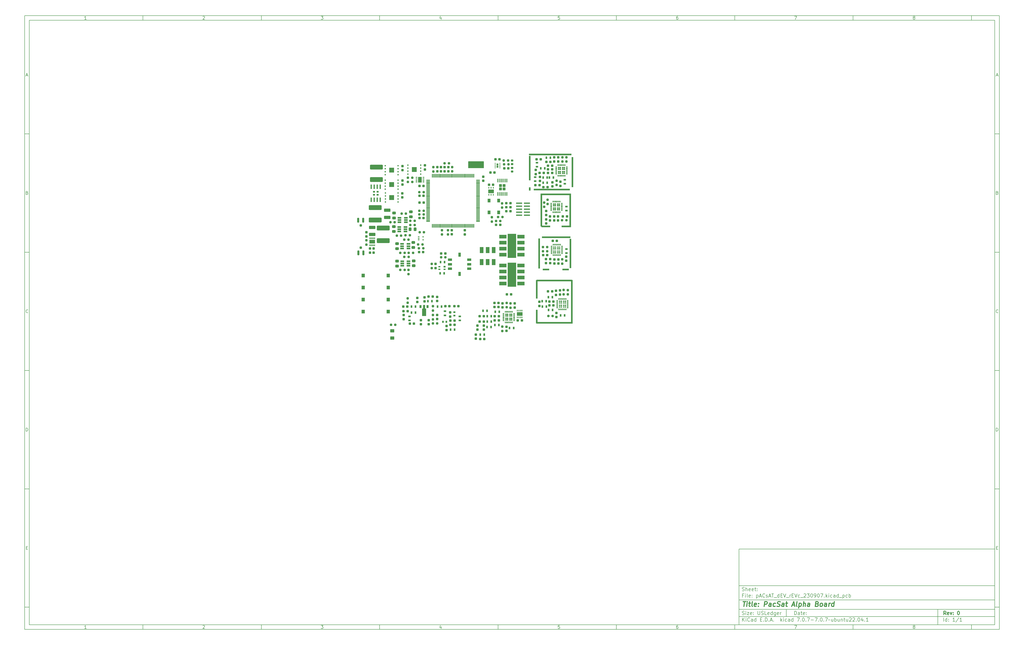
<source format=gbr>
%TF.GenerationSoftware,KiCad,Pcbnew,7.0.7-7.0.7~ubuntu22.04.1*%
%TF.CreationDate,2023-09-07T18:23:03-05:00*%
%TF.ProjectId,pACsAT_dEV_rEVc_230907,70414373-4154-45f6-9445-565f72455663,0*%
%TF.SameCoordinates,Original*%
%TF.FileFunction,Paste,Top*%
%TF.FilePolarity,Positive*%
%FSLAX46Y46*%
G04 Gerber Fmt 4.6, Leading zero omitted, Abs format (unit mm)*
G04 Created by KiCad (PCBNEW 7.0.7-7.0.7~ubuntu22.04.1) date 2023-09-07 18:23:03*
%MOMM*%
%LPD*%
G01*
G04 APERTURE LIST*
G04 Aperture macros list*
%AMRoundRect*
0 Rectangle with rounded corners*
0 $1 Rounding radius*
0 $2 $3 $4 $5 $6 $7 $8 $9 X,Y pos of 4 corners*
0 Add a 4 corners polygon primitive as box body*
4,1,4,$2,$3,$4,$5,$6,$7,$8,$9,$2,$3,0*
0 Add four circle primitives for the rounded corners*
1,1,$1+$1,$2,$3*
1,1,$1+$1,$4,$5*
1,1,$1+$1,$6,$7*
1,1,$1+$1,$8,$9*
0 Add four rect primitives between the rounded corners*
20,1,$1+$1,$2,$3,$4,$5,0*
20,1,$1+$1,$4,$5,$6,$7,0*
20,1,$1+$1,$6,$7,$8,$9,0*
20,1,$1+$1,$8,$9,$2,$3,0*%
%AMFreePoly0*
4,1,9,3.862500,-0.866500,0.737500,-0.866500,0.737500,-0.450000,-0.737500,-0.450000,-0.737500,0.450000,0.737500,0.450000,0.737500,0.866500,3.862500,0.866500,3.862500,-0.866500,3.862500,-0.866500,$1*%
G04 Aperture macros list end*
%ADD10C,0.100000*%
%ADD11C,0.150000*%
%ADD12C,0.300000*%
%ADD13C,0.400000*%
%ADD14C,0.200000*%
%ADD15RoundRect,0.237500X0.237500X-0.300000X0.237500X0.300000X-0.237500X0.300000X-0.237500X-0.300000X0*%
%ADD16RoundRect,0.237500X0.300000X0.237500X-0.300000X0.237500X-0.300000X-0.237500X0.300000X-0.237500X0*%
%ADD17RoundRect,0.237500X-0.237500X0.300000X-0.237500X-0.300000X0.237500X-0.300000X0.237500X0.300000X0*%
%ADD18RoundRect,0.237500X0.237500X-0.287500X0.237500X0.287500X-0.237500X0.287500X-0.237500X-0.287500X0*%
%ADD19R,0.300000X1.600000*%
%ADD20R,1.600000X0.300000*%
%ADD21RoundRect,0.250000X-0.475000X0.337500X-0.475000X-0.337500X0.475000X-0.337500X0.475000X0.337500X0*%
%ADD22RoundRect,0.237500X0.237500X-0.250000X0.237500X0.250000X-0.237500X0.250000X-0.237500X-0.250000X0*%
%ADD23RoundRect,0.237500X-0.300000X-0.237500X0.300000X-0.237500X0.300000X0.237500X-0.300000X0.237500X0*%
%ADD24R,0.660400X1.016000*%
%ADD25R,0.762000X10.414000*%
%ADD26R,18.064480X0.762000*%
%ADD27R,0.762000X1.369060*%
%ADD28R,0.762000X12.700000*%
%ADD29R,15.240000X0.762000*%
%ADD30RoundRect,0.237500X0.250000X0.237500X-0.250000X0.237500X-0.250000X-0.237500X0.250000X-0.237500X0*%
%ADD31RoundRect,0.237500X-0.250000X-0.237500X0.250000X-0.237500X0.250000X0.237500X-0.250000X0.237500X0*%
%ADD32RoundRect,0.249999X-2.450001X0.737501X-2.450001X-0.737501X2.450001X-0.737501X2.450001X0.737501X0*%
%ADD33R,0.900000X1.300000*%
%ADD34FreePoly0,270.000000*%
%ADD35R,2.000000X2.000000*%
%ADD36R,0.600000X0.500000*%
%ADD37RoundRect,0.254000X-0.254000X0.254000X-0.254000X-0.254000X0.254000X-0.254000X0.254000X0.254000X0*%
%ADD38RoundRect,0.200000X-0.200000X0.800000X-0.200000X-0.800000X0.200000X-0.800000X0.200000X0.800000X0*%
%ADD39RoundRect,0.250001X-0.624999X0.462499X-0.624999X-0.462499X0.624999X-0.462499X0.624999X0.462499X0*%
%ADD40R,2.390000X1.600000*%
%ADD41R,0.460000X0.710000*%
%ADD42RoundRect,0.182500X-0.182500X-0.222500X0.182500X-0.222500X0.182500X0.222500X-0.182500X0.222500X0*%
%ADD43RoundRect,0.062500X-0.300000X-0.062500X0.300000X-0.062500X0.300000X0.062500X-0.300000X0.062500X0*%
%ADD44R,2.350000X1.580000*%
%ADD45R,0.300000X0.700000*%
%ADD46R,0.900000X0.700000*%
%ADD47R,1.016000X0.660400*%
%ADD48RoundRect,0.237500X-0.237500X0.250000X-0.237500X-0.250000X0.237500X-0.250000X0.237500X0.250000X0*%
%ADD49R,1.397000X1.524000*%
%ADD50R,1.560000X0.650000*%
%ADD51RoundRect,0.250000X0.475000X-0.337500X0.475000X0.337500X-0.475000X0.337500X-0.475000X-0.337500X0*%
%ADD52R,1.650000X2.540000*%
%ADD53RoundRect,0.250001X1.074999X-0.462499X1.074999X0.462499X-1.074999X0.462499X-1.074999X-0.462499X0*%
%ADD54R,3.810000X0.762000*%
%ADD55R,0.762000X13.970000*%
%ADD56R,12.954000X0.762000*%
%ADD57R,0.939800X0.508000*%
%ADD58R,0.939800X0.787400*%
%ADD59RoundRect,0.218750X-0.256250X0.218750X-0.256250X-0.218750X0.256250X-0.218750X0.256250X0.218750X0*%
%ADD60RoundRect,0.250000X0.337500X0.475000X-0.337500X0.475000X-0.337500X-0.475000X0.337500X-0.475000X0*%
%ADD61R,0.650000X0.350000*%
%ADD62R,0.350000X0.650000*%
%ADD63R,0.350000X0.700000*%
%ADD64RoundRect,0.250001X0.374999X-0.354999X0.374999X0.354999X-0.374999X0.354999X-0.374999X-0.354999X0*%
%ADD65RoundRect,0.100000X0.100000X-0.687500X0.100000X0.687500X-0.100000X0.687500X-0.100000X-0.687500X0*%
%ADD66R,14.935200X0.762000*%
%ADD67R,0.762000X5.740400*%
%ADD68R,0.762000X7.874000*%
%ADD69R,0.762000X18.542000*%
%ADD70RoundRect,0.249999X2.450001X-0.737501X2.450001X0.737501X-2.450001X0.737501X-2.450001X-0.737501X0*%
%ADD71R,0.650000X0.400000*%
%ADD72R,2.540000X0.508000*%
%ADD73R,0.700000X0.900000*%
%ADD74R,1.580000X2.350000*%
%ADD75R,0.700000X0.350000*%
%ADD76R,3.048000X1.524000*%
%ADD77R,3.556000X10.160000*%
%ADD78RoundRect,0.250001X-1.074999X0.462499X-1.074999X-0.462499X1.074999X-0.462499X1.074999X0.462499X0*%
%ADD79R,2.794000X0.762000*%
%ADD80R,12.090400X0.762000*%
%ADD81R,0.762000X12.446000*%
%ADD82RoundRect,0.254000X0.254000X-0.254000X0.254000X0.254000X-0.254000X0.254000X-0.254000X-0.254000X0*%
%ADD83RoundRect,0.200000X0.200000X-0.800000X0.200000X0.800000X-0.200000X0.800000X-0.200000X-0.800000X0*%
%ADD84R,1.778000X1.016000*%
%ADD85R,1.016000X1.778000*%
%ADD86R,1.300000X1.600000*%
%ADD87R,0.610000X1.910000*%
%ADD88R,0.930000X0.723000*%
G04 APERTURE END LIST*
D10*
D11*
X311800000Y-235400000D02*
X419800000Y-235400000D01*
X419800000Y-267400000D01*
X311800000Y-267400000D01*
X311800000Y-235400000D01*
D10*
D11*
X10000000Y-10000000D02*
X421800000Y-10000000D01*
X421800000Y-269400000D01*
X10000000Y-269400000D01*
X10000000Y-10000000D01*
D10*
D11*
X12000000Y-12000000D02*
X419800000Y-12000000D01*
X419800000Y-267400000D01*
X12000000Y-267400000D01*
X12000000Y-12000000D01*
D10*
D11*
X60000000Y-12000000D02*
X60000000Y-10000000D01*
D10*
D11*
X110000000Y-12000000D02*
X110000000Y-10000000D01*
D10*
D11*
X160000000Y-12000000D02*
X160000000Y-10000000D01*
D10*
D11*
X210000000Y-12000000D02*
X210000000Y-10000000D01*
D10*
D11*
X260000000Y-12000000D02*
X260000000Y-10000000D01*
D10*
D11*
X310000000Y-12000000D02*
X310000000Y-10000000D01*
D10*
D11*
X360000000Y-12000000D02*
X360000000Y-10000000D01*
D10*
D11*
X410000000Y-12000000D02*
X410000000Y-10000000D01*
D10*
D11*
X36089160Y-11593604D02*
X35346303Y-11593604D01*
X35717731Y-11593604D02*
X35717731Y-10293604D01*
X35717731Y-10293604D02*
X35593922Y-10479319D01*
X35593922Y-10479319D02*
X35470112Y-10603128D01*
X35470112Y-10603128D02*
X35346303Y-10665033D01*
D10*
D11*
X85346303Y-10417414D02*
X85408207Y-10355509D01*
X85408207Y-10355509D02*
X85532017Y-10293604D01*
X85532017Y-10293604D02*
X85841541Y-10293604D01*
X85841541Y-10293604D02*
X85965350Y-10355509D01*
X85965350Y-10355509D02*
X86027255Y-10417414D01*
X86027255Y-10417414D02*
X86089160Y-10541223D01*
X86089160Y-10541223D02*
X86089160Y-10665033D01*
X86089160Y-10665033D02*
X86027255Y-10850747D01*
X86027255Y-10850747D02*
X85284398Y-11593604D01*
X85284398Y-11593604D02*
X86089160Y-11593604D01*
D10*
D11*
X135284398Y-10293604D02*
X136089160Y-10293604D01*
X136089160Y-10293604D02*
X135655826Y-10788842D01*
X135655826Y-10788842D02*
X135841541Y-10788842D01*
X135841541Y-10788842D02*
X135965350Y-10850747D01*
X135965350Y-10850747D02*
X136027255Y-10912652D01*
X136027255Y-10912652D02*
X136089160Y-11036461D01*
X136089160Y-11036461D02*
X136089160Y-11345985D01*
X136089160Y-11345985D02*
X136027255Y-11469795D01*
X136027255Y-11469795D02*
X135965350Y-11531700D01*
X135965350Y-11531700D02*
X135841541Y-11593604D01*
X135841541Y-11593604D02*
X135470112Y-11593604D01*
X135470112Y-11593604D02*
X135346303Y-11531700D01*
X135346303Y-11531700D02*
X135284398Y-11469795D01*
D10*
D11*
X185965350Y-10726938D02*
X185965350Y-11593604D01*
X185655826Y-10231700D02*
X185346303Y-11160271D01*
X185346303Y-11160271D02*
X186151064Y-11160271D01*
D10*
D11*
X236027255Y-10293604D02*
X235408207Y-10293604D01*
X235408207Y-10293604D02*
X235346303Y-10912652D01*
X235346303Y-10912652D02*
X235408207Y-10850747D01*
X235408207Y-10850747D02*
X235532017Y-10788842D01*
X235532017Y-10788842D02*
X235841541Y-10788842D01*
X235841541Y-10788842D02*
X235965350Y-10850747D01*
X235965350Y-10850747D02*
X236027255Y-10912652D01*
X236027255Y-10912652D02*
X236089160Y-11036461D01*
X236089160Y-11036461D02*
X236089160Y-11345985D01*
X236089160Y-11345985D02*
X236027255Y-11469795D01*
X236027255Y-11469795D02*
X235965350Y-11531700D01*
X235965350Y-11531700D02*
X235841541Y-11593604D01*
X235841541Y-11593604D02*
X235532017Y-11593604D01*
X235532017Y-11593604D02*
X235408207Y-11531700D01*
X235408207Y-11531700D02*
X235346303Y-11469795D01*
D10*
D11*
X285965350Y-10293604D02*
X285717731Y-10293604D01*
X285717731Y-10293604D02*
X285593922Y-10355509D01*
X285593922Y-10355509D02*
X285532017Y-10417414D01*
X285532017Y-10417414D02*
X285408207Y-10603128D01*
X285408207Y-10603128D02*
X285346303Y-10850747D01*
X285346303Y-10850747D02*
X285346303Y-11345985D01*
X285346303Y-11345985D02*
X285408207Y-11469795D01*
X285408207Y-11469795D02*
X285470112Y-11531700D01*
X285470112Y-11531700D02*
X285593922Y-11593604D01*
X285593922Y-11593604D02*
X285841541Y-11593604D01*
X285841541Y-11593604D02*
X285965350Y-11531700D01*
X285965350Y-11531700D02*
X286027255Y-11469795D01*
X286027255Y-11469795D02*
X286089160Y-11345985D01*
X286089160Y-11345985D02*
X286089160Y-11036461D01*
X286089160Y-11036461D02*
X286027255Y-10912652D01*
X286027255Y-10912652D02*
X285965350Y-10850747D01*
X285965350Y-10850747D02*
X285841541Y-10788842D01*
X285841541Y-10788842D02*
X285593922Y-10788842D01*
X285593922Y-10788842D02*
X285470112Y-10850747D01*
X285470112Y-10850747D02*
X285408207Y-10912652D01*
X285408207Y-10912652D02*
X285346303Y-11036461D01*
D10*
D11*
X335284398Y-10293604D02*
X336151064Y-10293604D01*
X336151064Y-10293604D02*
X335593922Y-11593604D01*
D10*
D11*
X385593922Y-10850747D02*
X385470112Y-10788842D01*
X385470112Y-10788842D02*
X385408207Y-10726938D01*
X385408207Y-10726938D02*
X385346303Y-10603128D01*
X385346303Y-10603128D02*
X385346303Y-10541223D01*
X385346303Y-10541223D02*
X385408207Y-10417414D01*
X385408207Y-10417414D02*
X385470112Y-10355509D01*
X385470112Y-10355509D02*
X385593922Y-10293604D01*
X385593922Y-10293604D02*
X385841541Y-10293604D01*
X385841541Y-10293604D02*
X385965350Y-10355509D01*
X385965350Y-10355509D02*
X386027255Y-10417414D01*
X386027255Y-10417414D02*
X386089160Y-10541223D01*
X386089160Y-10541223D02*
X386089160Y-10603128D01*
X386089160Y-10603128D02*
X386027255Y-10726938D01*
X386027255Y-10726938D02*
X385965350Y-10788842D01*
X385965350Y-10788842D02*
X385841541Y-10850747D01*
X385841541Y-10850747D02*
X385593922Y-10850747D01*
X385593922Y-10850747D02*
X385470112Y-10912652D01*
X385470112Y-10912652D02*
X385408207Y-10974557D01*
X385408207Y-10974557D02*
X385346303Y-11098366D01*
X385346303Y-11098366D02*
X385346303Y-11345985D01*
X385346303Y-11345985D02*
X385408207Y-11469795D01*
X385408207Y-11469795D02*
X385470112Y-11531700D01*
X385470112Y-11531700D02*
X385593922Y-11593604D01*
X385593922Y-11593604D02*
X385841541Y-11593604D01*
X385841541Y-11593604D02*
X385965350Y-11531700D01*
X385965350Y-11531700D02*
X386027255Y-11469795D01*
X386027255Y-11469795D02*
X386089160Y-11345985D01*
X386089160Y-11345985D02*
X386089160Y-11098366D01*
X386089160Y-11098366D02*
X386027255Y-10974557D01*
X386027255Y-10974557D02*
X385965350Y-10912652D01*
X385965350Y-10912652D02*
X385841541Y-10850747D01*
D10*
D11*
X60000000Y-267400000D02*
X60000000Y-269400000D01*
D10*
D11*
X110000000Y-267400000D02*
X110000000Y-269400000D01*
D10*
D11*
X160000000Y-267400000D02*
X160000000Y-269400000D01*
D10*
D11*
X210000000Y-267400000D02*
X210000000Y-269400000D01*
D10*
D11*
X260000000Y-267400000D02*
X260000000Y-269400000D01*
D10*
D11*
X310000000Y-267400000D02*
X310000000Y-269400000D01*
D10*
D11*
X360000000Y-267400000D02*
X360000000Y-269400000D01*
D10*
D11*
X410000000Y-267400000D02*
X410000000Y-269400000D01*
D10*
D11*
X36089160Y-268993604D02*
X35346303Y-268993604D01*
X35717731Y-268993604D02*
X35717731Y-267693604D01*
X35717731Y-267693604D02*
X35593922Y-267879319D01*
X35593922Y-267879319D02*
X35470112Y-268003128D01*
X35470112Y-268003128D02*
X35346303Y-268065033D01*
D10*
D11*
X85346303Y-267817414D02*
X85408207Y-267755509D01*
X85408207Y-267755509D02*
X85532017Y-267693604D01*
X85532017Y-267693604D02*
X85841541Y-267693604D01*
X85841541Y-267693604D02*
X85965350Y-267755509D01*
X85965350Y-267755509D02*
X86027255Y-267817414D01*
X86027255Y-267817414D02*
X86089160Y-267941223D01*
X86089160Y-267941223D02*
X86089160Y-268065033D01*
X86089160Y-268065033D02*
X86027255Y-268250747D01*
X86027255Y-268250747D02*
X85284398Y-268993604D01*
X85284398Y-268993604D02*
X86089160Y-268993604D01*
D10*
D11*
X135284398Y-267693604D02*
X136089160Y-267693604D01*
X136089160Y-267693604D02*
X135655826Y-268188842D01*
X135655826Y-268188842D02*
X135841541Y-268188842D01*
X135841541Y-268188842D02*
X135965350Y-268250747D01*
X135965350Y-268250747D02*
X136027255Y-268312652D01*
X136027255Y-268312652D02*
X136089160Y-268436461D01*
X136089160Y-268436461D02*
X136089160Y-268745985D01*
X136089160Y-268745985D02*
X136027255Y-268869795D01*
X136027255Y-268869795D02*
X135965350Y-268931700D01*
X135965350Y-268931700D02*
X135841541Y-268993604D01*
X135841541Y-268993604D02*
X135470112Y-268993604D01*
X135470112Y-268993604D02*
X135346303Y-268931700D01*
X135346303Y-268931700D02*
X135284398Y-268869795D01*
D10*
D11*
X185965350Y-268126938D02*
X185965350Y-268993604D01*
X185655826Y-267631700D02*
X185346303Y-268560271D01*
X185346303Y-268560271D02*
X186151064Y-268560271D01*
D10*
D11*
X236027255Y-267693604D02*
X235408207Y-267693604D01*
X235408207Y-267693604D02*
X235346303Y-268312652D01*
X235346303Y-268312652D02*
X235408207Y-268250747D01*
X235408207Y-268250747D02*
X235532017Y-268188842D01*
X235532017Y-268188842D02*
X235841541Y-268188842D01*
X235841541Y-268188842D02*
X235965350Y-268250747D01*
X235965350Y-268250747D02*
X236027255Y-268312652D01*
X236027255Y-268312652D02*
X236089160Y-268436461D01*
X236089160Y-268436461D02*
X236089160Y-268745985D01*
X236089160Y-268745985D02*
X236027255Y-268869795D01*
X236027255Y-268869795D02*
X235965350Y-268931700D01*
X235965350Y-268931700D02*
X235841541Y-268993604D01*
X235841541Y-268993604D02*
X235532017Y-268993604D01*
X235532017Y-268993604D02*
X235408207Y-268931700D01*
X235408207Y-268931700D02*
X235346303Y-268869795D01*
D10*
D11*
X285965350Y-267693604D02*
X285717731Y-267693604D01*
X285717731Y-267693604D02*
X285593922Y-267755509D01*
X285593922Y-267755509D02*
X285532017Y-267817414D01*
X285532017Y-267817414D02*
X285408207Y-268003128D01*
X285408207Y-268003128D02*
X285346303Y-268250747D01*
X285346303Y-268250747D02*
X285346303Y-268745985D01*
X285346303Y-268745985D02*
X285408207Y-268869795D01*
X285408207Y-268869795D02*
X285470112Y-268931700D01*
X285470112Y-268931700D02*
X285593922Y-268993604D01*
X285593922Y-268993604D02*
X285841541Y-268993604D01*
X285841541Y-268993604D02*
X285965350Y-268931700D01*
X285965350Y-268931700D02*
X286027255Y-268869795D01*
X286027255Y-268869795D02*
X286089160Y-268745985D01*
X286089160Y-268745985D02*
X286089160Y-268436461D01*
X286089160Y-268436461D02*
X286027255Y-268312652D01*
X286027255Y-268312652D02*
X285965350Y-268250747D01*
X285965350Y-268250747D02*
X285841541Y-268188842D01*
X285841541Y-268188842D02*
X285593922Y-268188842D01*
X285593922Y-268188842D02*
X285470112Y-268250747D01*
X285470112Y-268250747D02*
X285408207Y-268312652D01*
X285408207Y-268312652D02*
X285346303Y-268436461D01*
D10*
D11*
X335284398Y-267693604D02*
X336151064Y-267693604D01*
X336151064Y-267693604D02*
X335593922Y-268993604D01*
D10*
D11*
X385593922Y-268250747D02*
X385470112Y-268188842D01*
X385470112Y-268188842D02*
X385408207Y-268126938D01*
X385408207Y-268126938D02*
X385346303Y-268003128D01*
X385346303Y-268003128D02*
X385346303Y-267941223D01*
X385346303Y-267941223D02*
X385408207Y-267817414D01*
X385408207Y-267817414D02*
X385470112Y-267755509D01*
X385470112Y-267755509D02*
X385593922Y-267693604D01*
X385593922Y-267693604D02*
X385841541Y-267693604D01*
X385841541Y-267693604D02*
X385965350Y-267755509D01*
X385965350Y-267755509D02*
X386027255Y-267817414D01*
X386027255Y-267817414D02*
X386089160Y-267941223D01*
X386089160Y-267941223D02*
X386089160Y-268003128D01*
X386089160Y-268003128D02*
X386027255Y-268126938D01*
X386027255Y-268126938D02*
X385965350Y-268188842D01*
X385965350Y-268188842D02*
X385841541Y-268250747D01*
X385841541Y-268250747D02*
X385593922Y-268250747D01*
X385593922Y-268250747D02*
X385470112Y-268312652D01*
X385470112Y-268312652D02*
X385408207Y-268374557D01*
X385408207Y-268374557D02*
X385346303Y-268498366D01*
X385346303Y-268498366D02*
X385346303Y-268745985D01*
X385346303Y-268745985D02*
X385408207Y-268869795D01*
X385408207Y-268869795D02*
X385470112Y-268931700D01*
X385470112Y-268931700D02*
X385593922Y-268993604D01*
X385593922Y-268993604D02*
X385841541Y-268993604D01*
X385841541Y-268993604D02*
X385965350Y-268931700D01*
X385965350Y-268931700D02*
X386027255Y-268869795D01*
X386027255Y-268869795D02*
X386089160Y-268745985D01*
X386089160Y-268745985D02*
X386089160Y-268498366D01*
X386089160Y-268498366D02*
X386027255Y-268374557D01*
X386027255Y-268374557D02*
X385965350Y-268312652D01*
X385965350Y-268312652D02*
X385841541Y-268250747D01*
D10*
D11*
X10000000Y-60000000D02*
X12000000Y-60000000D01*
D10*
D11*
X10000000Y-110000000D02*
X12000000Y-110000000D01*
D10*
D11*
X10000000Y-160000000D02*
X12000000Y-160000000D01*
D10*
D11*
X10000000Y-210000000D02*
X12000000Y-210000000D01*
D10*
D11*
X10000000Y-260000000D02*
X12000000Y-260000000D01*
D10*
D11*
X10690476Y-35222176D02*
X11309523Y-35222176D01*
X10566666Y-35593604D02*
X10999999Y-34293604D01*
X10999999Y-34293604D02*
X11433333Y-35593604D01*
D10*
D11*
X11092857Y-84912652D02*
X11278571Y-84974557D01*
X11278571Y-84974557D02*
X11340476Y-85036461D01*
X11340476Y-85036461D02*
X11402380Y-85160271D01*
X11402380Y-85160271D02*
X11402380Y-85345985D01*
X11402380Y-85345985D02*
X11340476Y-85469795D01*
X11340476Y-85469795D02*
X11278571Y-85531700D01*
X11278571Y-85531700D02*
X11154761Y-85593604D01*
X11154761Y-85593604D02*
X10659523Y-85593604D01*
X10659523Y-85593604D02*
X10659523Y-84293604D01*
X10659523Y-84293604D02*
X11092857Y-84293604D01*
X11092857Y-84293604D02*
X11216666Y-84355509D01*
X11216666Y-84355509D02*
X11278571Y-84417414D01*
X11278571Y-84417414D02*
X11340476Y-84541223D01*
X11340476Y-84541223D02*
X11340476Y-84665033D01*
X11340476Y-84665033D02*
X11278571Y-84788842D01*
X11278571Y-84788842D02*
X11216666Y-84850747D01*
X11216666Y-84850747D02*
X11092857Y-84912652D01*
X11092857Y-84912652D02*
X10659523Y-84912652D01*
D10*
D11*
X11402380Y-135469795D02*
X11340476Y-135531700D01*
X11340476Y-135531700D02*
X11154761Y-135593604D01*
X11154761Y-135593604D02*
X11030952Y-135593604D01*
X11030952Y-135593604D02*
X10845238Y-135531700D01*
X10845238Y-135531700D02*
X10721428Y-135407890D01*
X10721428Y-135407890D02*
X10659523Y-135284080D01*
X10659523Y-135284080D02*
X10597619Y-135036461D01*
X10597619Y-135036461D02*
X10597619Y-134850747D01*
X10597619Y-134850747D02*
X10659523Y-134603128D01*
X10659523Y-134603128D02*
X10721428Y-134479319D01*
X10721428Y-134479319D02*
X10845238Y-134355509D01*
X10845238Y-134355509D02*
X11030952Y-134293604D01*
X11030952Y-134293604D02*
X11154761Y-134293604D01*
X11154761Y-134293604D02*
X11340476Y-134355509D01*
X11340476Y-134355509D02*
X11402380Y-134417414D01*
D10*
D11*
X10659523Y-185593604D02*
X10659523Y-184293604D01*
X10659523Y-184293604D02*
X10969047Y-184293604D01*
X10969047Y-184293604D02*
X11154761Y-184355509D01*
X11154761Y-184355509D02*
X11278571Y-184479319D01*
X11278571Y-184479319D02*
X11340476Y-184603128D01*
X11340476Y-184603128D02*
X11402380Y-184850747D01*
X11402380Y-184850747D02*
X11402380Y-185036461D01*
X11402380Y-185036461D02*
X11340476Y-185284080D01*
X11340476Y-185284080D02*
X11278571Y-185407890D01*
X11278571Y-185407890D02*
X11154761Y-185531700D01*
X11154761Y-185531700D02*
X10969047Y-185593604D01*
X10969047Y-185593604D02*
X10659523Y-185593604D01*
D10*
D11*
X10721428Y-234912652D02*
X11154762Y-234912652D01*
X11340476Y-235593604D02*
X10721428Y-235593604D01*
X10721428Y-235593604D02*
X10721428Y-234293604D01*
X10721428Y-234293604D02*
X11340476Y-234293604D01*
D10*
D11*
X421800000Y-60000000D02*
X419800000Y-60000000D01*
D10*
D11*
X421800000Y-110000000D02*
X419800000Y-110000000D01*
D10*
D11*
X421800000Y-160000000D02*
X419800000Y-160000000D01*
D10*
D11*
X421800000Y-210000000D02*
X419800000Y-210000000D01*
D10*
D11*
X421800000Y-260000000D02*
X419800000Y-260000000D01*
D10*
D11*
X420490476Y-35222176D02*
X421109523Y-35222176D01*
X420366666Y-35593604D02*
X420799999Y-34293604D01*
X420799999Y-34293604D02*
X421233333Y-35593604D01*
D10*
D11*
X420892857Y-84912652D02*
X421078571Y-84974557D01*
X421078571Y-84974557D02*
X421140476Y-85036461D01*
X421140476Y-85036461D02*
X421202380Y-85160271D01*
X421202380Y-85160271D02*
X421202380Y-85345985D01*
X421202380Y-85345985D02*
X421140476Y-85469795D01*
X421140476Y-85469795D02*
X421078571Y-85531700D01*
X421078571Y-85531700D02*
X420954761Y-85593604D01*
X420954761Y-85593604D02*
X420459523Y-85593604D01*
X420459523Y-85593604D02*
X420459523Y-84293604D01*
X420459523Y-84293604D02*
X420892857Y-84293604D01*
X420892857Y-84293604D02*
X421016666Y-84355509D01*
X421016666Y-84355509D02*
X421078571Y-84417414D01*
X421078571Y-84417414D02*
X421140476Y-84541223D01*
X421140476Y-84541223D02*
X421140476Y-84665033D01*
X421140476Y-84665033D02*
X421078571Y-84788842D01*
X421078571Y-84788842D02*
X421016666Y-84850747D01*
X421016666Y-84850747D02*
X420892857Y-84912652D01*
X420892857Y-84912652D02*
X420459523Y-84912652D01*
D10*
D11*
X421202380Y-135469795D02*
X421140476Y-135531700D01*
X421140476Y-135531700D02*
X420954761Y-135593604D01*
X420954761Y-135593604D02*
X420830952Y-135593604D01*
X420830952Y-135593604D02*
X420645238Y-135531700D01*
X420645238Y-135531700D02*
X420521428Y-135407890D01*
X420521428Y-135407890D02*
X420459523Y-135284080D01*
X420459523Y-135284080D02*
X420397619Y-135036461D01*
X420397619Y-135036461D02*
X420397619Y-134850747D01*
X420397619Y-134850747D02*
X420459523Y-134603128D01*
X420459523Y-134603128D02*
X420521428Y-134479319D01*
X420521428Y-134479319D02*
X420645238Y-134355509D01*
X420645238Y-134355509D02*
X420830952Y-134293604D01*
X420830952Y-134293604D02*
X420954761Y-134293604D01*
X420954761Y-134293604D02*
X421140476Y-134355509D01*
X421140476Y-134355509D02*
X421202380Y-134417414D01*
D10*
D11*
X420459523Y-185593604D02*
X420459523Y-184293604D01*
X420459523Y-184293604D02*
X420769047Y-184293604D01*
X420769047Y-184293604D02*
X420954761Y-184355509D01*
X420954761Y-184355509D02*
X421078571Y-184479319D01*
X421078571Y-184479319D02*
X421140476Y-184603128D01*
X421140476Y-184603128D02*
X421202380Y-184850747D01*
X421202380Y-184850747D02*
X421202380Y-185036461D01*
X421202380Y-185036461D02*
X421140476Y-185284080D01*
X421140476Y-185284080D02*
X421078571Y-185407890D01*
X421078571Y-185407890D02*
X420954761Y-185531700D01*
X420954761Y-185531700D02*
X420769047Y-185593604D01*
X420769047Y-185593604D02*
X420459523Y-185593604D01*
D10*
D11*
X420521428Y-234912652D02*
X420954762Y-234912652D01*
X421140476Y-235593604D02*
X420521428Y-235593604D01*
X420521428Y-235593604D02*
X420521428Y-234293604D01*
X420521428Y-234293604D02*
X421140476Y-234293604D01*
D10*
D11*
X335255826Y-263186128D02*
X335255826Y-261686128D01*
X335255826Y-261686128D02*
X335612969Y-261686128D01*
X335612969Y-261686128D02*
X335827255Y-261757557D01*
X335827255Y-261757557D02*
X335970112Y-261900414D01*
X335970112Y-261900414D02*
X336041541Y-262043271D01*
X336041541Y-262043271D02*
X336112969Y-262328985D01*
X336112969Y-262328985D02*
X336112969Y-262543271D01*
X336112969Y-262543271D02*
X336041541Y-262828985D01*
X336041541Y-262828985D02*
X335970112Y-262971842D01*
X335970112Y-262971842D02*
X335827255Y-263114700D01*
X335827255Y-263114700D02*
X335612969Y-263186128D01*
X335612969Y-263186128D02*
X335255826Y-263186128D01*
X337398684Y-263186128D02*
X337398684Y-262400414D01*
X337398684Y-262400414D02*
X337327255Y-262257557D01*
X337327255Y-262257557D02*
X337184398Y-262186128D01*
X337184398Y-262186128D02*
X336898684Y-262186128D01*
X336898684Y-262186128D02*
X336755826Y-262257557D01*
X337398684Y-263114700D02*
X337255826Y-263186128D01*
X337255826Y-263186128D02*
X336898684Y-263186128D01*
X336898684Y-263186128D02*
X336755826Y-263114700D01*
X336755826Y-263114700D02*
X336684398Y-262971842D01*
X336684398Y-262971842D02*
X336684398Y-262828985D01*
X336684398Y-262828985D02*
X336755826Y-262686128D01*
X336755826Y-262686128D02*
X336898684Y-262614700D01*
X336898684Y-262614700D02*
X337255826Y-262614700D01*
X337255826Y-262614700D02*
X337398684Y-262543271D01*
X337898684Y-262186128D02*
X338470112Y-262186128D01*
X338112969Y-261686128D02*
X338112969Y-262971842D01*
X338112969Y-262971842D02*
X338184398Y-263114700D01*
X338184398Y-263114700D02*
X338327255Y-263186128D01*
X338327255Y-263186128D02*
X338470112Y-263186128D01*
X339541541Y-263114700D02*
X339398684Y-263186128D01*
X339398684Y-263186128D02*
X339112970Y-263186128D01*
X339112970Y-263186128D02*
X338970112Y-263114700D01*
X338970112Y-263114700D02*
X338898684Y-262971842D01*
X338898684Y-262971842D02*
X338898684Y-262400414D01*
X338898684Y-262400414D02*
X338970112Y-262257557D01*
X338970112Y-262257557D02*
X339112970Y-262186128D01*
X339112970Y-262186128D02*
X339398684Y-262186128D01*
X339398684Y-262186128D02*
X339541541Y-262257557D01*
X339541541Y-262257557D02*
X339612970Y-262400414D01*
X339612970Y-262400414D02*
X339612970Y-262543271D01*
X339612970Y-262543271D02*
X338898684Y-262686128D01*
X340255826Y-263043271D02*
X340327255Y-263114700D01*
X340327255Y-263114700D02*
X340255826Y-263186128D01*
X340255826Y-263186128D02*
X340184398Y-263114700D01*
X340184398Y-263114700D02*
X340255826Y-263043271D01*
X340255826Y-263043271D02*
X340255826Y-263186128D01*
X340255826Y-262257557D02*
X340327255Y-262328985D01*
X340327255Y-262328985D02*
X340255826Y-262400414D01*
X340255826Y-262400414D02*
X340184398Y-262328985D01*
X340184398Y-262328985D02*
X340255826Y-262257557D01*
X340255826Y-262257557D02*
X340255826Y-262400414D01*
D10*
D11*
X311800000Y-263900000D02*
X419800000Y-263900000D01*
D10*
D11*
X313255826Y-265986128D02*
X313255826Y-264486128D01*
X314112969Y-265986128D02*
X313470112Y-265128985D01*
X314112969Y-264486128D02*
X313255826Y-265343271D01*
X314755826Y-265986128D02*
X314755826Y-264986128D01*
X314755826Y-264486128D02*
X314684398Y-264557557D01*
X314684398Y-264557557D02*
X314755826Y-264628985D01*
X314755826Y-264628985D02*
X314827255Y-264557557D01*
X314827255Y-264557557D02*
X314755826Y-264486128D01*
X314755826Y-264486128D02*
X314755826Y-264628985D01*
X316327255Y-265843271D02*
X316255827Y-265914700D01*
X316255827Y-265914700D02*
X316041541Y-265986128D01*
X316041541Y-265986128D02*
X315898684Y-265986128D01*
X315898684Y-265986128D02*
X315684398Y-265914700D01*
X315684398Y-265914700D02*
X315541541Y-265771842D01*
X315541541Y-265771842D02*
X315470112Y-265628985D01*
X315470112Y-265628985D02*
X315398684Y-265343271D01*
X315398684Y-265343271D02*
X315398684Y-265128985D01*
X315398684Y-265128985D02*
X315470112Y-264843271D01*
X315470112Y-264843271D02*
X315541541Y-264700414D01*
X315541541Y-264700414D02*
X315684398Y-264557557D01*
X315684398Y-264557557D02*
X315898684Y-264486128D01*
X315898684Y-264486128D02*
X316041541Y-264486128D01*
X316041541Y-264486128D02*
X316255827Y-264557557D01*
X316255827Y-264557557D02*
X316327255Y-264628985D01*
X317612970Y-265986128D02*
X317612970Y-265200414D01*
X317612970Y-265200414D02*
X317541541Y-265057557D01*
X317541541Y-265057557D02*
X317398684Y-264986128D01*
X317398684Y-264986128D02*
X317112970Y-264986128D01*
X317112970Y-264986128D02*
X316970112Y-265057557D01*
X317612970Y-265914700D02*
X317470112Y-265986128D01*
X317470112Y-265986128D02*
X317112970Y-265986128D01*
X317112970Y-265986128D02*
X316970112Y-265914700D01*
X316970112Y-265914700D02*
X316898684Y-265771842D01*
X316898684Y-265771842D02*
X316898684Y-265628985D01*
X316898684Y-265628985D02*
X316970112Y-265486128D01*
X316970112Y-265486128D02*
X317112970Y-265414700D01*
X317112970Y-265414700D02*
X317470112Y-265414700D01*
X317470112Y-265414700D02*
X317612970Y-265343271D01*
X318970113Y-265986128D02*
X318970113Y-264486128D01*
X318970113Y-265914700D02*
X318827255Y-265986128D01*
X318827255Y-265986128D02*
X318541541Y-265986128D01*
X318541541Y-265986128D02*
X318398684Y-265914700D01*
X318398684Y-265914700D02*
X318327255Y-265843271D01*
X318327255Y-265843271D02*
X318255827Y-265700414D01*
X318255827Y-265700414D02*
X318255827Y-265271842D01*
X318255827Y-265271842D02*
X318327255Y-265128985D01*
X318327255Y-265128985D02*
X318398684Y-265057557D01*
X318398684Y-265057557D02*
X318541541Y-264986128D01*
X318541541Y-264986128D02*
X318827255Y-264986128D01*
X318827255Y-264986128D02*
X318970113Y-265057557D01*
X320827255Y-265200414D02*
X321327255Y-265200414D01*
X321541541Y-265986128D02*
X320827255Y-265986128D01*
X320827255Y-265986128D02*
X320827255Y-264486128D01*
X320827255Y-264486128D02*
X321541541Y-264486128D01*
X322184398Y-265843271D02*
X322255827Y-265914700D01*
X322255827Y-265914700D02*
X322184398Y-265986128D01*
X322184398Y-265986128D02*
X322112970Y-265914700D01*
X322112970Y-265914700D02*
X322184398Y-265843271D01*
X322184398Y-265843271D02*
X322184398Y-265986128D01*
X322898684Y-265986128D02*
X322898684Y-264486128D01*
X322898684Y-264486128D02*
X323255827Y-264486128D01*
X323255827Y-264486128D02*
X323470113Y-264557557D01*
X323470113Y-264557557D02*
X323612970Y-264700414D01*
X323612970Y-264700414D02*
X323684399Y-264843271D01*
X323684399Y-264843271D02*
X323755827Y-265128985D01*
X323755827Y-265128985D02*
X323755827Y-265343271D01*
X323755827Y-265343271D02*
X323684399Y-265628985D01*
X323684399Y-265628985D02*
X323612970Y-265771842D01*
X323612970Y-265771842D02*
X323470113Y-265914700D01*
X323470113Y-265914700D02*
X323255827Y-265986128D01*
X323255827Y-265986128D02*
X322898684Y-265986128D01*
X324398684Y-265843271D02*
X324470113Y-265914700D01*
X324470113Y-265914700D02*
X324398684Y-265986128D01*
X324398684Y-265986128D02*
X324327256Y-265914700D01*
X324327256Y-265914700D02*
X324398684Y-265843271D01*
X324398684Y-265843271D02*
X324398684Y-265986128D01*
X325041542Y-265557557D02*
X325755828Y-265557557D01*
X324898685Y-265986128D02*
X325398685Y-264486128D01*
X325398685Y-264486128D02*
X325898685Y-265986128D01*
X326398684Y-265843271D02*
X326470113Y-265914700D01*
X326470113Y-265914700D02*
X326398684Y-265986128D01*
X326398684Y-265986128D02*
X326327256Y-265914700D01*
X326327256Y-265914700D02*
X326398684Y-265843271D01*
X326398684Y-265843271D02*
X326398684Y-265986128D01*
X329398684Y-265986128D02*
X329398684Y-264486128D01*
X329541542Y-265414700D02*
X329970113Y-265986128D01*
X329970113Y-264986128D02*
X329398684Y-265557557D01*
X330612970Y-265986128D02*
X330612970Y-264986128D01*
X330612970Y-264486128D02*
X330541542Y-264557557D01*
X330541542Y-264557557D02*
X330612970Y-264628985D01*
X330612970Y-264628985D02*
X330684399Y-264557557D01*
X330684399Y-264557557D02*
X330612970Y-264486128D01*
X330612970Y-264486128D02*
X330612970Y-264628985D01*
X331970114Y-265914700D02*
X331827256Y-265986128D01*
X331827256Y-265986128D02*
X331541542Y-265986128D01*
X331541542Y-265986128D02*
X331398685Y-265914700D01*
X331398685Y-265914700D02*
X331327256Y-265843271D01*
X331327256Y-265843271D02*
X331255828Y-265700414D01*
X331255828Y-265700414D02*
X331255828Y-265271842D01*
X331255828Y-265271842D02*
X331327256Y-265128985D01*
X331327256Y-265128985D02*
X331398685Y-265057557D01*
X331398685Y-265057557D02*
X331541542Y-264986128D01*
X331541542Y-264986128D02*
X331827256Y-264986128D01*
X331827256Y-264986128D02*
X331970114Y-265057557D01*
X333255828Y-265986128D02*
X333255828Y-265200414D01*
X333255828Y-265200414D02*
X333184399Y-265057557D01*
X333184399Y-265057557D02*
X333041542Y-264986128D01*
X333041542Y-264986128D02*
X332755828Y-264986128D01*
X332755828Y-264986128D02*
X332612970Y-265057557D01*
X333255828Y-265914700D02*
X333112970Y-265986128D01*
X333112970Y-265986128D02*
X332755828Y-265986128D01*
X332755828Y-265986128D02*
X332612970Y-265914700D01*
X332612970Y-265914700D02*
X332541542Y-265771842D01*
X332541542Y-265771842D02*
X332541542Y-265628985D01*
X332541542Y-265628985D02*
X332612970Y-265486128D01*
X332612970Y-265486128D02*
X332755828Y-265414700D01*
X332755828Y-265414700D02*
X333112970Y-265414700D01*
X333112970Y-265414700D02*
X333255828Y-265343271D01*
X334612971Y-265986128D02*
X334612971Y-264486128D01*
X334612971Y-265914700D02*
X334470113Y-265986128D01*
X334470113Y-265986128D02*
X334184399Y-265986128D01*
X334184399Y-265986128D02*
X334041542Y-265914700D01*
X334041542Y-265914700D02*
X333970113Y-265843271D01*
X333970113Y-265843271D02*
X333898685Y-265700414D01*
X333898685Y-265700414D02*
X333898685Y-265271842D01*
X333898685Y-265271842D02*
X333970113Y-265128985D01*
X333970113Y-265128985D02*
X334041542Y-265057557D01*
X334041542Y-265057557D02*
X334184399Y-264986128D01*
X334184399Y-264986128D02*
X334470113Y-264986128D01*
X334470113Y-264986128D02*
X334612971Y-265057557D01*
X336327256Y-264486128D02*
X337327256Y-264486128D01*
X337327256Y-264486128D02*
X336684399Y-265986128D01*
X337898684Y-265843271D02*
X337970113Y-265914700D01*
X337970113Y-265914700D02*
X337898684Y-265986128D01*
X337898684Y-265986128D02*
X337827256Y-265914700D01*
X337827256Y-265914700D02*
X337898684Y-265843271D01*
X337898684Y-265843271D02*
X337898684Y-265986128D01*
X338898685Y-264486128D02*
X339041542Y-264486128D01*
X339041542Y-264486128D02*
X339184399Y-264557557D01*
X339184399Y-264557557D02*
X339255828Y-264628985D01*
X339255828Y-264628985D02*
X339327256Y-264771842D01*
X339327256Y-264771842D02*
X339398685Y-265057557D01*
X339398685Y-265057557D02*
X339398685Y-265414700D01*
X339398685Y-265414700D02*
X339327256Y-265700414D01*
X339327256Y-265700414D02*
X339255828Y-265843271D01*
X339255828Y-265843271D02*
X339184399Y-265914700D01*
X339184399Y-265914700D02*
X339041542Y-265986128D01*
X339041542Y-265986128D02*
X338898685Y-265986128D01*
X338898685Y-265986128D02*
X338755828Y-265914700D01*
X338755828Y-265914700D02*
X338684399Y-265843271D01*
X338684399Y-265843271D02*
X338612970Y-265700414D01*
X338612970Y-265700414D02*
X338541542Y-265414700D01*
X338541542Y-265414700D02*
X338541542Y-265057557D01*
X338541542Y-265057557D02*
X338612970Y-264771842D01*
X338612970Y-264771842D02*
X338684399Y-264628985D01*
X338684399Y-264628985D02*
X338755828Y-264557557D01*
X338755828Y-264557557D02*
X338898685Y-264486128D01*
X340041541Y-265843271D02*
X340112970Y-265914700D01*
X340112970Y-265914700D02*
X340041541Y-265986128D01*
X340041541Y-265986128D02*
X339970113Y-265914700D01*
X339970113Y-265914700D02*
X340041541Y-265843271D01*
X340041541Y-265843271D02*
X340041541Y-265986128D01*
X340612970Y-264486128D02*
X341612970Y-264486128D01*
X341612970Y-264486128D02*
X340970113Y-265986128D01*
X342184398Y-265414700D02*
X343327256Y-265414700D01*
X343898684Y-264486128D02*
X344898684Y-264486128D01*
X344898684Y-264486128D02*
X344255827Y-265986128D01*
X345470112Y-265843271D02*
X345541541Y-265914700D01*
X345541541Y-265914700D02*
X345470112Y-265986128D01*
X345470112Y-265986128D02*
X345398684Y-265914700D01*
X345398684Y-265914700D02*
X345470112Y-265843271D01*
X345470112Y-265843271D02*
X345470112Y-265986128D01*
X346470113Y-264486128D02*
X346612970Y-264486128D01*
X346612970Y-264486128D02*
X346755827Y-264557557D01*
X346755827Y-264557557D02*
X346827256Y-264628985D01*
X346827256Y-264628985D02*
X346898684Y-264771842D01*
X346898684Y-264771842D02*
X346970113Y-265057557D01*
X346970113Y-265057557D02*
X346970113Y-265414700D01*
X346970113Y-265414700D02*
X346898684Y-265700414D01*
X346898684Y-265700414D02*
X346827256Y-265843271D01*
X346827256Y-265843271D02*
X346755827Y-265914700D01*
X346755827Y-265914700D02*
X346612970Y-265986128D01*
X346612970Y-265986128D02*
X346470113Y-265986128D01*
X346470113Y-265986128D02*
X346327256Y-265914700D01*
X346327256Y-265914700D02*
X346255827Y-265843271D01*
X346255827Y-265843271D02*
X346184398Y-265700414D01*
X346184398Y-265700414D02*
X346112970Y-265414700D01*
X346112970Y-265414700D02*
X346112970Y-265057557D01*
X346112970Y-265057557D02*
X346184398Y-264771842D01*
X346184398Y-264771842D02*
X346255827Y-264628985D01*
X346255827Y-264628985D02*
X346327256Y-264557557D01*
X346327256Y-264557557D02*
X346470113Y-264486128D01*
X347612969Y-265843271D02*
X347684398Y-265914700D01*
X347684398Y-265914700D02*
X347612969Y-265986128D01*
X347612969Y-265986128D02*
X347541541Y-265914700D01*
X347541541Y-265914700D02*
X347612969Y-265843271D01*
X347612969Y-265843271D02*
X347612969Y-265986128D01*
X348184398Y-264486128D02*
X349184398Y-264486128D01*
X349184398Y-264486128D02*
X348541541Y-265986128D01*
X349541541Y-265414700D02*
X349612969Y-265343271D01*
X349612969Y-265343271D02*
X349755826Y-265271842D01*
X349755826Y-265271842D02*
X350041541Y-265414700D01*
X350041541Y-265414700D02*
X350184398Y-265343271D01*
X350184398Y-265343271D02*
X350255826Y-265271842D01*
X351470113Y-264986128D02*
X351470113Y-265986128D01*
X350827255Y-264986128D02*
X350827255Y-265771842D01*
X350827255Y-265771842D02*
X350898684Y-265914700D01*
X350898684Y-265914700D02*
X351041541Y-265986128D01*
X351041541Y-265986128D02*
X351255827Y-265986128D01*
X351255827Y-265986128D02*
X351398684Y-265914700D01*
X351398684Y-265914700D02*
X351470113Y-265843271D01*
X352184398Y-265986128D02*
X352184398Y-264486128D01*
X352184398Y-265057557D02*
X352327256Y-264986128D01*
X352327256Y-264986128D02*
X352612970Y-264986128D01*
X352612970Y-264986128D02*
X352755827Y-265057557D01*
X352755827Y-265057557D02*
X352827256Y-265128985D01*
X352827256Y-265128985D02*
X352898684Y-265271842D01*
X352898684Y-265271842D02*
X352898684Y-265700414D01*
X352898684Y-265700414D02*
X352827256Y-265843271D01*
X352827256Y-265843271D02*
X352755827Y-265914700D01*
X352755827Y-265914700D02*
X352612970Y-265986128D01*
X352612970Y-265986128D02*
X352327256Y-265986128D01*
X352327256Y-265986128D02*
X352184398Y-265914700D01*
X354184399Y-264986128D02*
X354184399Y-265986128D01*
X353541541Y-264986128D02*
X353541541Y-265771842D01*
X353541541Y-265771842D02*
X353612970Y-265914700D01*
X353612970Y-265914700D02*
X353755827Y-265986128D01*
X353755827Y-265986128D02*
X353970113Y-265986128D01*
X353970113Y-265986128D02*
X354112970Y-265914700D01*
X354112970Y-265914700D02*
X354184399Y-265843271D01*
X354898684Y-264986128D02*
X354898684Y-265986128D01*
X354898684Y-265128985D02*
X354970113Y-265057557D01*
X354970113Y-265057557D02*
X355112970Y-264986128D01*
X355112970Y-264986128D02*
X355327256Y-264986128D01*
X355327256Y-264986128D02*
X355470113Y-265057557D01*
X355470113Y-265057557D02*
X355541542Y-265200414D01*
X355541542Y-265200414D02*
X355541542Y-265986128D01*
X356041542Y-264986128D02*
X356612970Y-264986128D01*
X356255827Y-264486128D02*
X356255827Y-265771842D01*
X356255827Y-265771842D02*
X356327256Y-265914700D01*
X356327256Y-265914700D02*
X356470113Y-265986128D01*
X356470113Y-265986128D02*
X356612970Y-265986128D01*
X357755828Y-264986128D02*
X357755828Y-265986128D01*
X357112970Y-264986128D02*
X357112970Y-265771842D01*
X357112970Y-265771842D02*
X357184399Y-265914700D01*
X357184399Y-265914700D02*
X357327256Y-265986128D01*
X357327256Y-265986128D02*
X357541542Y-265986128D01*
X357541542Y-265986128D02*
X357684399Y-265914700D01*
X357684399Y-265914700D02*
X357755828Y-265843271D01*
X358398685Y-264628985D02*
X358470113Y-264557557D01*
X358470113Y-264557557D02*
X358612971Y-264486128D01*
X358612971Y-264486128D02*
X358970113Y-264486128D01*
X358970113Y-264486128D02*
X359112971Y-264557557D01*
X359112971Y-264557557D02*
X359184399Y-264628985D01*
X359184399Y-264628985D02*
X359255828Y-264771842D01*
X359255828Y-264771842D02*
X359255828Y-264914700D01*
X359255828Y-264914700D02*
X359184399Y-265128985D01*
X359184399Y-265128985D02*
X358327256Y-265986128D01*
X358327256Y-265986128D02*
X359255828Y-265986128D01*
X359827256Y-264628985D02*
X359898684Y-264557557D01*
X359898684Y-264557557D02*
X360041542Y-264486128D01*
X360041542Y-264486128D02*
X360398684Y-264486128D01*
X360398684Y-264486128D02*
X360541542Y-264557557D01*
X360541542Y-264557557D02*
X360612970Y-264628985D01*
X360612970Y-264628985D02*
X360684399Y-264771842D01*
X360684399Y-264771842D02*
X360684399Y-264914700D01*
X360684399Y-264914700D02*
X360612970Y-265128985D01*
X360612970Y-265128985D02*
X359755827Y-265986128D01*
X359755827Y-265986128D02*
X360684399Y-265986128D01*
X361327255Y-265843271D02*
X361398684Y-265914700D01*
X361398684Y-265914700D02*
X361327255Y-265986128D01*
X361327255Y-265986128D02*
X361255827Y-265914700D01*
X361255827Y-265914700D02*
X361327255Y-265843271D01*
X361327255Y-265843271D02*
X361327255Y-265986128D01*
X362327256Y-264486128D02*
X362470113Y-264486128D01*
X362470113Y-264486128D02*
X362612970Y-264557557D01*
X362612970Y-264557557D02*
X362684399Y-264628985D01*
X362684399Y-264628985D02*
X362755827Y-264771842D01*
X362755827Y-264771842D02*
X362827256Y-265057557D01*
X362827256Y-265057557D02*
X362827256Y-265414700D01*
X362827256Y-265414700D02*
X362755827Y-265700414D01*
X362755827Y-265700414D02*
X362684399Y-265843271D01*
X362684399Y-265843271D02*
X362612970Y-265914700D01*
X362612970Y-265914700D02*
X362470113Y-265986128D01*
X362470113Y-265986128D02*
X362327256Y-265986128D01*
X362327256Y-265986128D02*
X362184399Y-265914700D01*
X362184399Y-265914700D02*
X362112970Y-265843271D01*
X362112970Y-265843271D02*
X362041541Y-265700414D01*
X362041541Y-265700414D02*
X361970113Y-265414700D01*
X361970113Y-265414700D02*
X361970113Y-265057557D01*
X361970113Y-265057557D02*
X362041541Y-264771842D01*
X362041541Y-264771842D02*
X362112970Y-264628985D01*
X362112970Y-264628985D02*
X362184399Y-264557557D01*
X362184399Y-264557557D02*
X362327256Y-264486128D01*
X364112970Y-264986128D02*
X364112970Y-265986128D01*
X363755827Y-264414700D02*
X363398684Y-265486128D01*
X363398684Y-265486128D02*
X364327255Y-265486128D01*
X364898683Y-265843271D02*
X364970112Y-265914700D01*
X364970112Y-265914700D02*
X364898683Y-265986128D01*
X364898683Y-265986128D02*
X364827255Y-265914700D01*
X364827255Y-265914700D02*
X364898683Y-265843271D01*
X364898683Y-265843271D02*
X364898683Y-265986128D01*
X366398684Y-265986128D02*
X365541541Y-265986128D01*
X365970112Y-265986128D02*
X365970112Y-264486128D01*
X365970112Y-264486128D02*
X365827255Y-264700414D01*
X365827255Y-264700414D02*
X365684398Y-264843271D01*
X365684398Y-264843271D02*
X365541541Y-264914700D01*
D10*
D11*
X311800000Y-260900000D02*
X419800000Y-260900000D01*
D10*
D12*
X399211653Y-263178328D02*
X398711653Y-262464042D01*
X398354510Y-263178328D02*
X398354510Y-261678328D01*
X398354510Y-261678328D02*
X398925939Y-261678328D01*
X398925939Y-261678328D02*
X399068796Y-261749757D01*
X399068796Y-261749757D02*
X399140225Y-261821185D01*
X399140225Y-261821185D02*
X399211653Y-261964042D01*
X399211653Y-261964042D02*
X399211653Y-262178328D01*
X399211653Y-262178328D02*
X399140225Y-262321185D01*
X399140225Y-262321185D02*
X399068796Y-262392614D01*
X399068796Y-262392614D02*
X398925939Y-262464042D01*
X398925939Y-262464042D02*
X398354510Y-262464042D01*
X400425939Y-263106900D02*
X400283082Y-263178328D01*
X400283082Y-263178328D02*
X399997368Y-263178328D01*
X399997368Y-263178328D02*
X399854510Y-263106900D01*
X399854510Y-263106900D02*
X399783082Y-262964042D01*
X399783082Y-262964042D02*
X399783082Y-262392614D01*
X399783082Y-262392614D02*
X399854510Y-262249757D01*
X399854510Y-262249757D02*
X399997368Y-262178328D01*
X399997368Y-262178328D02*
X400283082Y-262178328D01*
X400283082Y-262178328D02*
X400425939Y-262249757D01*
X400425939Y-262249757D02*
X400497368Y-262392614D01*
X400497368Y-262392614D02*
X400497368Y-262535471D01*
X400497368Y-262535471D02*
X399783082Y-262678328D01*
X400997367Y-262178328D02*
X401354510Y-263178328D01*
X401354510Y-263178328D02*
X401711653Y-262178328D01*
X402283081Y-263035471D02*
X402354510Y-263106900D01*
X402354510Y-263106900D02*
X402283081Y-263178328D01*
X402283081Y-263178328D02*
X402211653Y-263106900D01*
X402211653Y-263106900D02*
X402283081Y-263035471D01*
X402283081Y-263035471D02*
X402283081Y-263178328D01*
X402283081Y-262249757D02*
X402354510Y-262321185D01*
X402354510Y-262321185D02*
X402283081Y-262392614D01*
X402283081Y-262392614D02*
X402211653Y-262321185D01*
X402211653Y-262321185D02*
X402283081Y-262249757D01*
X402283081Y-262249757D02*
X402283081Y-262392614D01*
X404425939Y-261678328D02*
X404568796Y-261678328D01*
X404568796Y-261678328D02*
X404711653Y-261749757D01*
X404711653Y-261749757D02*
X404783082Y-261821185D01*
X404783082Y-261821185D02*
X404854510Y-261964042D01*
X404854510Y-261964042D02*
X404925939Y-262249757D01*
X404925939Y-262249757D02*
X404925939Y-262606900D01*
X404925939Y-262606900D02*
X404854510Y-262892614D01*
X404854510Y-262892614D02*
X404783082Y-263035471D01*
X404783082Y-263035471D02*
X404711653Y-263106900D01*
X404711653Y-263106900D02*
X404568796Y-263178328D01*
X404568796Y-263178328D02*
X404425939Y-263178328D01*
X404425939Y-263178328D02*
X404283082Y-263106900D01*
X404283082Y-263106900D02*
X404211653Y-263035471D01*
X404211653Y-263035471D02*
X404140224Y-262892614D01*
X404140224Y-262892614D02*
X404068796Y-262606900D01*
X404068796Y-262606900D02*
X404068796Y-262249757D01*
X404068796Y-262249757D02*
X404140224Y-261964042D01*
X404140224Y-261964042D02*
X404211653Y-261821185D01*
X404211653Y-261821185D02*
X404283082Y-261749757D01*
X404283082Y-261749757D02*
X404425939Y-261678328D01*
D10*
D11*
X313184398Y-263114700D02*
X313398684Y-263186128D01*
X313398684Y-263186128D02*
X313755826Y-263186128D01*
X313755826Y-263186128D02*
X313898684Y-263114700D01*
X313898684Y-263114700D02*
X313970112Y-263043271D01*
X313970112Y-263043271D02*
X314041541Y-262900414D01*
X314041541Y-262900414D02*
X314041541Y-262757557D01*
X314041541Y-262757557D02*
X313970112Y-262614700D01*
X313970112Y-262614700D02*
X313898684Y-262543271D01*
X313898684Y-262543271D02*
X313755826Y-262471842D01*
X313755826Y-262471842D02*
X313470112Y-262400414D01*
X313470112Y-262400414D02*
X313327255Y-262328985D01*
X313327255Y-262328985D02*
X313255826Y-262257557D01*
X313255826Y-262257557D02*
X313184398Y-262114700D01*
X313184398Y-262114700D02*
X313184398Y-261971842D01*
X313184398Y-261971842D02*
X313255826Y-261828985D01*
X313255826Y-261828985D02*
X313327255Y-261757557D01*
X313327255Y-261757557D02*
X313470112Y-261686128D01*
X313470112Y-261686128D02*
X313827255Y-261686128D01*
X313827255Y-261686128D02*
X314041541Y-261757557D01*
X314684397Y-263186128D02*
X314684397Y-262186128D01*
X314684397Y-261686128D02*
X314612969Y-261757557D01*
X314612969Y-261757557D02*
X314684397Y-261828985D01*
X314684397Y-261828985D02*
X314755826Y-261757557D01*
X314755826Y-261757557D02*
X314684397Y-261686128D01*
X314684397Y-261686128D02*
X314684397Y-261828985D01*
X315255826Y-262186128D02*
X316041541Y-262186128D01*
X316041541Y-262186128D02*
X315255826Y-263186128D01*
X315255826Y-263186128D02*
X316041541Y-263186128D01*
X317184398Y-263114700D02*
X317041541Y-263186128D01*
X317041541Y-263186128D02*
X316755827Y-263186128D01*
X316755827Y-263186128D02*
X316612969Y-263114700D01*
X316612969Y-263114700D02*
X316541541Y-262971842D01*
X316541541Y-262971842D02*
X316541541Y-262400414D01*
X316541541Y-262400414D02*
X316612969Y-262257557D01*
X316612969Y-262257557D02*
X316755827Y-262186128D01*
X316755827Y-262186128D02*
X317041541Y-262186128D01*
X317041541Y-262186128D02*
X317184398Y-262257557D01*
X317184398Y-262257557D02*
X317255827Y-262400414D01*
X317255827Y-262400414D02*
X317255827Y-262543271D01*
X317255827Y-262543271D02*
X316541541Y-262686128D01*
X317898683Y-263043271D02*
X317970112Y-263114700D01*
X317970112Y-263114700D02*
X317898683Y-263186128D01*
X317898683Y-263186128D02*
X317827255Y-263114700D01*
X317827255Y-263114700D02*
X317898683Y-263043271D01*
X317898683Y-263043271D02*
X317898683Y-263186128D01*
X317898683Y-262257557D02*
X317970112Y-262328985D01*
X317970112Y-262328985D02*
X317898683Y-262400414D01*
X317898683Y-262400414D02*
X317827255Y-262328985D01*
X317827255Y-262328985D02*
X317898683Y-262257557D01*
X317898683Y-262257557D02*
X317898683Y-262400414D01*
X319755826Y-261686128D02*
X319755826Y-262900414D01*
X319755826Y-262900414D02*
X319827255Y-263043271D01*
X319827255Y-263043271D02*
X319898684Y-263114700D01*
X319898684Y-263114700D02*
X320041541Y-263186128D01*
X320041541Y-263186128D02*
X320327255Y-263186128D01*
X320327255Y-263186128D02*
X320470112Y-263114700D01*
X320470112Y-263114700D02*
X320541541Y-263043271D01*
X320541541Y-263043271D02*
X320612969Y-262900414D01*
X320612969Y-262900414D02*
X320612969Y-261686128D01*
X321255827Y-263114700D02*
X321470113Y-263186128D01*
X321470113Y-263186128D02*
X321827255Y-263186128D01*
X321827255Y-263186128D02*
X321970113Y-263114700D01*
X321970113Y-263114700D02*
X322041541Y-263043271D01*
X322041541Y-263043271D02*
X322112970Y-262900414D01*
X322112970Y-262900414D02*
X322112970Y-262757557D01*
X322112970Y-262757557D02*
X322041541Y-262614700D01*
X322041541Y-262614700D02*
X321970113Y-262543271D01*
X321970113Y-262543271D02*
X321827255Y-262471842D01*
X321827255Y-262471842D02*
X321541541Y-262400414D01*
X321541541Y-262400414D02*
X321398684Y-262328985D01*
X321398684Y-262328985D02*
X321327255Y-262257557D01*
X321327255Y-262257557D02*
X321255827Y-262114700D01*
X321255827Y-262114700D02*
X321255827Y-261971842D01*
X321255827Y-261971842D02*
X321327255Y-261828985D01*
X321327255Y-261828985D02*
X321398684Y-261757557D01*
X321398684Y-261757557D02*
X321541541Y-261686128D01*
X321541541Y-261686128D02*
X321898684Y-261686128D01*
X321898684Y-261686128D02*
X322112970Y-261757557D01*
X323470112Y-263186128D02*
X322755826Y-263186128D01*
X322755826Y-263186128D02*
X322755826Y-261686128D01*
X324541541Y-263114700D02*
X324398684Y-263186128D01*
X324398684Y-263186128D02*
X324112970Y-263186128D01*
X324112970Y-263186128D02*
X323970112Y-263114700D01*
X323970112Y-263114700D02*
X323898684Y-262971842D01*
X323898684Y-262971842D02*
X323898684Y-262400414D01*
X323898684Y-262400414D02*
X323970112Y-262257557D01*
X323970112Y-262257557D02*
X324112970Y-262186128D01*
X324112970Y-262186128D02*
X324398684Y-262186128D01*
X324398684Y-262186128D02*
X324541541Y-262257557D01*
X324541541Y-262257557D02*
X324612970Y-262400414D01*
X324612970Y-262400414D02*
X324612970Y-262543271D01*
X324612970Y-262543271D02*
X323898684Y-262686128D01*
X325898684Y-263186128D02*
X325898684Y-261686128D01*
X325898684Y-263114700D02*
X325755826Y-263186128D01*
X325755826Y-263186128D02*
X325470112Y-263186128D01*
X325470112Y-263186128D02*
X325327255Y-263114700D01*
X325327255Y-263114700D02*
X325255826Y-263043271D01*
X325255826Y-263043271D02*
X325184398Y-262900414D01*
X325184398Y-262900414D02*
X325184398Y-262471842D01*
X325184398Y-262471842D02*
X325255826Y-262328985D01*
X325255826Y-262328985D02*
X325327255Y-262257557D01*
X325327255Y-262257557D02*
X325470112Y-262186128D01*
X325470112Y-262186128D02*
X325755826Y-262186128D01*
X325755826Y-262186128D02*
X325898684Y-262257557D01*
X327255827Y-262186128D02*
X327255827Y-263400414D01*
X327255827Y-263400414D02*
X327184398Y-263543271D01*
X327184398Y-263543271D02*
X327112969Y-263614700D01*
X327112969Y-263614700D02*
X326970112Y-263686128D01*
X326970112Y-263686128D02*
X326755827Y-263686128D01*
X326755827Y-263686128D02*
X326612969Y-263614700D01*
X327255827Y-263114700D02*
X327112969Y-263186128D01*
X327112969Y-263186128D02*
X326827255Y-263186128D01*
X326827255Y-263186128D02*
X326684398Y-263114700D01*
X326684398Y-263114700D02*
X326612969Y-263043271D01*
X326612969Y-263043271D02*
X326541541Y-262900414D01*
X326541541Y-262900414D02*
X326541541Y-262471842D01*
X326541541Y-262471842D02*
X326612969Y-262328985D01*
X326612969Y-262328985D02*
X326684398Y-262257557D01*
X326684398Y-262257557D02*
X326827255Y-262186128D01*
X326827255Y-262186128D02*
X327112969Y-262186128D01*
X327112969Y-262186128D02*
X327255827Y-262257557D01*
X328541541Y-263114700D02*
X328398684Y-263186128D01*
X328398684Y-263186128D02*
X328112970Y-263186128D01*
X328112970Y-263186128D02*
X327970112Y-263114700D01*
X327970112Y-263114700D02*
X327898684Y-262971842D01*
X327898684Y-262971842D02*
X327898684Y-262400414D01*
X327898684Y-262400414D02*
X327970112Y-262257557D01*
X327970112Y-262257557D02*
X328112970Y-262186128D01*
X328112970Y-262186128D02*
X328398684Y-262186128D01*
X328398684Y-262186128D02*
X328541541Y-262257557D01*
X328541541Y-262257557D02*
X328612970Y-262400414D01*
X328612970Y-262400414D02*
X328612970Y-262543271D01*
X328612970Y-262543271D02*
X327898684Y-262686128D01*
X329255826Y-263186128D02*
X329255826Y-262186128D01*
X329255826Y-262471842D02*
X329327255Y-262328985D01*
X329327255Y-262328985D02*
X329398684Y-262257557D01*
X329398684Y-262257557D02*
X329541541Y-262186128D01*
X329541541Y-262186128D02*
X329684398Y-262186128D01*
D10*
D11*
X398255826Y-265986128D02*
X398255826Y-264486128D01*
X399612970Y-265986128D02*
X399612970Y-264486128D01*
X399612970Y-265914700D02*
X399470112Y-265986128D01*
X399470112Y-265986128D02*
X399184398Y-265986128D01*
X399184398Y-265986128D02*
X399041541Y-265914700D01*
X399041541Y-265914700D02*
X398970112Y-265843271D01*
X398970112Y-265843271D02*
X398898684Y-265700414D01*
X398898684Y-265700414D02*
X398898684Y-265271842D01*
X398898684Y-265271842D02*
X398970112Y-265128985D01*
X398970112Y-265128985D02*
X399041541Y-265057557D01*
X399041541Y-265057557D02*
X399184398Y-264986128D01*
X399184398Y-264986128D02*
X399470112Y-264986128D01*
X399470112Y-264986128D02*
X399612970Y-265057557D01*
X400327255Y-265843271D02*
X400398684Y-265914700D01*
X400398684Y-265914700D02*
X400327255Y-265986128D01*
X400327255Y-265986128D02*
X400255827Y-265914700D01*
X400255827Y-265914700D02*
X400327255Y-265843271D01*
X400327255Y-265843271D02*
X400327255Y-265986128D01*
X400327255Y-265057557D02*
X400398684Y-265128985D01*
X400398684Y-265128985D02*
X400327255Y-265200414D01*
X400327255Y-265200414D02*
X400255827Y-265128985D01*
X400255827Y-265128985D02*
X400327255Y-265057557D01*
X400327255Y-265057557D02*
X400327255Y-265200414D01*
X402970113Y-265986128D02*
X402112970Y-265986128D01*
X402541541Y-265986128D02*
X402541541Y-264486128D01*
X402541541Y-264486128D02*
X402398684Y-264700414D01*
X402398684Y-264700414D02*
X402255827Y-264843271D01*
X402255827Y-264843271D02*
X402112970Y-264914700D01*
X404684398Y-264414700D02*
X403398684Y-266343271D01*
X405970113Y-265986128D02*
X405112970Y-265986128D01*
X405541541Y-265986128D02*
X405541541Y-264486128D01*
X405541541Y-264486128D02*
X405398684Y-264700414D01*
X405398684Y-264700414D02*
X405255827Y-264843271D01*
X405255827Y-264843271D02*
X405112970Y-264914700D01*
D10*
D11*
X311800000Y-256900000D02*
X419800000Y-256900000D01*
D10*
D13*
X313491728Y-257604438D02*
X314634585Y-257604438D01*
X313813157Y-259604438D02*
X314063157Y-257604438D01*
X315051252Y-259604438D02*
X315217919Y-258271104D01*
X315301252Y-257604438D02*
X315194109Y-257699676D01*
X315194109Y-257699676D02*
X315277443Y-257794914D01*
X315277443Y-257794914D02*
X315384586Y-257699676D01*
X315384586Y-257699676D02*
X315301252Y-257604438D01*
X315301252Y-257604438D02*
X315277443Y-257794914D01*
X315884586Y-258271104D02*
X316646490Y-258271104D01*
X316253633Y-257604438D02*
X316039348Y-259318723D01*
X316039348Y-259318723D02*
X316110776Y-259509200D01*
X316110776Y-259509200D02*
X316289348Y-259604438D01*
X316289348Y-259604438D02*
X316479824Y-259604438D01*
X317432205Y-259604438D02*
X317253633Y-259509200D01*
X317253633Y-259509200D02*
X317182205Y-259318723D01*
X317182205Y-259318723D02*
X317396490Y-257604438D01*
X318967919Y-259509200D02*
X318765538Y-259604438D01*
X318765538Y-259604438D02*
X318384585Y-259604438D01*
X318384585Y-259604438D02*
X318206014Y-259509200D01*
X318206014Y-259509200D02*
X318134585Y-259318723D01*
X318134585Y-259318723D02*
X318229824Y-258556819D01*
X318229824Y-258556819D02*
X318348871Y-258366342D01*
X318348871Y-258366342D02*
X318551252Y-258271104D01*
X318551252Y-258271104D02*
X318932204Y-258271104D01*
X318932204Y-258271104D02*
X319110776Y-258366342D01*
X319110776Y-258366342D02*
X319182204Y-258556819D01*
X319182204Y-258556819D02*
X319158395Y-258747295D01*
X319158395Y-258747295D02*
X318182204Y-258937771D01*
X319932205Y-259413961D02*
X320015538Y-259509200D01*
X320015538Y-259509200D02*
X319908395Y-259604438D01*
X319908395Y-259604438D02*
X319825062Y-259509200D01*
X319825062Y-259509200D02*
X319932205Y-259413961D01*
X319932205Y-259413961D02*
X319908395Y-259604438D01*
X320063157Y-258366342D02*
X320146490Y-258461580D01*
X320146490Y-258461580D02*
X320039348Y-258556819D01*
X320039348Y-258556819D02*
X319956014Y-258461580D01*
X319956014Y-258461580D02*
X320063157Y-258366342D01*
X320063157Y-258366342D02*
X320039348Y-258556819D01*
X322384586Y-259604438D02*
X322634586Y-257604438D01*
X322634586Y-257604438D02*
X323396491Y-257604438D01*
X323396491Y-257604438D02*
X323575062Y-257699676D01*
X323575062Y-257699676D02*
X323658396Y-257794914D01*
X323658396Y-257794914D02*
X323729824Y-257985390D01*
X323729824Y-257985390D02*
X323694110Y-258271104D01*
X323694110Y-258271104D02*
X323575062Y-258461580D01*
X323575062Y-258461580D02*
X323467920Y-258556819D01*
X323467920Y-258556819D02*
X323265539Y-258652057D01*
X323265539Y-258652057D02*
X322503634Y-258652057D01*
X325241729Y-259604438D02*
X325372681Y-258556819D01*
X325372681Y-258556819D02*
X325301253Y-258366342D01*
X325301253Y-258366342D02*
X325122681Y-258271104D01*
X325122681Y-258271104D02*
X324741729Y-258271104D01*
X324741729Y-258271104D02*
X324539348Y-258366342D01*
X325253634Y-259509200D02*
X325051253Y-259604438D01*
X325051253Y-259604438D02*
X324575062Y-259604438D01*
X324575062Y-259604438D02*
X324396491Y-259509200D01*
X324396491Y-259509200D02*
X324325062Y-259318723D01*
X324325062Y-259318723D02*
X324348872Y-259128247D01*
X324348872Y-259128247D02*
X324467920Y-258937771D01*
X324467920Y-258937771D02*
X324670301Y-258842533D01*
X324670301Y-258842533D02*
X325146491Y-258842533D01*
X325146491Y-258842533D02*
X325348872Y-258747295D01*
X327063158Y-259509200D02*
X326860777Y-259604438D01*
X326860777Y-259604438D02*
X326479825Y-259604438D01*
X326479825Y-259604438D02*
X326301253Y-259509200D01*
X326301253Y-259509200D02*
X326217920Y-259413961D01*
X326217920Y-259413961D02*
X326146491Y-259223485D01*
X326146491Y-259223485D02*
X326217920Y-258652057D01*
X326217920Y-258652057D02*
X326336967Y-258461580D01*
X326336967Y-258461580D02*
X326444110Y-258366342D01*
X326444110Y-258366342D02*
X326646491Y-258271104D01*
X326646491Y-258271104D02*
X327027444Y-258271104D01*
X327027444Y-258271104D02*
X327206015Y-258366342D01*
X327825063Y-259509200D02*
X328098872Y-259604438D01*
X328098872Y-259604438D02*
X328575063Y-259604438D01*
X328575063Y-259604438D02*
X328777444Y-259509200D01*
X328777444Y-259509200D02*
X328884587Y-259413961D01*
X328884587Y-259413961D02*
X329003634Y-259223485D01*
X329003634Y-259223485D02*
X329027444Y-259033009D01*
X329027444Y-259033009D02*
X328956015Y-258842533D01*
X328956015Y-258842533D02*
X328872682Y-258747295D01*
X328872682Y-258747295D02*
X328694111Y-258652057D01*
X328694111Y-258652057D02*
X328325063Y-258556819D01*
X328325063Y-258556819D02*
X328146491Y-258461580D01*
X328146491Y-258461580D02*
X328063158Y-258366342D01*
X328063158Y-258366342D02*
X327991730Y-258175866D01*
X327991730Y-258175866D02*
X328015539Y-257985390D01*
X328015539Y-257985390D02*
X328134587Y-257794914D01*
X328134587Y-257794914D02*
X328241730Y-257699676D01*
X328241730Y-257699676D02*
X328444111Y-257604438D01*
X328444111Y-257604438D02*
X328920301Y-257604438D01*
X328920301Y-257604438D02*
X329194111Y-257699676D01*
X330670301Y-259604438D02*
X330801253Y-258556819D01*
X330801253Y-258556819D02*
X330729825Y-258366342D01*
X330729825Y-258366342D02*
X330551253Y-258271104D01*
X330551253Y-258271104D02*
X330170301Y-258271104D01*
X330170301Y-258271104D02*
X329967920Y-258366342D01*
X330682206Y-259509200D02*
X330479825Y-259604438D01*
X330479825Y-259604438D02*
X330003634Y-259604438D01*
X330003634Y-259604438D02*
X329825063Y-259509200D01*
X329825063Y-259509200D02*
X329753634Y-259318723D01*
X329753634Y-259318723D02*
X329777444Y-259128247D01*
X329777444Y-259128247D02*
X329896492Y-258937771D01*
X329896492Y-258937771D02*
X330098873Y-258842533D01*
X330098873Y-258842533D02*
X330575063Y-258842533D01*
X330575063Y-258842533D02*
X330777444Y-258747295D01*
X331503635Y-258271104D02*
X332265539Y-258271104D01*
X331872682Y-257604438D02*
X331658397Y-259318723D01*
X331658397Y-259318723D02*
X331729825Y-259509200D01*
X331729825Y-259509200D02*
X331908397Y-259604438D01*
X331908397Y-259604438D02*
X332098873Y-259604438D01*
X334265540Y-259033009D02*
X335217921Y-259033009D01*
X334003635Y-259604438D02*
X334920302Y-257604438D01*
X334920302Y-257604438D02*
X335336968Y-259604438D01*
X336289350Y-259604438D02*
X336110778Y-259509200D01*
X336110778Y-259509200D02*
X336039350Y-259318723D01*
X336039350Y-259318723D02*
X336253635Y-257604438D01*
X337217921Y-258271104D02*
X336967921Y-260271104D01*
X337206016Y-258366342D02*
X337408397Y-258271104D01*
X337408397Y-258271104D02*
X337789349Y-258271104D01*
X337789349Y-258271104D02*
X337967921Y-258366342D01*
X337967921Y-258366342D02*
X338051254Y-258461580D01*
X338051254Y-258461580D02*
X338122683Y-258652057D01*
X338122683Y-258652057D02*
X338051254Y-259223485D01*
X338051254Y-259223485D02*
X337932207Y-259413961D01*
X337932207Y-259413961D02*
X337825064Y-259509200D01*
X337825064Y-259509200D02*
X337622683Y-259604438D01*
X337622683Y-259604438D02*
X337241730Y-259604438D01*
X337241730Y-259604438D02*
X337063159Y-259509200D01*
X338860778Y-259604438D02*
X339110778Y-257604438D01*
X339717921Y-259604438D02*
X339848873Y-258556819D01*
X339848873Y-258556819D02*
X339777445Y-258366342D01*
X339777445Y-258366342D02*
X339598873Y-258271104D01*
X339598873Y-258271104D02*
X339313159Y-258271104D01*
X339313159Y-258271104D02*
X339110778Y-258366342D01*
X339110778Y-258366342D02*
X339003635Y-258461580D01*
X341527445Y-259604438D02*
X341658397Y-258556819D01*
X341658397Y-258556819D02*
X341586969Y-258366342D01*
X341586969Y-258366342D02*
X341408397Y-258271104D01*
X341408397Y-258271104D02*
X341027445Y-258271104D01*
X341027445Y-258271104D02*
X340825064Y-258366342D01*
X341539350Y-259509200D02*
X341336969Y-259604438D01*
X341336969Y-259604438D02*
X340860778Y-259604438D01*
X340860778Y-259604438D02*
X340682207Y-259509200D01*
X340682207Y-259509200D02*
X340610778Y-259318723D01*
X340610778Y-259318723D02*
X340634588Y-259128247D01*
X340634588Y-259128247D02*
X340753636Y-258937771D01*
X340753636Y-258937771D02*
X340956017Y-258842533D01*
X340956017Y-258842533D02*
X341432207Y-258842533D01*
X341432207Y-258842533D02*
X341634588Y-258747295D01*
X344801255Y-258556819D02*
X345075065Y-258652057D01*
X345075065Y-258652057D02*
X345158398Y-258747295D01*
X345158398Y-258747295D02*
X345229827Y-258937771D01*
X345229827Y-258937771D02*
X345194112Y-259223485D01*
X345194112Y-259223485D02*
X345075065Y-259413961D01*
X345075065Y-259413961D02*
X344967922Y-259509200D01*
X344967922Y-259509200D02*
X344765541Y-259604438D01*
X344765541Y-259604438D02*
X344003636Y-259604438D01*
X344003636Y-259604438D02*
X344253636Y-257604438D01*
X344253636Y-257604438D02*
X344920303Y-257604438D01*
X344920303Y-257604438D02*
X345098874Y-257699676D01*
X345098874Y-257699676D02*
X345182208Y-257794914D01*
X345182208Y-257794914D02*
X345253636Y-257985390D01*
X345253636Y-257985390D02*
X345229827Y-258175866D01*
X345229827Y-258175866D02*
X345110779Y-258366342D01*
X345110779Y-258366342D02*
X345003636Y-258461580D01*
X345003636Y-258461580D02*
X344801255Y-258556819D01*
X344801255Y-258556819D02*
X344134589Y-258556819D01*
X346289351Y-259604438D02*
X346110779Y-259509200D01*
X346110779Y-259509200D02*
X346027446Y-259413961D01*
X346027446Y-259413961D02*
X345956017Y-259223485D01*
X345956017Y-259223485D02*
X346027446Y-258652057D01*
X346027446Y-258652057D02*
X346146493Y-258461580D01*
X346146493Y-258461580D02*
X346253636Y-258366342D01*
X346253636Y-258366342D02*
X346456017Y-258271104D01*
X346456017Y-258271104D02*
X346741731Y-258271104D01*
X346741731Y-258271104D02*
X346920303Y-258366342D01*
X346920303Y-258366342D02*
X347003636Y-258461580D01*
X347003636Y-258461580D02*
X347075065Y-258652057D01*
X347075065Y-258652057D02*
X347003636Y-259223485D01*
X347003636Y-259223485D02*
X346884589Y-259413961D01*
X346884589Y-259413961D02*
X346777446Y-259509200D01*
X346777446Y-259509200D02*
X346575065Y-259604438D01*
X346575065Y-259604438D02*
X346289351Y-259604438D01*
X348670303Y-259604438D02*
X348801255Y-258556819D01*
X348801255Y-258556819D02*
X348729827Y-258366342D01*
X348729827Y-258366342D02*
X348551255Y-258271104D01*
X348551255Y-258271104D02*
X348170303Y-258271104D01*
X348170303Y-258271104D02*
X347967922Y-258366342D01*
X348682208Y-259509200D02*
X348479827Y-259604438D01*
X348479827Y-259604438D02*
X348003636Y-259604438D01*
X348003636Y-259604438D02*
X347825065Y-259509200D01*
X347825065Y-259509200D02*
X347753636Y-259318723D01*
X347753636Y-259318723D02*
X347777446Y-259128247D01*
X347777446Y-259128247D02*
X347896494Y-258937771D01*
X347896494Y-258937771D02*
X348098875Y-258842533D01*
X348098875Y-258842533D02*
X348575065Y-258842533D01*
X348575065Y-258842533D02*
X348777446Y-258747295D01*
X349622684Y-259604438D02*
X349789351Y-258271104D01*
X349741732Y-258652057D02*
X349860779Y-258461580D01*
X349860779Y-258461580D02*
X349967922Y-258366342D01*
X349967922Y-258366342D02*
X350170303Y-258271104D01*
X350170303Y-258271104D02*
X350360779Y-258271104D01*
X351717922Y-259604438D02*
X351967922Y-257604438D01*
X351729827Y-259509200D02*
X351527446Y-259604438D01*
X351527446Y-259604438D02*
X351146494Y-259604438D01*
X351146494Y-259604438D02*
X350967922Y-259509200D01*
X350967922Y-259509200D02*
X350884589Y-259413961D01*
X350884589Y-259413961D02*
X350813160Y-259223485D01*
X350813160Y-259223485D02*
X350884589Y-258652057D01*
X350884589Y-258652057D02*
X351003636Y-258461580D01*
X351003636Y-258461580D02*
X351110779Y-258366342D01*
X351110779Y-258366342D02*
X351313160Y-258271104D01*
X351313160Y-258271104D02*
X351694113Y-258271104D01*
X351694113Y-258271104D02*
X351872684Y-258366342D01*
D10*
D11*
X313755826Y-255000414D02*
X313255826Y-255000414D01*
X313255826Y-255786128D02*
X313255826Y-254286128D01*
X313255826Y-254286128D02*
X313970112Y-254286128D01*
X314541540Y-255786128D02*
X314541540Y-254786128D01*
X314541540Y-254286128D02*
X314470112Y-254357557D01*
X314470112Y-254357557D02*
X314541540Y-254428985D01*
X314541540Y-254428985D02*
X314612969Y-254357557D01*
X314612969Y-254357557D02*
X314541540Y-254286128D01*
X314541540Y-254286128D02*
X314541540Y-254428985D01*
X315470112Y-255786128D02*
X315327255Y-255714700D01*
X315327255Y-255714700D02*
X315255826Y-255571842D01*
X315255826Y-255571842D02*
X315255826Y-254286128D01*
X316612969Y-255714700D02*
X316470112Y-255786128D01*
X316470112Y-255786128D02*
X316184398Y-255786128D01*
X316184398Y-255786128D02*
X316041540Y-255714700D01*
X316041540Y-255714700D02*
X315970112Y-255571842D01*
X315970112Y-255571842D02*
X315970112Y-255000414D01*
X315970112Y-255000414D02*
X316041540Y-254857557D01*
X316041540Y-254857557D02*
X316184398Y-254786128D01*
X316184398Y-254786128D02*
X316470112Y-254786128D01*
X316470112Y-254786128D02*
X316612969Y-254857557D01*
X316612969Y-254857557D02*
X316684398Y-255000414D01*
X316684398Y-255000414D02*
X316684398Y-255143271D01*
X316684398Y-255143271D02*
X315970112Y-255286128D01*
X317327254Y-255643271D02*
X317398683Y-255714700D01*
X317398683Y-255714700D02*
X317327254Y-255786128D01*
X317327254Y-255786128D02*
X317255826Y-255714700D01*
X317255826Y-255714700D02*
X317327254Y-255643271D01*
X317327254Y-255643271D02*
X317327254Y-255786128D01*
X317327254Y-254857557D02*
X317398683Y-254928985D01*
X317398683Y-254928985D02*
X317327254Y-255000414D01*
X317327254Y-255000414D02*
X317255826Y-254928985D01*
X317255826Y-254928985D02*
X317327254Y-254857557D01*
X317327254Y-254857557D02*
X317327254Y-255000414D01*
X319184397Y-254786128D02*
X319184397Y-256286128D01*
X319184397Y-254857557D02*
X319327255Y-254786128D01*
X319327255Y-254786128D02*
X319612969Y-254786128D01*
X319612969Y-254786128D02*
X319755826Y-254857557D01*
X319755826Y-254857557D02*
X319827255Y-254928985D01*
X319827255Y-254928985D02*
X319898683Y-255071842D01*
X319898683Y-255071842D02*
X319898683Y-255500414D01*
X319898683Y-255500414D02*
X319827255Y-255643271D01*
X319827255Y-255643271D02*
X319755826Y-255714700D01*
X319755826Y-255714700D02*
X319612969Y-255786128D01*
X319612969Y-255786128D02*
X319327255Y-255786128D01*
X319327255Y-255786128D02*
X319184397Y-255714700D01*
X320470112Y-255357557D02*
X321184398Y-255357557D01*
X320327255Y-255786128D02*
X320827255Y-254286128D01*
X320827255Y-254286128D02*
X321327255Y-255786128D01*
X322684397Y-255643271D02*
X322612969Y-255714700D01*
X322612969Y-255714700D02*
X322398683Y-255786128D01*
X322398683Y-255786128D02*
X322255826Y-255786128D01*
X322255826Y-255786128D02*
X322041540Y-255714700D01*
X322041540Y-255714700D02*
X321898683Y-255571842D01*
X321898683Y-255571842D02*
X321827254Y-255428985D01*
X321827254Y-255428985D02*
X321755826Y-255143271D01*
X321755826Y-255143271D02*
X321755826Y-254928985D01*
X321755826Y-254928985D02*
X321827254Y-254643271D01*
X321827254Y-254643271D02*
X321898683Y-254500414D01*
X321898683Y-254500414D02*
X322041540Y-254357557D01*
X322041540Y-254357557D02*
X322255826Y-254286128D01*
X322255826Y-254286128D02*
X322398683Y-254286128D01*
X322398683Y-254286128D02*
X322612969Y-254357557D01*
X322612969Y-254357557D02*
X322684397Y-254428985D01*
X323255826Y-255714700D02*
X323398683Y-255786128D01*
X323398683Y-255786128D02*
X323684397Y-255786128D01*
X323684397Y-255786128D02*
X323827254Y-255714700D01*
X323827254Y-255714700D02*
X323898683Y-255571842D01*
X323898683Y-255571842D02*
X323898683Y-255500414D01*
X323898683Y-255500414D02*
X323827254Y-255357557D01*
X323827254Y-255357557D02*
X323684397Y-255286128D01*
X323684397Y-255286128D02*
X323470112Y-255286128D01*
X323470112Y-255286128D02*
X323327254Y-255214700D01*
X323327254Y-255214700D02*
X323255826Y-255071842D01*
X323255826Y-255071842D02*
X323255826Y-255000414D01*
X323255826Y-255000414D02*
X323327254Y-254857557D01*
X323327254Y-254857557D02*
X323470112Y-254786128D01*
X323470112Y-254786128D02*
X323684397Y-254786128D01*
X323684397Y-254786128D02*
X323827254Y-254857557D01*
X324470112Y-255357557D02*
X325184398Y-255357557D01*
X324327255Y-255786128D02*
X324827255Y-254286128D01*
X324827255Y-254286128D02*
X325327255Y-255786128D01*
X325612969Y-254286128D02*
X326470112Y-254286128D01*
X326041540Y-255786128D02*
X326041540Y-254286128D01*
X326612969Y-255928985D02*
X327755826Y-255928985D01*
X328755826Y-255786128D02*
X328755826Y-254286128D01*
X328755826Y-255714700D02*
X328612968Y-255786128D01*
X328612968Y-255786128D02*
X328327254Y-255786128D01*
X328327254Y-255786128D02*
X328184397Y-255714700D01*
X328184397Y-255714700D02*
X328112968Y-255643271D01*
X328112968Y-255643271D02*
X328041540Y-255500414D01*
X328041540Y-255500414D02*
X328041540Y-255071842D01*
X328041540Y-255071842D02*
X328112968Y-254928985D01*
X328112968Y-254928985D02*
X328184397Y-254857557D01*
X328184397Y-254857557D02*
X328327254Y-254786128D01*
X328327254Y-254786128D02*
X328612968Y-254786128D01*
X328612968Y-254786128D02*
X328755826Y-254857557D01*
X329470111Y-255000414D02*
X329970111Y-255000414D01*
X330184397Y-255786128D02*
X329470111Y-255786128D01*
X329470111Y-255786128D02*
X329470111Y-254286128D01*
X329470111Y-254286128D02*
X330184397Y-254286128D01*
X330612969Y-254286128D02*
X331112969Y-255786128D01*
X331112969Y-255786128D02*
X331612969Y-254286128D01*
X331755826Y-255928985D02*
X332898683Y-255928985D01*
X333255825Y-255786128D02*
X333255825Y-254786128D01*
X333255825Y-255071842D02*
X333327254Y-254928985D01*
X333327254Y-254928985D02*
X333398683Y-254857557D01*
X333398683Y-254857557D02*
X333541540Y-254786128D01*
X333541540Y-254786128D02*
X333684397Y-254786128D01*
X334184396Y-255000414D02*
X334684396Y-255000414D01*
X334898682Y-255786128D02*
X334184396Y-255786128D01*
X334184396Y-255786128D02*
X334184396Y-254286128D01*
X334184396Y-254286128D02*
X334898682Y-254286128D01*
X335327254Y-254286128D02*
X335827254Y-255786128D01*
X335827254Y-255786128D02*
X336327254Y-254286128D01*
X337470111Y-255714700D02*
X337327253Y-255786128D01*
X337327253Y-255786128D02*
X337041539Y-255786128D01*
X337041539Y-255786128D02*
X336898682Y-255714700D01*
X336898682Y-255714700D02*
X336827253Y-255643271D01*
X336827253Y-255643271D02*
X336755825Y-255500414D01*
X336755825Y-255500414D02*
X336755825Y-255071842D01*
X336755825Y-255071842D02*
X336827253Y-254928985D01*
X336827253Y-254928985D02*
X336898682Y-254857557D01*
X336898682Y-254857557D02*
X337041539Y-254786128D01*
X337041539Y-254786128D02*
X337327253Y-254786128D01*
X337327253Y-254786128D02*
X337470111Y-254857557D01*
X337755825Y-255928985D02*
X338898682Y-255928985D01*
X339184396Y-254428985D02*
X339255824Y-254357557D01*
X339255824Y-254357557D02*
X339398682Y-254286128D01*
X339398682Y-254286128D02*
X339755824Y-254286128D01*
X339755824Y-254286128D02*
X339898682Y-254357557D01*
X339898682Y-254357557D02*
X339970110Y-254428985D01*
X339970110Y-254428985D02*
X340041539Y-254571842D01*
X340041539Y-254571842D02*
X340041539Y-254714700D01*
X340041539Y-254714700D02*
X339970110Y-254928985D01*
X339970110Y-254928985D02*
X339112967Y-255786128D01*
X339112967Y-255786128D02*
X340041539Y-255786128D01*
X340541538Y-254286128D02*
X341470110Y-254286128D01*
X341470110Y-254286128D02*
X340970110Y-254857557D01*
X340970110Y-254857557D02*
X341184395Y-254857557D01*
X341184395Y-254857557D02*
X341327253Y-254928985D01*
X341327253Y-254928985D02*
X341398681Y-255000414D01*
X341398681Y-255000414D02*
X341470110Y-255143271D01*
X341470110Y-255143271D02*
X341470110Y-255500414D01*
X341470110Y-255500414D02*
X341398681Y-255643271D01*
X341398681Y-255643271D02*
X341327253Y-255714700D01*
X341327253Y-255714700D02*
X341184395Y-255786128D01*
X341184395Y-255786128D02*
X340755824Y-255786128D01*
X340755824Y-255786128D02*
X340612967Y-255714700D01*
X340612967Y-255714700D02*
X340541538Y-255643271D01*
X342398681Y-254286128D02*
X342541538Y-254286128D01*
X342541538Y-254286128D02*
X342684395Y-254357557D01*
X342684395Y-254357557D02*
X342755824Y-254428985D01*
X342755824Y-254428985D02*
X342827252Y-254571842D01*
X342827252Y-254571842D02*
X342898681Y-254857557D01*
X342898681Y-254857557D02*
X342898681Y-255214700D01*
X342898681Y-255214700D02*
X342827252Y-255500414D01*
X342827252Y-255500414D02*
X342755824Y-255643271D01*
X342755824Y-255643271D02*
X342684395Y-255714700D01*
X342684395Y-255714700D02*
X342541538Y-255786128D01*
X342541538Y-255786128D02*
X342398681Y-255786128D01*
X342398681Y-255786128D02*
X342255824Y-255714700D01*
X342255824Y-255714700D02*
X342184395Y-255643271D01*
X342184395Y-255643271D02*
X342112966Y-255500414D01*
X342112966Y-255500414D02*
X342041538Y-255214700D01*
X342041538Y-255214700D02*
X342041538Y-254857557D01*
X342041538Y-254857557D02*
X342112966Y-254571842D01*
X342112966Y-254571842D02*
X342184395Y-254428985D01*
X342184395Y-254428985D02*
X342255824Y-254357557D01*
X342255824Y-254357557D02*
X342398681Y-254286128D01*
X343612966Y-255786128D02*
X343898680Y-255786128D01*
X343898680Y-255786128D02*
X344041537Y-255714700D01*
X344041537Y-255714700D02*
X344112966Y-255643271D01*
X344112966Y-255643271D02*
X344255823Y-255428985D01*
X344255823Y-255428985D02*
X344327252Y-255143271D01*
X344327252Y-255143271D02*
X344327252Y-254571842D01*
X344327252Y-254571842D02*
X344255823Y-254428985D01*
X344255823Y-254428985D02*
X344184395Y-254357557D01*
X344184395Y-254357557D02*
X344041537Y-254286128D01*
X344041537Y-254286128D02*
X343755823Y-254286128D01*
X343755823Y-254286128D02*
X343612966Y-254357557D01*
X343612966Y-254357557D02*
X343541537Y-254428985D01*
X343541537Y-254428985D02*
X343470109Y-254571842D01*
X343470109Y-254571842D02*
X343470109Y-254928985D01*
X343470109Y-254928985D02*
X343541537Y-255071842D01*
X343541537Y-255071842D02*
X343612966Y-255143271D01*
X343612966Y-255143271D02*
X343755823Y-255214700D01*
X343755823Y-255214700D02*
X344041537Y-255214700D01*
X344041537Y-255214700D02*
X344184395Y-255143271D01*
X344184395Y-255143271D02*
X344255823Y-255071842D01*
X344255823Y-255071842D02*
X344327252Y-254928985D01*
X345255823Y-254286128D02*
X345398680Y-254286128D01*
X345398680Y-254286128D02*
X345541537Y-254357557D01*
X345541537Y-254357557D02*
X345612966Y-254428985D01*
X345612966Y-254428985D02*
X345684394Y-254571842D01*
X345684394Y-254571842D02*
X345755823Y-254857557D01*
X345755823Y-254857557D02*
X345755823Y-255214700D01*
X345755823Y-255214700D02*
X345684394Y-255500414D01*
X345684394Y-255500414D02*
X345612966Y-255643271D01*
X345612966Y-255643271D02*
X345541537Y-255714700D01*
X345541537Y-255714700D02*
X345398680Y-255786128D01*
X345398680Y-255786128D02*
X345255823Y-255786128D01*
X345255823Y-255786128D02*
X345112966Y-255714700D01*
X345112966Y-255714700D02*
X345041537Y-255643271D01*
X345041537Y-255643271D02*
X344970108Y-255500414D01*
X344970108Y-255500414D02*
X344898680Y-255214700D01*
X344898680Y-255214700D02*
X344898680Y-254857557D01*
X344898680Y-254857557D02*
X344970108Y-254571842D01*
X344970108Y-254571842D02*
X345041537Y-254428985D01*
X345041537Y-254428985D02*
X345112966Y-254357557D01*
X345112966Y-254357557D02*
X345255823Y-254286128D01*
X346255822Y-254286128D02*
X347255822Y-254286128D01*
X347255822Y-254286128D02*
X346612965Y-255786128D01*
X347827250Y-255643271D02*
X347898679Y-255714700D01*
X347898679Y-255714700D02*
X347827250Y-255786128D01*
X347827250Y-255786128D02*
X347755822Y-255714700D01*
X347755822Y-255714700D02*
X347827250Y-255643271D01*
X347827250Y-255643271D02*
X347827250Y-255786128D01*
X348541536Y-255786128D02*
X348541536Y-254286128D01*
X348684394Y-255214700D02*
X349112965Y-255786128D01*
X349112965Y-254786128D02*
X348541536Y-255357557D01*
X349755822Y-255786128D02*
X349755822Y-254786128D01*
X349755822Y-254286128D02*
X349684394Y-254357557D01*
X349684394Y-254357557D02*
X349755822Y-254428985D01*
X349755822Y-254428985D02*
X349827251Y-254357557D01*
X349827251Y-254357557D02*
X349755822Y-254286128D01*
X349755822Y-254286128D02*
X349755822Y-254428985D01*
X351112966Y-255714700D02*
X350970108Y-255786128D01*
X350970108Y-255786128D02*
X350684394Y-255786128D01*
X350684394Y-255786128D02*
X350541537Y-255714700D01*
X350541537Y-255714700D02*
X350470108Y-255643271D01*
X350470108Y-255643271D02*
X350398680Y-255500414D01*
X350398680Y-255500414D02*
X350398680Y-255071842D01*
X350398680Y-255071842D02*
X350470108Y-254928985D01*
X350470108Y-254928985D02*
X350541537Y-254857557D01*
X350541537Y-254857557D02*
X350684394Y-254786128D01*
X350684394Y-254786128D02*
X350970108Y-254786128D01*
X350970108Y-254786128D02*
X351112966Y-254857557D01*
X352398680Y-255786128D02*
X352398680Y-255000414D01*
X352398680Y-255000414D02*
X352327251Y-254857557D01*
X352327251Y-254857557D02*
X352184394Y-254786128D01*
X352184394Y-254786128D02*
X351898680Y-254786128D01*
X351898680Y-254786128D02*
X351755822Y-254857557D01*
X352398680Y-255714700D02*
X352255822Y-255786128D01*
X352255822Y-255786128D02*
X351898680Y-255786128D01*
X351898680Y-255786128D02*
X351755822Y-255714700D01*
X351755822Y-255714700D02*
X351684394Y-255571842D01*
X351684394Y-255571842D02*
X351684394Y-255428985D01*
X351684394Y-255428985D02*
X351755822Y-255286128D01*
X351755822Y-255286128D02*
X351898680Y-255214700D01*
X351898680Y-255214700D02*
X352255822Y-255214700D01*
X352255822Y-255214700D02*
X352398680Y-255143271D01*
X353755823Y-255786128D02*
X353755823Y-254286128D01*
X353755823Y-255714700D02*
X353612965Y-255786128D01*
X353612965Y-255786128D02*
X353327251Y-255786128D01*
X353327251Y-255786128D02*
X353184394Y-255714700D01*
X353184394Y-255714700D02*
X353112965Y-255643271D01*
X353112965Y-255643271D02*
X353041537Y-255500414D01*
X353041537Y-255500414D02*
X353041537Y-255071842D01*
X353041537Y-255071842D02*
X353112965Y-254928985D01*
X353112965Y-254928985D02*
X353184394Y-254857557D01*
X353184394Y-254857557D02*
X353327251Y-254786128D01*
X353327251Y-254786128D02*
X353612965Y-254786128D01*
X353612965Y-254786128D02*
X353755823Y-254857557D01*
X354112966Y-255928985D02*
X355255823Y-255928985D01*
X355612965Y-254786128D02*
X355612965Y-256286128D01*
X355612965Y-254857557D02*
X355755823Y-254786128D01*
X355755823Y-254786128D02*
X356041537Y-254786128D01*
X356041537Y-254786128D02*
X356184394Y-254857557D01*
X356184394Y-254857557D02*
X356255823Y-254928985D01*
X356255823Y-254928985D02*
X356327251Y-255071842D01*
X356327251Y-255071842D02*
X356327251Y-255500414D01*
X356327251Y-255500414D02*
X356255823Y-255643271D01*
X356255823Y-255643271D02*
X356184394Y-255714700D01*
X356184394Y-255714700D02*
X356041537Y-255786128D01*
X356041537Y-255786128D02*
X355755823Y-255786128D01*
X355755823Y-255786128D02*
X355612965Y-255714700D01*
X357612966Y-255714700D02*
X357470108Y-255786128D01*
X357470108Y-255786128D02*
X357184394Y-255786128D01*
X357184394Y-255786128D02*
X357041537Y-255714700D01*
X357041537Y-255714700D02*
X356970108Y-255643271D01*
X356970108Y-255643271D02*
X356898680Y-255500414D01*
X356898680Y-255500414D02*
X356898680Y-255071842D01*
X356898680Y-255071842D02*
X356970108Y-254928985D01*
X356970108Y-254928985D02*
X357041537Y-254857557D01*
X357041537Y-254857557D02*
X357184394Y-254786128D01*
X357184394Y-254786128D02*
X357470108Y-254786128D01*
X357470108Y-254786128D02*
X357612966Y-254857557D01*
X358255822Y-255786128D02*
X358255822Y-254286128D01*
X358255822Y-254857557D02*
X358398680Y-254786128D01*
X358398680Y-254786128D02*
X358684394Y-254786128D01*
X358684394Y-254786128D02*
X358827251Y-254857557D01*
X358827251Y-254857557D02*
X358898680Y-254928985D01*
X358898680Y-254928985D02*
X358970108Y-255071842D01*
X358970108Y-255071842D02*
X358970108Y-255500414D01*
X358970108Y-255500414D02*
X358898680Y-255643271D01*
X358898680Y-255643271D02*
X358827251Y-255714700D01*
X358827251Y-255714700D02*
X358684394Y-255786128D01*
X358684394Y-255786128D02*
X358398680Y-255786128D01*
X358398680Y-255786128D02*
X358255822Y-255714700D01*
D10*
D11*
X311800000Y-250900000D02*
X419800000Y-250900000D01*
D10*
D11*
X313184398Y-253014700D02*
X313398684Y-253086128D01*
X313398684Y-253086128D02*
X313755826Y-253086128D01*
X313755826Y-253086128D02*
X313898684Y-253014700D01*
X313898684Y-253014700D02*
X313970112Y-252943271D01*
X313970112Y-252943271D02*
X314041541Y-252800414D01*
X314041541Y-252800414D02*
X314041541Y-252657557D01*
X314041541Y-252657557D02*
X313970112Y-252514700D01*
X313970112Y-252514700D02*
X313898684Y-252443271D01*
X313898684Y-252443271D02*
X313755826Y-252371842D01*
X313755826Y-252371842D02*
X313470112Y-252300414D01*
X313470112Y-252300414D02*
X313327255Y-252228985D01*
X313327255Y-252228985D02*
X313255826Y-252157557D01*
X313255826Y-252157557D02*
X313184398Y-252014700D01*
X313184398Y-252014700D02*
X313184398Y-251871842D01*
X313184398Y-251871842D02*
X313255826Y-251728985D01*
X313255826Y-251728985D02*
X313327255Y-251657557D01*
X313327255Y-251657557D02*
X313470112Y-251586128D01*
X313470112Y-251586128D02*
X313827255Y-251586128D01*
X313827255Y-251586128D02*
X314041541Y-251657557D01*
X314684397Y-253086128D02*
X314684397Y-251586128D01*
X315327255Y-253086128D02*
X315327255Y-252300414D01*
X315327255Y-252300414D02*
X315255826Y-252157557D01*
X315255826Y-252157557D02*
X315112969Y-252086128D01*
X315112969Y-252086128D02*
X314898683Y-252086128D01*
X314898683Y-252086128D02*
X314755826Y-252157557D01*
X314755826Y-252157557D02*
X314684397Y-252228985D01*
X316612969Y-253014700D02*
X316470112Y-253086128D01*
X316470112Y-253086128D02*
X316184398Y-253086128D01*
X316184398Y-253086128D02*
X316041540Y-253014700D01*
X316041540Y-253014700D02*
X315970112Y-252871842D01*
X315970112Y-252871842D02*
X315970112Y-252300414D01*
X315970112Y-252300414D02*
X316041540Y-252157557D01*
X316041540Y-252157557D02*
X316184398Y-252086128D01*
X316184398Y-252086128D02*
X316470112Y-252086128D01*
X316470112Y-252086128D02*
X316612969Y-252157557D01*
X316612969Y-252157557D02*
X316684398Y-252300414D01*
X316684398Y-252300414D02*
X316684398Y-252443271D01*
X316684398Y-252443271D02*
X315970112Y-252586128D01*
X317898683Y-253014700D02*
X317755826Y-253086128D01*
X317755826Y-253086128D02*
X317470112Y-253086128D01*
X317470112Y-253086128D02*
X317327254Y-253014700D01*
X317327254Y-253014700D02*
X317255826Y-252871842D01*
X317255826Y-252871842D02*
X317255826Y-252300414D01*
X317255826Y-252300414D02*
X317327254Y-252157557D01*
X317327254Y-252157557D02*
X317470112Y-252086128D01*
X317470112Y-252086128D02*
X317755826Y-252086128D01*
X317755826Y-252086128D02*
X317898683Y-252157557D01*
X317898683Y-252157557D02*
X317970112Y-252300414D01*
X317970112Y-252300414D02*
X317970112Y-252443271D01*
X317970112Y-252443271D02*
X317255826Y-252586128D01*
X318398683Y-252086128D02*
X318970111Y-252086128D01*
X318612968Y-251586128D02*
X318612968Y-252871842D01*
X318612968Y-252871842D02*
X318684397Y-253014700D01*
X318684397Y-253014700D02*
X318827254Y-253086128D01*
X318827254Y-253086128D02*
X318970111Y-253086128D01*
X319470111Y-252943271D02*
X319541540Y-253014700D01*
X319541540Y-253014700D02*
X319470111Y-253086128D01*
X319470111Y-253086128D02*
X319398683Y-253014700D01*
X319398683Y-253014700D02*
X319470111Y-252943271D01*
X319470111Y-252943271D02*
X319470111Y-253086128D01*
X319470111Y-252157557D02*
X319541540Y-252228985D01*
X319541540Y-252228985D02*
X319470111Y-252300414D01*
X319470111Y-252300414D02*
X319398683Y-252228985D01*
X319398683Y-252228985D02*
X319470111Y-252157557D01*
X319470111Y-252157557D02*
X319470111Y-252300414D01*
D10*
D12*
D10*
D11*
D10*
D11*
D10*
D11*
D10*
D11*
D10*
D11*
X331800000Y-260900000D02*
X331800000Y-263900000D01*
D10*
D11*
X395800000Y-260900000D02*
X395800000Y-267400000D01*
D14*
X197485000Y-71628000D02*
X203885800Y-71628000D01*
X203885800Y-74396600D01*
X197485000Y-74396600D01*
X197485000Y-71628000D01*
G36*
X197485000Y-71628000D02*
G01*
X203885800Y-71628000D01*
X203885800Y-74396600D01*
X197485000Y-74396600D01*
X197485000Y-71628000D01*
G37*
D11*
%TO.C,U156*%
X213142000Y-136014000D02*
X213542000Y-136014000D01*
X213142000Y-136114000D02*
X213542000Y-136114000D01*
X213142000Y-136214000D02*
X213142000Y-136114000D01*
X213142000Y-136314000D02*
X213542000Y-136314000D01*
X213142000Y-136414000D02*
X213142000Y-136014000D01*
X213142000Y-136414000D02*
X213142000Y-136314000D01*
X213142000Y-136714000D02*
X213542000Y-136714000D01*
X213142000Y-136814000D02*
X213542000Y-136814000D01*
X213142000Y-136914000D02*
X213142000Y-136814000D01*
X213142000Y-137014000D02*
X213542000Y-137014000D01*
X213142000Y-137114000D02*
X213142000Y-136714000D01*
X213142000Y-137114000D02*
X213142000Y-137014000D01*
X213142000Y-137714000D02*
X213542000Y-137714000D01*
X213142000Y-137814000D02*
X213542000Y-137814000D01*
X213142000Y-137914000D02*
X213142000Y-137814000D01*
X213142000Y-138014000D02*
X213542000Y-138014000D01*
X213142000Y-138114000D02*
X213142000Y-137714000D01*
X213142000Y-138114000D02*
X213142000Y-138014000D01*
X213142000Y-138414000D02*
X213542000Y-138414000D01*
X213142000Y-138514000D02*
X213542000Y-138514000D01*
X213142000Y-138614000D02*
X213142000Y-138514000D01*
X213142000Y-138714000D02*
X213542000Y-138714000D01*
X213142000Y-138814000D02*
X213142000Y-138414000D01*
X213142000Y-138814000D02*
X213142000Y-138714000D01*
X213542000Y-136014000D02*
X213542000Y-136414000D01*
X213542000Y-136214000D02*
X213142000Y-136214000D01*
X213542000Y-136314000D02*
X213542000Y-136214000D01*
X213542000Y-136414000D02*
X213142000Y-136414000D01*
X213542000Y-136714000D02*
X213542000Y-137114000D01*
X213542000Y-136914000D02*
X213142000Y-136914000D01*
X213542000Y-137014000D02*
X213542000Y-136914000D01*
X213542000Y-137114000D02*
X213142000Y-137114000D01*
X213542000Y-137714000D02*
X213542000Y-138114000D01*
X213542000Y-137914000D02*
X213142000Y-137914000D01*
X213542000Y-138014000D02*
X213542000Y-137914000D01*
X213542000Y-138114000D02*
X213142000Y-138114000D01*
X213542000Y-138414000D02*
X213542000Y-138814000D01*
X213542000Y-138614000D02*
X213142000Y-138614000D01*
X213542000Y-138714000D02*
X213542000Y-138614000D01*
X213542000Y-138814000D02*
X213142000Y-138814000D01*
X213842000Y-136014000D02*
X214242000Y-136014000D01*
X213842000Y-136114000D02*
X214242000Y-136114000D01*
X213842000Y-136214000D02*
X213842000Y-136114000D01*
X213842000Y-136314000D02*
X214242000Y-136314000D01*
X213842000Y-136414000D02*
X213842000Y-136014000D01*
X213842000Y-136414000D02*
X213842000Y-136314000D01*
X213842000Y-136714000D02*
X214242000Y-136714000D01*
X213842000Y-136814000D02*
X214242000Y-136814000D01*
X213842000Y-136914000D02*
X213842000Y-136814000D01*
X213842000Y-137014000D02*
X214242000Y-137014000D01*
X213842000Y-137114000D02*
X213842000Y-136714000D01*
X213842000Y-137114000D02*
X213842000Y-137014000D01*
X213842000Y-137714000D02*
X214242000Y-137714000D01*
X213842000Y-137814000D02*
X214242000Y-137814000D01*
X213842000Y-137914000D02*
X213842000Y-137814000D01*
X213842000Y-138014000D02*
X214242000Y-138014000D01*
X213842000Y-138114000D02*
X213842000Y-137714000D01*
X213842000Y-138114000D02*
X213842000Y-138014000D01*
X213842000Y-138414000D02*
X214242000Y-138414000D01*
X213842000Y-138514000D02*
X214242000Y-138514000D01*
X213842000Y-138614000D02*
X213842000Y-138514000D01*
X213842000Y-138714000D02*
X214242000Y-138714000D01*
X213842000Y-138814000D02*
X213842000Y-138414000D01*
X213842000Y-138814000D02*
X213842000Y-138714000D01*
X214242000Y-136014000D02*
X214242000Y-136414000D01*
X214242000Y-136214000D02*
X213842000Y-136214000D01*
X214242000Y-136314000D02*
X214242000Y-136214000D01*
X214242000Y-136414000D02*
X213842000Y-136414000D01*
X214242000Y-136714000D02*
X214242000Y-137114000D01*
X214242000Y-136914000D02*
X213842000Y-136914000D01*
X214242000Y-137014000D02*
X214242000Y-136914000D01*
X214242000Y-137114000D02*
X213842000Y-137114000D01*
X214242000Y-137714000D02*
X214242000Y-138114000D01*
X214242000Y-137914000D02*
X213842000Y-137914000D01*
X214242000Y-138014000D02*
X214242000Y-137914000D01*
X214242000Y-138114000D02*
X213842000Y-138114000D01*
X214242000Y-138414000D02*
X214242000Y-138814000D01*
X214242000Y-138614000D02*
X213842000Y-138614000D01*
X214242000Y-138714000D02*
X214242000Y-138614000D01*
X214242000Y-138814000D02*
X213842000Y-138814000D01*
X214842000Y-136014000D02*
X215242000Y-136014000D01*
X214842000Y-136114000D02*
X215242000Y-136114000D01*
X214842000Y-136214000D02*
X214842000Y-136114000D01*
X214842000Y-136314000D02*
X215242000Y-136314000D01*
X214842000Y-136414000D02*
X214842000Y-136014000D01*
X214842000Y-136414000D02*
X214842000Y-136314000D01*
X214842000Y-136714000D02*
X215242000Y-136714000D01*
X214842000Y-136814000D02*
X215242000Y-136814000D01*
X214842000Y-136914000D02*
X214842000Y-136814000D01*
X214842000Y-137014000D02*
X215242000Y-137014000D01*
X214842000Y-137114000D02*
X214842000Y-136714000D01*
X214842000Y-137114000D02*
X214842000Y-137014000D01*
X214842000Y-137714000D02*
X215242000Y-137714000D01*
X214842000Y-137814000D02*
X215242000Y-137814000D01*
X214842000Y-137914000D02*
X214842000Y-137814000D01*
X214842000Y-138014000D02*
X215242000Y-138014000D01*
X214842000Y-138114000D02*
X214842000Y-137714000D01*
X214842000Y-138114000D02*
X214842000Y-138014000D01*
X214842000Y-138414000D02*
X215242000Y-138414000D01*
X214842000Y-138514000D02*
X215242000Y-138514000D01*
X214842000Y-138614000D02*
X214842000Y-138514000D01*
X214842000Y-138714000D02*
X215242000Y-138714000D01*
X214842000Y-138814000D02*
X214842000Y-138414000D01*
X214842000Y-138814000D02*
X214842000Y-138714000D01*
X215242000Y-136014000D02*
X215242000Y-136414000D01*
X215242000Y-136214000D02*
X214842000Y-136214000D01*
X215242000Y-136314000D02*
X215242000Y-136214000D01*
X215242000Y-136414000D02*
X214842000Y-136414000D01*
X215242000Y-136714000D02*
X215242000Y-137114000D01*
X215242000Y-136914000D02*
X214842000Y-136914000D01*
X215242000Y-137014000D02*
X215242000Y-136914000D01*
X215242000Y-137114000D02*
X214842000Y-137114000D01*
X215242000Y-137714000D02*
X215242000Y-138114000D01*
X215242000Y-137914000D02*
X214842000Y-137914000D01*
X215242000Y-138014000D02*
X215242000Y-137914000D01*
X215242000Y-138114000D02*
X214842000Y-138114000D01*
X215242000Y-138414000D02*
X215242000Y-138814000D01*
X215242000Y-138614000D02*
X214842000Y-138614000D01*
X215242000Y-138714000D02*
X215242000Y-138614000D01*
X215242000Y-138814000D02*
X214842000Y-138814000D01*
X215542000Y-136014000D02*
X215942000Y-136014000D01*
X215542000Y-136114000D02*
X215942000Y-136114000D01*
X215542000Y-136214000D02*
X215542000Y-136114000D01*
X215542000Y-136314000D02*
X215942000Y-136314000D01*
X215542000Y-136414000D02*
X215542000Y-136014000D01*
X215542000Y-136414000D02*
X215542000Y-136314000D01*
X215542000Y-136714000D02*
X215942000Y-136714000D01*
X215542000Y-136814000D02*
X215942000Y-136814000D01*
X215542000Y-136914000D02*
X215542000Y-136814000D01*
X215542000Y-137014000D02*
X215942000Y-137014000D01*
X215542000Y-137114000D02*
X215542000Y-136714000D01*
X215542000Y-137114000D02*
X215542000Y-137014000D01*
X215542000Y-137714000D02*
X215942000Y-137714000D01*
X215542000Y-137814000D02*
X215942000Y-137814000D01*
X215542000Y-137914000D02*
X215542000Y-137814000D01*
X215542000Y-138014000D02*
X215942000Y-138014000D01*
X215542000Y-138114000D02*
X215542000Y-137714000D01*
X215542000Y-138114000D02*
X215542000Y-138014000D01*
X215542000Y-138414000D02*
X215942000Y-138414000D01*
X215542000Y-138514000D02*
X215942000Y-138514000D01*
X215542000Y-138614000D02*
X215542000Y-138514000D01*
X215542000Y-138714000D02*
X215942000Y-138714000D01*
X215542000Y-138814000D02*
X215542000Y-138414000D01*
X215542000Y-138814000D02*
X215542000Y-138714000D01*
X215942000Y-136014000D02*
X215942000Y-136414000D01*
X215942000Y-136214000D02*
X215542000Y-136214000D01*
X215942000Y-136314000D02*
X215942000Y-136214000D01*
X215942000Y-136414000D02*
X215542000Y-136414000D01*
X215942000Y-136714000D02*
X215942000Y-137114000D01*
X215942000Y-136914000D02*
X215542000Y-136914000D01*
X215942000Y-137014000D02*
X215942000Y-136914000D01*
X215942000Y-137114000D02*
X215542000Y-137114000D01*
X215942000Y-137714000D02*
X215942000Y-138114000D01*
X215942000Y-137914000D02*
X215542000Y-137914000D01*
X215942000Y-138014000D02*
X215942000Y-137914000D01*
X215942000Y-138114000D02*
X215542000Y-138114000D01*
X215942000Y-138414000D02*
X215942000Y-138814000D01*
X215942000Y-138614000D02*
X215542000Y-138614000D01*
X215942000Y-138714000D02*
X215942000Y-138614000D01*
X215942000Y-138814000D02*
X215542000Y-138814000D01*
%TO.C,U405*%
X235416473Y-74018075D02*
X235816473Y-74018075D01*
X235416473Y-74118075D02*
X235816473Y-74118075D01*
X235416473Y-74218075D02*
X235416473Y-74118075D01*
X235416473Y-74318075D02*
X235816473Y-74318075D01*
X235416473Y-74418075D02*
X235416473Y-74018075D01*
X235416473Y-74418075D02*
X235416473Y-74318075D01*
X235416473Y-74718075D02*
X235816473Y-74718075D01*
X235416473Y-74818075D02*
X235816473Y-74818075D01*
X235416473Y-74918075D02*
X235416473Y-74818075D01*
X235416473Y-75018075D02*
X235816473Y-75018075D01*
X235416473Y-75118075D02*
X235416473Y-74718075D01*
X235416473Y-75118075D02*
X235416473Y-75018075D01*
X235416473Y-75718075D02*
X235816473Y-75718075D01*
X235416473Y-75818075D02*
X235816473Y-75818075D01*
X235416473Y-75918075D02*
X235416473Y-75818075D01*
X235416473Y-76018075D02*
X235816473Y-76018075D01*
X235416473Y-76118075D02*
X235416473Y-75718075D01*
X235416473Y-76118075D02*
X235416473Y-76018075D01*
X235416473Y-76418075D02*
X235816473Y-76418075D01*
X235416473Y-76518075D02*
X235816473Y-76518075D01*
X235416473Y-76618075D02*
X235416473Y-76518075D01*
X235416473Y-76718075D02*
X235816473Y-76718075D01*
X235416473Y-76818075D02*
X235416473Y-76418075D01*
X235416473Y-76818075D02*
X235416473Y-76718075D01*
X235816473Y-74018075D02*
X235816473Y-74418075D01*
X235816473Y-74218075D02*
X235416473Y-74218075D01*
X235816473Y-74318075D02*
X235816473Y-74218075D01*
X235816473Y-74418075D02*
X235416473Y-74418075D01*
X235816473Y-74718075D02*
X235816473Y-75118075D01*
X235816473Y-74918075D02*
X235416473Y-74918075D01*
X235816473Y-75018075D02*
X235816473Y-74918075D01*
X235816473Y-75118075D02*
X235416473Y-75118075D01*
X235816473Y-75718075D02*
X235816473Y-76118075D01*
X235816473Y-75918075D02*
X235416473Y-75918075D01*
X235816473Y-76018075D02*
X235816473Y-75918075D01*
X235816473Y-76118075D02*
X235416473Y-76118075D01*
X235816473Y-76418075D02*
X235816473Y-76818075D01*
X235816473Y-76618075D02*
X235416473Y-76618075D01*
X235816473Y-76718075D02*
X235816473Y-76618075D01*
X235816473Y-76818075D02*
X235416473Y-76818075D01*
X236116473Y-74018075D02*
X236516473Y-74018075D01*
X236116473Y-74118075D02*
X236516473Y-74118075D01*
X236116473Y-74218075D02*
X236116473Y-74118075D01*
X236116473Y-74318075D02*
X236516473Y-74318075D01*
X236116473Y-74418075D02*
X236116473Y-74018075D01*
X236116473Y-74418075D02*
X236116473Y-74318075D01*
X236116473Y-74718075D02*
X236516473Y-74718075D01*
X236116473Y-74818075D02*
X236516473Y-74818075D01*
X236116473Y-74918075D02*
X236116473Y-74818075D01*
X236116473Y-75018075D02*
X236516473Y-75018075D01*
X236116473Y-75118075D02*
X236116473Y-74718075D01*
X236116473Y-75118075D02*
X236116473Y-75018075D01*
X236116473Y-75718075D02*
X236516473Y-75718075D01*
X236116473Y-75818075D02*
X236516473Y-75818075D01*
X236116473Y-75918075D02*
X236116473Y-75818075D01*
X236116473Y-76018075D02*
X236516473Y-76018075D01*
X236116473Y-76118075D02*
X236116473Y-75718075D01*
X236116473Y-76118075D02*
X236116473Y-76018075D01*
X236116473Y-76418075D02*
X236516473Y-76418075D01*
X236116473Y-76518075D02*
X236516473Y-76518075D01*
X236116473Y-76618075D02*
X236116473Y-76518075D01*
X236116473Y-76718075D02*
X236516473Y-76718075D01*
X236116473Y-76818075D02*
X236116473Y-76418075D01*
X236116473Y-76818075D02*
X236116473Y-76718075D01*
X236516473Y-74018075D02*
X236516473Y-74418075D01*
X236516473Y-74218075D02*
X236116473Y-74218075D01*
X236516473Y-74318075D02*
X236516473Y-74218075D01*
X236516473Y-74418075D02*
X236116473Y-74418075D01*
X236516473Y-74718075D02*
X236516473Y-75118075D01*
X236516473Y-74918075D02*
X236116473Y-74918075D01*
X236516473Y-75018075D02*
X236516473Y-74918075D01*
X236516473Y-75118075D02*
X236116473Y-75118075D01*
X236516473Y-75718075D02*
X236516473Y-76118075D01*
X236516473Y-75918075D02*
X236116473Y-75918075D01*
X236516473Y-76018075D02*
X236516473Y-75918075D01*
X236516473Y-76118075D02*
X236116473Y-76118075D01*
X236516473Y-76418075D02*
X236516473Y-76818075D01*
X236516473Y-76618075D02*
X236116473Y-76618075D01*
X236516473Y-76718075D02*
X236516473Y-76618075D01*
X236516473Y-76818075D02*
X236116473Y-76818075D01*
X237116473Y-74018075D02*
X237516473Y-74018075D01*
X237116473Y-74118075D02*
X237516473Y-74118075D01*
X237116473Y-74218075D02*
X237116473Y-74118075D01*
X237116473Y-74318075D02*
X237516473Y-74318075D01*
X237116473Y-74418075D02*
X237116473Y-74018075D01*
X237116473Y-74418075D02*
X237116473Y-74318075D01*
X237116473Y-74718075D02*
X237516473Y-74718075D01*
X237116473Y-74818075D02*
X237516473Y-74818075D01*
X237116473Y-74918075D02*
X237116473Y-74818075D01*
X237116473Y-75018075D02*
X237516473Y-75018075D01*
X237116473Y-75118075D02*
X237116473Y-74718075D01*
X237116473Y-75118075D02*
X237116473Y-75018075D01*
X237116473Y-75718075D02*
X237516473Y-75718075D01*
X237116473Y-75818075D02*
X237516473Y-75818075D01*
X237116473Y-75918075D02*
X237116473Y-75818075D01*
X237116473Y-76018075D02*
X237516473Y-76018075D01*
X237116473Y-76118075D02*
X237116473Y-75718075D01*
X237116473Y-76118075D02*
X237116473Y-76018075D01*
X237116473Y-76418075D02*
X237516473Y-76418075D01*
X237116473Y-76518075D02*
X237516473Y-76518075D01*
X237116473Y-76618075D02*
X237116473Y-76518075D01*
X237116473Y-76718075D02*
X237516473Y-76718075D01*
X237116473Y-76818075D02*
X237116473Y-76418075D01*
X237116473Y-76818075D02*
X237116473Y-76718075D01*
X237516473Y-74018075D02*
X237516473Y-74418075D01*
X237516473Y-74218075D02*
X237116473Y-74218075D01*
X237516473Y-74318075D02*
X237516473Y-74218075D01*
X237516473Y-74418075D02*
X237116473Y-74418075D01*
X237516473Y-74718075D02*
X237516473Y-75118075D01*
X237516473Y-74918075D02*
X237116473Y-74918075D01*
X237516473Y-75018075D02*
X237516473Y-74918075D01*
X237516473Y-75118075D02*
X237116473Y-75118075D01*
X237516473Y-75718075D02*
X237516473Y-76118075D01*
X237516473Y-75918075D02*
X237116473Y-75918075D01*
X237516473Y-76018075D02*
X237516473Y-75918075D01*
X237516473Y-76118075D02*
X237116473Y-76118075D01*
X237516473Y-76418075D02*
X237516473Y-76818075D01*
X237516473Y-76618075D02*
X237116473Y-76618075D01*
X237516473Y-76718075D02*
X237516473Y-76618075D01*
X237516473Y-76818075D02*
X237116473Y-76818075D01*
X237816473Y-74018075D02*
X238216473Y-74018075D01*
X237816473Y-74118075D02*
X238216473Y-74118075D01*
X237816473Y-74218075D02*
X237816473Y-74118075D01*
X237816473Y-74318075D02*
X238216473Y-74318075D01*
X237816473Y-74418075D02*
X237816473Y-74018075D01*
X237816473Y-74418075D02*
X237816473Y-74318075D01*
X237816473Y-74718075D02*
X238216473Y-74718075D01*
X237816473Y-74818075D02*
X238216473Y-74818075D01*
X237816473Y-74918075D02*
X237816473Y-74818075D01*
X237816473Y-75018075D02*
X238216473Y-75018075D01*
X237816473Y-75118075D02*
X237816473Y-74718075D01*
X237816473Y-75118075D02*
X237816473Y-75018075D01*
X237816473Y-75718075D02*
X238216473Y-75718075D01*
X237816473Y-75818075D02*
X238216473Y-75818075D01*
X237816473Y-75918075D02*
X237816473Y-75818075D01*
X237816473Y-76018075D02*
X238216473Y-76018075D01*
X237816473Y-76118075D02*
X237816473Y-75718075D01*
X237816473Y-76118075D02*
X237816473Y-76018075D01*
X237816473Y-76418075D02*
X238216473Y-76418075D01*
X237816473Y-76518075D02*
X238216473Y-76518075D01*
X237816473Y-76618075D02*
X237816473Y-76518075D01*
X237816473Y-76718075D02*
X238216473Y-76718075D01*
X237816473Y-76818075D02*
X237816473Y-76418075D01*
X237816473Y-76818075D02*
X237816473Y-76718075D01*
X238216473Y-74018075D02*
X238216473Y-74418075D01*
X238216473Y-74218075D02*
X237816473Y-74218075D01*
X238216473Y-74318075D02*
X238216473Y-74218075D01*
X238216473Y-74418075D02*
X237816473Y-74418075D01*
X238216473Y-74718075D02*
X238216473Y-75118075D01*
X238216473Y-74918075D02*
X237816473Y-74918075D01*
X238216473Y-75018075D02*
X238216473Y-74918075D01*
X238216473Y-75118075D02*
X237816473Y-75118075D01*
X238216473Y-75718075D02*
X238216473Y-76118075D01*
X238216473Y-75918075D02*
X237816473Y-75918075D01*
X238216473Y-76018075D02*
X238216473Y-75918075D01*
X238216473Y-76118075D02*
X237816473Y-76118075D01*
X238216473Y-76418075D02*
X238216473Y-76818075D01*
X238216473Y-76618075D02*
X237816473Y-76618075D01*
X238216473Y-76718075D02*
X238216473Y-76618075D01*
X238216473Y-76818075D02*
X237816473Y-76818075D01*
%TO.C,U305*%
X233296000Y-92240600D02*
X233296000Y-91840600D01*
X233396000Y-92240600D02*
X233396000Y-91840600D01*
X233496000Y-92240600D02*
X233396000Y-92240600D01*
X233596000Y-92240600D02*
X233596000Y-91840600D01*
X233696000Y-92240600D02*
X233296000Y-92240600D01*
X233696000Y-92240600D02*
X233596000Y-92240600D01*
X233996000Y-92240600D02*
X233996000Y-91840600D01*
X234096000Y-92240600D02*
X234096000Y-91840600D01*
X234196000Y-92240600D02*
X234096000Y-92240600D01*
X234296000Y-92240600D02*
X234296000Y-91840600D01*
X234396000Y-92240600D02*
X233996000Y-92240600D01*
X234396000Y-92240600D02*
X234296000Y-92240600D01*
X234996000Y-92240600D02*
X234996000Y-91840600D01*
X235096000Y-92240600D02*
X235096000Y-91840600D01*
X235196000Y-92240600D02*
X235096000Y-92240600D01*
X235296000Y-92240600D02*
X235296000Y-91840600D01*
X235396000Y-92240600D02*
X234996000Y-92240600D01*
X235396000Y-92240600D02*
X235296000Y-92240600D01*
X235696000Y-92240600D02*
X235696000Y-91840600D01*
X235796000Y-92240600D02*
X235796000Y-91840600D01*
X235896000Y-92240600D02*
X235796000Y-92240600D01*
X235996000Y-92240600D02*
X235996000Y-91840600D01*
X236096000Y-92240600D02*
X235696000Y-92240600D01*
X236096000Y-92240600D02*
X235996000Y-92240600D01*
X233296000Y-91840600D02*
X233696000Y-91840600D01*
X233496000Y-91840600D02*
X233496000Y-92240600D01*
X233596000Y-91840600D02*
X233496000Y-91840600D01*
X233696000Y-91840600D02*
X233696000Y-92240600D01*
X233996000Y-91840600D02*
X234396000Y-91840600D01*
X234196000Y-91840600D02*
X234196000Y-92240600D01*
X234296000Y-91840600D02*
X234196000Y-91840600D01*
X234396000Y-91840600D02*
X234396000Y-92240600D01*
X234996000Y-91840600D02*
X235396000Y-91840600D01*
X235196000Y-91840600D02*
X235196000Y-92240600D01*
X235296000Y-91840600D02*
X235196000Y-91840600D01*
X235396000Y-91840600D02*
X235396000Y-92240600D01*
X235696000Y-91840600D02*
X236096000Y-91840600D01*
X235896000Y-91840600D02*
X235896000Y-92240600D01*
X235996000Y-91840600D02*
X235896000Y-91840600D01*
X236096000Y-91840600D02*
X236096000Y-92240600D01*
X233296000Y-91540600D02*
X233296000Y-91140600D01*
X233396000Y-91540600D02*
X233396000Y-91140600D01*
X233496000Y-91540600D02*
X233396000Y-91540600D01*
X233596000Y-91540600D02*
X233596000Y-91140600D01*
X233696000Y-91540600D02*
X233296000Y-91540600D01*
X233696000Y-91540600D02*
X233596000Y-91540600D01*
X233996000Y-91540600D02*
X233996000Y-91140600D01*
X234096000Y-91540600D02*
X234096000Y-91140600D01*
X234196000Y-91540600D02*
X234096000Y-91540600D01*
X234296000Y-91540600D02*
X234296000Y-91140600D01*
X234396000Y-91540600D02*
X233996000Y-91540600D01*
X234396000Y-91540600D02*
X234296000Y-91540600D01*
X234996000Y-91540600D02*
X234996000Y-91140600D01*
X235096000Y-91540600D02*
X235096000Y-91140600D01*
X235196000Y-91540600D02*
X235096000Y-91540600D01*
X235296000Y-91540600D02*
X235296000Y-91140600D01*
X235396000Y-91540600D02*
X234996000Y-91540600D01*
X235396000Y-91540600D02*
X235296000Y-91540600D01*
X235696000Y-91540600D02*
X235696000Y-91140600D01*
X235796000Y-91540600D02*
X235796000Y-91140600D01*
X235896000Y-91540600D02*
X235796000Y-91540600D01*
X235996000Y-91540600D02*
X235996000Y-91140600D01*
X236096000Y-91540600D02*
X235696000Y-91540600D01*
X236096000Y-91540600D02*
X235996000Y-91540600D01*
X233296000Y-91140600D02*
X233696000Y-91140600D01*
X233496000Y-91140600D02*
X233496000Y-91540600D01*
X233596000Y-91140600D02*
X233496000Y-91140600D01*
X233696000Y-91140600D02*
X233696000Y-91540600D01*
X233996000Y-91140600D02*
X234396000Y-91140600D01*
X234196000Y-91140600D02*
X234196000Y-91540600D01*
X234296000Y-91140600D02*
X234196000Y-91140600D01*
X234396000Y-91140600D02*
X234396000Y-91540600D01*
X234996000Y-91140600D02*
X235396000Y-91140600D01*
X235196000Y-91140600D02*
X235196000Y-91540600D01*
X235296000Y-91140600D02*
X235196000Y-91140600D01*
X235396000Y-91140600D02*
X235396000Y-91540600D01*
X235696000Y-91140600D02*
X236096000Y-91140600D01*
X235896000Y-91140600D02*
X235896000Y-91540600D01*
X235996000Y-91140600D02*
X235896000Y-91140600D01*
X236096000Y-91140600D02*
X236096000Y-91540600D01*
X233296000Y-90540600D02*
X233296000Y-90140600D01*
X233396000Y-90540600D02*
X233396000Y-90140600D01*
X233496000Y-90540600D02*
X233396000Y-90540600D01*
X233596000Y-90540600D02*
X233596000Y-90140600D01*
X233696000Y-90540600D02*
X233296000Y-90540600D01*
X233696000Y-90540600D02*
X233596000Y-90540600D01*
X233996000Y-90540600D02*
X233996000Y-90140600D01*
X234096000Y-90540600D02*
X234096000Y-90140600D01*
X234196000Y-90540600D02*
X234096000Y-90540600D01*
X234296000Y-90540600D02*
X234296000Y-90140600D01*
X234396000Y-90540600D02*
X233996000Y-90540600D01*
X234396000Y-90540600D02*
X234296000Y-90540600D01*
X234996000Y-90540600D02*
X234996000Y-90140600D01*
X235096000Y-90540600D02*
X235096000Y-90140600D01*
X235196000Y-90540600D02*
X235096000Y-90540600D01*
X235296000Y-90540600D02*
X235296000Y-90140600D01*
X235396000Y-90540600D02*
X234996000Y-90540600D01*
X235396000Y-90540600D02*
X235296000Y-90540600D01*
X235696000Y-90540600D02*
X235696000Y-90140600D01*
X235796000Y-90540600D02*
X235796000Y-90140600D01*
X235896000Y-90540600D02*
X235796000Y-90540600D01*
X235996000Y-90540600D02*
X235996000Y-90140600D01*
X236096000Y-90540600D02*
X235696000Y-90540600D01*
X236096000Y-90540600D02*
X235996000Y-90540600D01*
X233296000Y-90140600D02*
X233696000Y-90140600D01*
X233496000Y-90140600D02*
X233496000Y-90540600D01*
X233596000Y-90140600D02*
X233496000Y-90140600D01*
X233696000Y-90140600D02*
X233696000Y-90540600D01*
X233996000Y-90140600D02*
X234396000Y-90140600D01*
X234196000Y-90140600D02*
X234196000Y-90540600D01*
X234296000Y-90140600D02*
X234196000Y-90140600D01*
X234396000Y-90140600D02*
X234396000Y-90540600D01*
X234996000Y-90140600D02*
X235396000Y-90140600D01*
X235196000Y-90140600D02*
X235196000Y-90540600D01*
X235296000Y-90140600D02*
X235196000Y-90140600D01*
X235396000Y-90140600D02*
X235396000Y-90540600D01*
X235696000Y-90140600D02*
X236096000Y-90140600D01*
X235896000Y-90140600D02*
X235896000Y-90540600D01*
X235996000Y-90140600D02*
X235896000Y-90140600D01*
X236096000Y-90140600D02*
X236096000Y-90540600D01*
X233296000Y-89840600D02*
X233296000Y-89440600D01*
X233396000Y-89840600D02*
X233396000Y-89440600D01*
X233496000Y-89840600D02*
X233396000Y-89840600D01*
X233596000Y-89840600D02*
X233596000Y-89440600D01*
X233696000Y-89840600D02*
X233296000Y-89840600D01*
X233696000Y-89840600D02*
X233596000Y-89840600D01*
X233996000Y-89840600D02*
X233996000Y-89440600D01*
X234096000Y-89840600D02*
X234096000Y-89440600D01*
X234196000Y-89840600D02*
X234096000Y-89840600D01*
X234296000Y-89840600D02*
X234296000Y-89440600D01*
X234396000Y-89840600D02*
X233996000Y-89840600D01*
X234396000Y-89840600D02*
X234296000Y-89840600D01*
X234996000Y-89840600D02*
X234996000Y-89440600D01*
X235096000Y-89840600D02*
X235096000Y-89440600D01*
X235196000Y-89840600D02*
X235096000Y-89840600D01*
X235296000Y-89840600D02*
X235296000Y-89440600D01*
X235396000Y-89840600D02*
X234996000Y-89840600D01*
X235396000Y-89840600D02*
X235296000Y-89840600D01*
X235696000Y-89840600D02*
X235696000Y-89440600D01*
X235796000Y-89840600D02*
X235796000Y-89440600D01*
X235896000Y-89840600D02*
X235796000Y-89840600D01*
X235996000Y-89840600D02*
X235996000Y-89440600D01*
X236096000Y-89840600D02*
X235696000Y-89840600D01*
X236096000Y-89840600D02*
X235996000Y-89840600D01*
X233296000Y-89440600D02*
X233696000Y-89440600D01*
X233496000Y-89440600D02*
X233496000Y-89840600D01*
X233596000Y-89440600D02*
X233496000Y-89440600D01*
X233696000Y-89440600D02*
X233696000Y-89840600D01*
X233996000Y-89440600D02*
X234396000Y-89440600D01*
X234196000Y-89440600D02*
X234196000Y-89840600D01*
X234296000Y-89440600D02*
X234196000Y-89440600D01*
X234396000Y-89440600D02*
X234396000Y-89840600D01*
X234996000Y-89440600D02*
X235396000Y-89440600D01*
X235196000Y-89440600D02*
X235196000Y-89840600D01*
X235296000Y-89440600D02*
X235196000Y-89440600D01*
X235396000Y-89440600D02*
X235396000Y-89840600D01*
X235696000Y-89440600D02*
X236096000Y-89440600D01*
X235896000Y-89440600D02*
X235896000Y-89840600D01*
X235996000Y-89440600D02*
X235896000Y-89440600D01*
X236096000Y-89440600D02*
X236096000Y-89840600D01*
%TO.C,U505*%
X235812000Y-130529000D02*
X236212000Y-130529000D01*
X235812000Y-130629000D02*
X236212000Y-130629000D01*
X235812000Y-130729000D02*
X235812000Y-130629000D01*
X235812000Y-130829000D02*
X236212000Y-130829000D01*
X235812000Y-130929000D02*
X235812000Y-130529000D01*
X235812000Y-130929000D02*
X235812000Y-130829000D01*
X235812000Y-131229000D02*
X236212000Y-131229000D01*
X235812000Y-131329000D02*
X236212000Y-131329000D01*
X235812000Y-131429000D02*
X235812000Y-131329000D01*
X235812000Y-131529000D02*
X236212000Y-131529000D01*
X235812000Y-131629000D02*
X235812000Y-131229000D01*
X235812000Y-131629000D02*
X235812000Y-131529000D01*
X235812000Y-132229000D02*
X236212000Y-132229000D01*
X235812000Y-132329000D02*
X236212000Y-132329000D01*
X235812000Y-132429000D02*
X235812000Y-132329000D01*
X235812000Y-132529000D02*
X236212000Y-132529000D01*
X235812000Y-132629000D02*
X235812000Y-132229000D01*
X235812000Y-132629000D02*
X235812000Y-132529000D01*
X235812000Y-132929000D02*
X236212000Y-132929000D01*
X235812000Y-133029000D02*
X236212000Y-133029000D01*
X235812000Y-133129000D02*
X235812000Y-133029000D01*
X235812000Y-133229000D02*
X236212000Y-133229000D01*
X235812000Y-133329000D02*
X235812000Y-132929000D01*
X235812000Y-133329000D02*
X235812000Y-133229000D01*
X236212000Y-130529000D02*
X236212000Y-130929000D01*
X236212000Y-130729000D02*
X235812000Y-130729000D01*
X236212000Y-130829000D02*
X236212000Y-130729000D01*
X236212000Y-130929000D02*
X235812000Y-130929000D01*
X236212000Y-131229000D02*
X236212000Y-131629000D01*
X236212000Y-131429000D02*
X235812000Y-131429000D01*
X236212000Y-131529000D02*
X236212000Y-131429000D01*
X236212000Y-131629000D02*
X235812000Y-131629000D01*
X236212000Y-132229000D02*
X236212000Y-132629000D01*
X236212000Y-132429000D02*
X235812000Y-132429000D01*
X236212000Y-132529000D02*
X236212000Y-132429000D01*
X236212000Y-132629000D02*
X235812000Y-132629000D01*
X236212000Y-132929000D02*
X236212000Y-133329000D01*
X236212000Y-133129000D02*
X235812000Y-133129000D01*
X236212000Y-133229000D02*
X236212000Y-133129000D01*
X236212000Y-133329000D02*
X235812000Y-133329000D01*
X236512000Y-130529000D02*
X236912000Y-130529000D01*
X236512000Y-130629000D02*
X236912000Y-130629000D01*
X236512000Y-130729000D02*
X236512000Y-130629000D01*
X236512000Y-130829000D02*
X236912000Y-130829000D01*
X236512000Y-130929000D02*
X236512000Y-130529000D01*
X236512000Y-130929000D02*
X236512000Y-130829000D01*
X236512000Y-131229000D02*
X236912000Y-131229000D01*
X236512000Y-131329000D02*
X236912000Y-131329000D01*
X236512000Y-131429000D02*
X236512000Y-131329000D01*
X236512000Y-131529000D02*
X236912000Y-131529000D01*
X236512000Y-131629000D02*
X236512000Y-131229000D01*
X236512000Y-131629000D02*
X236512000Y-131529000D01*
X236512000Y-132229000D02*
X236912000Y-132229000D01*
X236512000Y-132329000D02*
X236912000Y-132329000D01*
X236512000Y-132429000D02*
X236512000Y-132329000D01*
X236512000Y-132529000D02*
X236912000Y-132529000D01*
X236512000Y-132629000D02*
X236512000Y-132229000D01*
X236512000Y-132629000D02*
X236512000Y-132529000D01*
X236512000Y-132929000D02*
X236912000Y-132929000D01*
X236512000Y-133029000D02*
X236912000Y-133029000D01*
X236512000Y-133129000D02*
X236512000Y-133029000D01*
X236512000Y-133229000D02*
X236912000Y-133229000D01*
X236512000Y-133329000D02*
X236512000Y-132929000D01*
X236512000Y-133329000D02*
X236512000Y-133229000D01*
X236912000Y-130529000D02*
X236912000Y-130929000D01*
X236912000Y-130729000D02*
X236512000Y-130729000D01*
X236912000Y-130829000D02*
X236912000Y-130729000D01*
X236912000Y-130929000D02*
X236512000Y-130929000D01*
X236912000Y-131229000D02*
X236912000Y-131629000D01*
X236912000Y-131429000D02*
X236512000Y-131429000D01*
X236912000Y-131529000D02*
X236912000Y-131429000D01*
X236912000Y-131629000D02*
X236512000Y-131629000D01*
X236912000Y-132229000D02*
X236912000Y-132629000D01*
X236912000Y-132429000D02*
X236512000Y-132429000D01*
X236912000Y-132529000D02*
X236912000Y-132429000D01*
X236912000Y-132629000D02*
X236512000Y-132629000D01*
X236912000Y-132929000D02*
X236912000Y-133329000D01*
X236912000Y-133129000D02*
X236512000Y-133129000D01*
X236912000Y-133229000D02*
X236912000Y-133129000D01*
X236912000Y-133329000D02*
X236512000Y-133329000D01*
X237512000Y-130529000D02*
X237912000Y-130529000D01*
X237512000Y-130629000D02*
X237912000Y-130629000D01*
X237512000Y-130729000D02*
X237512000Y-130629000D01*
X237512000Y-130829000D02*
X237912000Y-130829000D01*
X237512000Y-130929000D02*
X237512000Y-130529000D01*
X237512000Y-130929000D02*
X237512000Y-130829000D01*
X237512000Y-131229000D02*
X237912000Y-131229000D01*
X237512000Y-131329000D02*
X237912000Y-131329000D01*
X237512000Y-131429000D02*
X237512000Y-131329000D01*
X237512000Y-131529000D02*
X237912000Y-131529000D01*
X237512000Y-131629000D02*
X237512000Y-131229000D01*
X237512000Y-131629000D02*
X237512000Y-131529000D01*
X237512000Y-132229000D02*
X237912000Y-132229000D01*
X237512000Y-132329000D02*
X237912000Y-132329000D01*
X237512000Y-132429000D02*
X237512000Y-132329000D01*
X237512000Y-132529000D02*
X237912000Y-132529000D01*
X237512000Y-132629000D02*
X237512000Y-132229000D01*
X237512000Y-132629000D02*
X237512000Y-132529000D01*
X237512000Y-132929000D02*
X237912000Y-132929000D01*
X237512000Y-133029000D02*
X237912000Y-133029000D01*
X237512000Y-133129000D02*
X237512000Y-133029000D01*
X237512000Y-133229000D02*
X237912000Y-133229000D01*
X237512000Y-133329000D02*
X237512000Y-132929000D01*
X237512000Y-133329000D02*
X237512000Y-133229000D01*
X237912000Y-130529000D02*
X237912000Y-130929000D01*
X237912000Y-130729000D02*
X237512000Y-130729000D01*
X237912000Y-130829000D02*
X237912000Y-130729000D01*
X237912000Y-130929000D02*
X237512000Y-130929000D01*
X237912000Y-131229000D02*
X237912000Y-131629000D01*
X237912000Y-131429000D02*
X237512000Y-131429000D01*
X237912000Y-131529000D02*
X237912000Y-131429000D01*
X237912000Y-131629000D02*
X237512000Y-131629000D01*
X237912000Y-132229000D02*
X237912000Y-132629000D01*
X237912000Y-132429000D02*
X237512000Y-132429000D01*
X237912000Y-132529000D02*
X237912000Y-132429000D01*
X237912000Y-132629000D02*
X237512000Y-132629000D01*
X237912000Y-132929000D02*
X237912000Y-133329000D01*
X237912000Y-133129000D02*
X237512000Y-133129000D01*
X237912000Y-133229000D02*
X237912000Y-133129000D01*
X237912000Y-133329000D02*
X237512000Y-133329000D01*
X238212000Y-130529000D02*
X238612000Y-130529000D01*
X238212000Y-130629000D02*
X238612000Y-130629000D01*
X238212000Y-130729000D02*
X238212000Y-130629000D01*
X238212000Y-130829000D02*
X238612000Y-130829000D01*
X238212000Y-130929000D02*
X238212000Y-130529000D01*
X238212000Y-130929000D02*
X238212000Y-130829000D01*
X238212000Y-131229000D02*
X238612000Y-131229000D01*
X238212000Y-131329000D02*
X238612000Y-131329000D01*
X238212000Y-131429000D02*
X238212000Y-131329000D01*
X238212000Y-131529000D02*
X238612000Y-131529000D01*
X238212000Y-131629000D02*
X238212000Y-131229000D01*
X238212000Y-131629000D02*
X238212000Y-131529000D01*
X238212000Y-132229000D02*
X238612000Y-132229000D01*
X238212000Y-132329000D02*
X238612000Y-132329000D01*
X238212000Y-132429000D02*
X238212000Y-132329000D01*
X238212000Y-132529000D02*
X238612000Y-132529000D01*
X238212000Y-132629000D02*
X238212000Y-132229000D01*
X238212000Y-132629000D02*
X238212000Y-132529000D01*
X238212000Y-132929000D02*
X238612000Y-132929000D01*
X238212000Y-133029000D02*
X238612000Y-133029000D01*
X238212000Y-133129000D02*
X238212000Y-133029000D01*
X238212000Y-133229000D02*
X238612000Y-133229000D01*
X238212000Y-133329000D02*
X238212000Y-132929000D01*
X238212000Y-133329000D02*
X238212000Y-133229000D01*
X238612000Y-130529000D02*
X238612000Y-130929000D01*
X238612000Y-130729000D02*
X238212000Y-130729000D01*
X238612000Y-130829000D02*
X238612000Y-130729000D01*
X238612000Y-130929000D02*
X238212000Y-130929000D01*
X238612000Y-131229000D02*
X238612000Y-131629000D01*
X238612000Y-131429000D02*
X238212000Y-131429000D01*
X238612000Y-131529000D02*
X238612000Y-131429000D01*
X238612000Y-131629000D02*
X238212000Y-131629000D01*
X238612000Y-132229000D02*
X238612000Y-132629000D01*
X238612000Y-132429000D02*
X238212000Y-132429000D01*
X238612000Y-132529000D02*
X238612000Y-132429000D01*
X238612000Y-132629000D02*
X238212000Y-132629000D01*
X238612000Y-132929000D02*
X238612000Y-133329000D01*
X238612000Y-133129000D02*
X238212000Y-133129000D01*
X238612000Y-133229000D02*
X238612000Y-133129000D01*
X238612000Y-133329000D02*
X238212000Y-133329000D01*
%TO.C,U205*%
X233423000Y-110407300D02*
X233423000Y-110007300D01*
X233523000Y-110407300D02*
X233523000Y-110007300D01*
X233623000Y-110407300D02*
X233523000Y-110407300D01*
X233723000Y-110407300D02*
X233723000Y-110007300D01*
X233823000Y-110407300D02*
X233423000Y-110407300D01*
X233823000Y-110407300D02*
X233723000Y-110407300D01*
X234123000Y-110407300D02*
X234123000Y-110007300D01*
X234223000Y-110407300D02*
X234223000Y-110007300D01*
X234323000Y-110407300D02*
X234223000Y-110407300D01*
X234423000Y-110407300D02*
X234423000Y-110007300D01*
X234523000Y-110407300D02*
X234123000Y-110407300D01*
X234523000Y-110407300D02*
X234423000Y-110407300D01*
X235123000Y-110407300D02*
X235123000Y-110007300D01*
X235223000Y-110407300D02*
X235223000Y-110007300D01*
X235323000Y-110407300D02*
X235223000Y-110407300D01*
X235423000Y-110407300D02*
X235423000Y-110007300D01*
X235523000Y-110407300D02*
X235123000Y-110407300D01*
X235523000Y-110407300D02*
X235423000Y-110407300D01*
X235823000Y-110407300D02*
X235823000Y-110007300D01*
X235923000Y-110407300D02*
X235923000Y-110007300D01*
X236023000Y-110407300D02*
X235923000Y-110407300D01*
X236123000Y-110407300D02*
X236123000Y-110007300D01*
X236223000Y-110407300D02*
X235823000Y-110407300D01*
X236223000Y-110407300D02*
X236123000Y-110407300D01*
X233423000Y-110007300D02*
X233823000Y-110007300D01*
X233623000Y-110007300D02*
X233623000Y-110407300D01*
X233723000Y-110007300D02*
X233623000Y-110007300D01*
X233823000Y-110007300D02*
X233823000Y-110407300D01*
X234123000Y-110007300D02*
X234523000Y-110007300D01*
X234323000Y-110007300D02*
X234323000Y-110407300D01*
X234423000Y-110007300D02*
X234323000Y-110007300D01*
X234523000Y-110007300D02*
X234523000Y-110407300D01*
X235123000Y-110007300D02*
X235523000Y-110007300D01*
X235323000Y-110007300D02*
X235323000Y-110407300D01*
X235423000Y-110007300D02*
X235323000Y-110007300D01*
X235523000Y-110007300D02*
X235523000Y-110407300D01*
X235823000Y-110007300D02*
X236223000Y-110007300D01*
X236023000Y-110007300D02*
X236023000Y-110407300D01*
X236123000Y-110007300D02*
X236023000Y-110007300D01*
X236223000Y-110007300D02*
X236223000Y-110407300D01*
X233423000Y-109707300D02*
X233423000Y-109307300D01*
X233523000Y-109707300D02*
X233523000Y-109307300D01*
X233623000Y-109707300D02*
X233523000Y-109707300D01*
X233723000Y-109707300D02*
X233723000Y-109307300D01*
X233823000Y-109707300D02*
X233423000Y-109707300D01*
X233823000Y-109707300D02*
X233723000Y-109707300D01*
X234123000Y-109707300D02*
X234123000Y-109307300D01*
X234223000Y-109707300D02*
X234223000Y-109307300D01*
X234323000Y-109707300D02*
X234223000Y-109707300D01*
X234423000Y-109707300D02*
X234423000Y-109307300D01*
X234523000Y-109707300D02*
X234123000Y-109707300D01*
X234523000Y-109707300D02*
X234423000Y-109707300D01*
X235123000Y-109707300D02*
X235123000Y-109307300D01*
X235223000Y-109707300D02*
X235223000Y-109307300D01*
X235323000Y-109707300D02*
X235223000Y-109707300D01*
X235423000Y-109707300D02*
X235423000Y-109307300D01*
X235523000Y-109707300D02*
X235123000Y-109707300D01*
X235523000Y-109707300D02*
X235423000Y-109707300D01*
X235823000Y-109707300D02*
X235823000Y-109307300D01*
X235923000Y-109707300D02*
X235923000Y-109307300D01*
X236023000Y-109707300D02*
X235923000Y-109707300D01*
X236123000Y-109707300D02*
X236123000Y-109307300D01*
X236223000Y-109707300D02*
X235823000Y-109707300D01*
X236223000Y-109707300D02*
X236123000Y-109707300D01*
X233423000Y-109307300D02*
X233823000Y-109307300D01*
X233623000Y-109307300D02*
X233623000Y-109707300D01*
X233723000Y-109307300D02*
X233623000Y-109307300D01*
X233823000Y-109307300D02*
X233823000Y-109707300D01*
X234123000Y-109307300D02*
X234523000Y-109307300D01*
X234323000Y-109307300D02*
X234323000Y-109707300D01*
X234423000Y-109307300D02*
X234323000Y-109307300D01*
X234523000Y-109307300D02*
X234523000Y-109707300D01*
X235123000Y-109307300D02*
X235523000Y-109307300D01*
X235323000Y-109307300D02*
X235323000Y-109707300D01*
X235423000Y-109307300D02*
X235323000Y-109307300D01*
X235523000Y-109307300D02*
X235523000Y-109707300D01*
X235823000Y-109307300D02*
X236223000Y-109307300D01*
X236023000Y-109307300D02*
X236023000Y-109707300D01*
X236123000Y-109307300D02*
X236023000Y-109307300D01*
X236223000Y-109307300D02*
X236223000Y-109707300D01*
X233423000Y-108707300D02*
X233423000Y-108307300D01*
X233523000Y-108707300D02*
X233523000Y-108307300D01*
X233623000Y-108707300D02*
X233523000Y-108707300D01*
X233723000Y-108707300D02*
X233723000Y-108307300D01*
X233823000Y-108707300D02*
X233423000Y-108707300D01*
X233823000Y-108707300D02*
X233723000Y-108707300D01*
X234123000Y-108707300D02*
X234123000Y-108307300D01*
X234223000Y-108707300D02*
X234223000Y-108307300D01*
X234323000Y-108707300D02*
X234223000Y-108707300D01*
X234423000Y-108707300D02*
X234423000Y-108307300D01*
X234523000Y-108707300D02*
X234123000Y-108707300D01*
X234523000Y-108707300D02*
X234423000Y-108707300D01*
X235123000Y-108707300D02*
X235123000Y-108307300D01*
X235223000Y-108707300D02*
X235223000Y-108307300D01*
X235323000Y-108707300D02*
X235223000Y-108707300D01*
X235423000Y-108707300D02*
X235423000Y-108307300D01*
X235523000Y-108707300D02*
X235123000Y-108707300D01*
X235523000Y-108707300D02*
X235423000Y-108707300D01*
X235823000Y-108707300D02*
X235823000Y-108307300D01*
X235923000Y-108707300D02*
X235923000Y-108307300D01*
X236023000Y-108707300D02*
X235923000Y-108707300D01*
X236123000Y-108707300D02*
X236123000Y-108307300D01*
X236223000Y-108707300D02*
X235823000Y-108707300D01*
X236223000Y-108707300D02*
X236123000Y-108707300D01*
X233423000Y-108307300D02*
X233823000Y-108307300D01*
X233623000Y-108307300D02*
X233623000Y-108707300D01*
X233723000Y-108307300D02*
X233623000Y-108307300D01*
X233823000Y-108307300D02*
X233823000Y-108707300D01*
X234123000Y-108307300D02*
X234523000Y-108307300D01*
X234323000Y-108307300D02*
X234323000Y-108707300D01*
X234423000Y-108307300D02*
X234323000Y-108307300D01*
X234523000Y-108307300D02*
X234523000Y-108707300D01*
X235123000Y-108307300D02*
X235523000Y-108307300D01*
X235323000Y-108307300D02*
X235323000Y-108707300D01*
X235423000Y-108307300D02*
X235323000Y-108307300D01*
X235523000Y-108307300D02*
X235523000Y-108707300D01*
X235823000Y-108307300D02*
X236223000Y-108307300D01*
X236023000Y-108307300D02*
X236023000Y-108707300D01*
X236123000Y-108307300D02*
X236023000Y-108307300D01*
X236223000Y-108307300D02*
X236223000Y-108707300D01*
X233423000Y-108007300D02*
X233423000Y-107607300D01*
X233523000Y-108007300D02*
X233523000Y-107607300D01*
X233623000Y-108007300D02*
X233523000Y-108007300D01*
X233723000Y-108007300D02*
X233723000Y-107607300D01*
X233823000Y-108007300D02*
X233423000Y-108007300D01*
X233823000Y-108007300D02*
X233723000Y-108007300D01*
X234123000Y-108007300D02*
X234123000Y-107607300D01*
X234223000Y-108007300D02*
X234223000Y-107607300D01*
X234323000Y-108007300D02*
X234223000Y-108007300D01*
X234423000Y-108007300D02*
X234423000Y-107607300D01*
X234523000Y-108007300D02*
X234123000Y-108007300D01*
X234523000Y-108007300D02*
X234423000Y-108007300D01*
X235123000Y-108007300D02*
X235123000Y-107607300D01*
X235223000Y-108007300D02*
X235223000Y-107607300D01*
X235323000Y-108007300D02*
X235223000Y-108007300D01*
X235423000Y-108007300D02*
X235423000Y-107607300D01*
X235523000Y-108007300D02*
X235123000Y-108007300D01*
X235523000Y-108007300D02*
X235423000Y-108007300D01*
X235823000Y-108007300D02*
X235823000Y-107607300D01*
X235923000Y-108007300D02*
X235923000Y-107607300D01*
X236023000Y-108007300D02*
X235923000Y-108007300D01*
X236123000Y-108007300D02*
X236123000Y-107607300D01*
X236223000Y-108007300D02*
X235823000Y-108007300D01*
X236223000Y-108007300D02*
X236123000Y-108007300D01*
X233423000Y-107607300D02*
X233823000Y-107607300D01*
X233623000Y-107607300D02*
X233623000Y-108007300D01*
X233723000Y-107607300D02*
X233623000Y-107607300D01*
X233823000Y-107607300D02*
X233823000Y-108007300D01*
X234123000Y-107607300D02*
X234523000Y-107607300D01*
X234323000Y-107607300D02*
X234323000Y-108007300D01*
X234423000Y-107607300D02*
X234323000Y-107607300D01*
X234523000Y-107607300D02*
X234523000Y-108007300D01*
X235123000Y-107607300D02*
X235523000Y-107607300D01*
X235323000Y-107607300D02*
X235323000Y-108007300D01*
X235423000Y-107607300D02*
X235323000Y-107607300D01*
X235523000Y-107607300D02*
X235523000Y-108007300D01*
X235823000Y-107607300D02*
X236223000Y-107607300D01*
X236023000Y-107607300D02*
X236023000Y-108007300D01*
X236123000Y-107607300D02*
X236023000Y-107607300D01*
X236223000Y-107607300D02*
X236223000Y-108007300D01*
%TD*%
D15*
%TO.C,C2*%
X203771500Y-79793000D03*
X203771500Y-78068000D03*
%TD*%
%TO.C,C3*%
X185928000Y-75792500D03*
X185928000Y-74067500D03*
%TD*%
D16*
%TO.C,C4*%
X178535500Y-95504000D03*
X176810500Y-95504000D03*
%TD*%
D17*
%TO.C,C5*%
X195961000Y-100737500D03*
X195961000Y-102462500D03*
%TD*%
%TO.C,C6*%
X190449200Y-100712100D03*
X190449200Y-102437100D03*
%TD*%
D16*
%TO.C,C7*%
X178535500Y-82016600D03*
X176810500Y-82016600D03*
%TD*%
%TO.C,C8*%
X178535500Y-86106000D03*
X176810500Y-86106000D03*
%TD*%
%TO.C,C9*%
X178586300Y-89027000D03*
X176861300Y-89027000D03*
%TD*%
D18*
%TO.C,D2*%
X187452000Y-75805000D03*
X187452000Y-74055000D03*
%TD*%
%TO.C,D3*%
X189052200Y-75805000D03*
X189052200Y-74055000D03*
%TD*%
D19*
%TO.C,U2*%
X199758000Y-77715000D03*
X199258000Y-77715000D03*
X198758000Y-77715000D03*
X198258000Y-77715000D03*
X197758000Y-77715000D03*
X197258000Y-77715000D03*
X196758000Y-77715000D03*
X196258000Y-77715000D03*
X195758000Y-77715000D03*
X195258000Y-77715000D03*
X194758000Y-77715000D03*
X194258000Y-77715000D03*
X193758000Y-77715000D03*
X193258000Y-77715000D03*
X192758000Y-77715000D03*
X192258000Y-77715000D03*
X191758000Y-77715000D03*
X191258000Y-77715000D03*
X190758000Y-77715000D03*
X190258000Y-77715000D03*
X189758000Y-77715000D03*
X189258000Y-77715000D03*
X188758000Y-77715000D03*
X188258000Y-77715000D03*
X187758000Y-77715000D03*
X187258000Y-77715000D03*
X186758000Y-77715000D03*
X186258000Y-77715000D03*
X185758000Y-77715000D03*
X185258000Y-77715000D03*
X184758000Y-77715000D03*
X184258000Y-77715000D03*
X183758000Y-77715000D03*
X183258000Y-77715000D03*
X182758000Y-77715000D03*
X182258000Y-77715000D03*
D20*
X180458000Y-79515000D03*
X180458000Y-80015000D03*
X180458000Y-80515000D03*
X180458000Y-81015000D03*
X180458000Y-81515000D03*
X180458000Y-82015000D03*
X180458000Y-82515000D03*
X180458000Y-83015000D03*
X180458000Y-83515000D03*
X180458000Y-84015000D03*
X180458000Y-84515000D03*
X180458000Y-85015000D03*
X180458000Y-85515000D03*
X180458000Y-86015000D03*
X180458000Y-86515000D03*
X180458000Y-87015000D03*
X180458000Y-87515000D03*
X180458000Y-88015000D03*
X180458000Y-88515000D03*
X180458000Y-89015000D03*
X180458000Y-89515000D03*
X180458000Y-90015000D03*
X180458000Y-90515000D03*
X180458000Y-91015000D03*
X180458000Y-91515000D03*
X180458000Y-92015000D03*
X180458000Y-92515000D03*
X180458000Y-93015000D03*
X180458000Y-93515000D03*
X180458000Y-94015000D03*
X180458000Y-94515000D03*
X180458000Y-95015000D03*
X180458000Y-95515000D03*
X180458000Y-96015000D03*
X180458000Y-96515000D03*
X180458000Y-97015000D03*
D19*
X182258000Y-98815000D03*
X182758000Y-98815000D03*
X183258000Y-98815000D03*
X183758000Y-98815000D03*
X184258000Y-98815000D03*
X184758000Y-98815000D03*
X185258000Y-98815000D03*
X185758000Y-98815000D03*
X186258000Y-98815000D03*
X186758000Y-98815000D03*
X187258000Y-98815000D03*
X187758000Y-98815000D03*
X188258000Y-98815000D03*
X188758000Y-98815000D03*
X189258000Y-98815000D03*
X189758000Y-98815000D03*
X190258000Y-98815000D03*
X190758000Y-98815000D03*
X191258000Y-98815000D03*
X191758000Y-98815000D03*
X192258000Y-98815000D03*
X192758000Y-98815000D03*
X193258000Y-98815000D03*
X193758000Y-98815000D03*
X194258000Y-98815000D03*
X194758000Y-98815000D03*
X195258000Y-98815000D03*
X195758000Y-98815000D03*
X196258000Y-98815000D03*
X196758000Y-98815000D03*
X197258000Y-98815000D03*
X197758000Y-98815000D03*
X198258000Y-98815000D03*
X198758000Y-98815000D03*
X199258000Y-98815000D03*
X199758000Y-98815000D03*
D20*
X201558000Y-97015000D03*
X201558000Y-96515000D03*
X201558000Y-96015000D03*
X201558000Y-95515000D03*
X201558000Y-95015000D03*
X201558000Y-94515000D03*
X201558000Y-94015000D03*
X201558000Y-93515000D03*
X201558000Y-93015000D03*
X201558000Y-92515000D03*
X201558000Y-92015000D03*
X201558000Y-91515000D03*
X201558000Y-91015000D03*
X201558000Y-90515000D03*
X201558000Y-90015000D03*
X201558000Y-89515000D03*
X201558000Y-89015000D03*
X201558000Y-88515000D03*
X201558000Y-88015000D03*
X201558000Y-87515000D03*
X201558000Y-87015000D03*
X201558000Y-86515000D03*
X201558000Y-86015000D03*
X201558000Y-85515000D03*
X201558000Y-85015000D03*
X201558000Y-84515000D03*
X201558000Y-84015000D03*
X201558000Y-83515000D03*
X201558000Y-83015000D03*
X201558000Y-82515000D03*
X201558000Y-82015000D03*
X201558000Y-81515000D03*
X201558000Y-81015000D03*
X201558000Y-80515000D03*
X201558000Y-80015000D03*
X201558000Y-79515000D03*
%TD*%
D21*
%TO.C,C98*%
X165989000Y-99170500D03*
X165989000Y-101245500D03*
%TD*%
%TO.C,C99*%
X167339000Y-106409500D03*
X167339000Y-108484500D03*
%TD*%
D22*
%TO.C,R402*%
X238866973Y-71677575D03*
X238866973Y-69852575D03*
%TD*%
D23*
%TO.C,C702*%
X189904000Y-140628000D03*
X191629000Y-140628000D03*
%TD*%
D15*
%TO.C,C709*%
X180746400Y-140436600D03*
X180746400Y-138711600D03*
%TD*%
D24*
%TO.C,L505*%
X236411400Y-136677400D03*
X238111400Y-136677400D03*
%TD*%
D16*
%TO.C,C502*%
X233411200Y-130864473D03*
X231686200Y-130864473D03*
%TD*%
D25*
%TO.C,U401*%
X223396173Y-74422675D03*
D26*
X232032173Y-68682275D03*
D27*
X223396173Y-83261875D03*
D28*
X241430173Y-76137175D03*
D29*
X232717973Y-83541275D03*
%TD*%
D15*
%TO.C,C711*%
X178968400Y-130784600D03*
X178968400Y-129059600D03*
%TD*%
D30*
%TO.C,R92*%
X178423254Y-108334546D03*
X176598254Y-108334546D03*
%TD*%
D31*
%TO.C,R109*%
X170943900Y-102844600D03*
X172768900Y-102844600D03*
%TD*%
D17*
%TO.C,C202*%
X235482000Y-113031800D03*
X235482000Y-114756800D03*
%TD*%
%TO.C,C162*%
X211875000Y-131598500D03*
X211875000Y-133323500D03*
%TD*%
D32*
%TO.C,C91*%
X158115000Y-91139500D03*
X158115000Y-96414500D03*
%TD*%
D33*
%TO.C,Q701*%
X180238400Y-132970100D03*
D34*
X178738400Y-133057600D03*
D33*
X177238400Y-132970100D03*
%TD*%
D15*
%TO.C,C713*%
X175920400Y-131038600D03*
X175920400Y-129313600D03*
%TD*%
D35*
%TO.C,U77*%
X165067000Y-81407000D03*
D36*
X162367000Y-79502000D03*
X162367000Y-80772000D03*
X162367000Y-82042000D03*
X162367000Y-83312000D03*
X167767000Y-83312000D03*
X167767000Y-82042000D03*
X167767000Y-80772000D03*
X167767000Y-79502000D03*
%TD*%
D23*
%TO.C,C651*%
X209195500Y-98425000D03*
X210920500Y-98425000D03*
%TD*%
D30*
%TO.C,R93*%
X166374500Y-97282000D03*
X164549500Y-97282000D03*
%TD*%
D37*
%TO.C,TP2*%
X152019000Y-98682800D03*
D38*
X153074000Y-96494600D03*
X150964000Y-96494600D03*
%TD*%
D23*
%TO.C,C206*%
X229031500Y-111227300D03*
X230756500Y-111227300D03*
%TD*%
D22*
%TO.C,R8*%
X182702200Y-75867900D03*
X182702200Y-74042900D03*
%TD*%
D17*
%TO.C,C203*%
X232053000Y-112904800D03*
X232053000Y-114629800D03*
%TD*%
D39*
%TO.C,D5*%
X165328600Y-143241700D03*
X165328600Y-146216700D03*
%TD*%
D23*
%TO.C,C652*%
X213513500Y-89281000D03*
X215238500Y-89281000D03*
%TD*%
D22*
%TO.C,R601*%
X181973489Y-116736500D03*
X181973489Y-114911500D03*
%TD*%
D17*
%TO.C,C403*%
X227690973Y-78157575D03*
X227690973Y-79882575D03*
%TD*%
D23*
%TO.C,C401*%
X225812473Y-81687075D03*
X227537473Y-81687075D03*
%TD*%
D40*
%TO.C,U26*%
X207042000Y-84247500D03*
D41*
X206092000Y-85747500D03*
X207042000Y-85747500D03*
X207992000Y-85747500D03*
X207992000Y-82747500D03*
X207042000Y-82747500D03*
X206092000Y-82747500D03*
%TD*%
D17*
%TO.C,C302*%
X235307000Y-94870100D03*
X235307000Y-96595100D03*
%TD*%
D42*
%TO.C,U28*%
X209807500Y-72906000D03*
X209807500Y-73906000D03*
D43*
X208795000Y-72406000D03*
X208795000Y-72906000D03*
X208795000Y-73406000D03*
X208795000Y-73906000D03*
X208795000Y-74406000D03*
X210820000Y-74406000D03*
X210820000Y-73906000D03*
X210820000Y-73406000D03*
X210820000Y-72906000D03*
X210820000Y-72406000D03*
%TD*%
D30*
%TO.C,R107*%
X174800900Y-98526600D03*
X172975900Y-98526600D03*
%TD*%
D31*
%TO.C,R98*%
X172268500Y-110241000D03*
X174093500Y-110241000D03*
%TD*%
%TO.C,R30*%
X171961800Y-78562200D03*
X173786800Y-78562200D03*
%TD*%
D15*
%TO.C,C506*%
X234500000Y-128026500D03*
X234500000Y-126301500D03*
%TD*%
D24*
%TO.C,L403*%
X229107488Y-80597940D03*
X230807488Y-80597940D03*
%TD*%
D31*
%TO.C,R90*%
X176243000Y-106751000D03*
X178068000Y-106751000D03*
%TD*%
D23*
%TO.C,C405*%
X226320473Y-70765075D03*
X228045473Y-70765075D03*
%TD*%
D44*
%TO.C,U87*%
X156853000Y-105568500D03*
D45*
X155853000Y-107043500D03*
X156353000Y-107043500D03*
X156853000Y-107043500D03*
X157353000Y-107043500D03*
X157853000Y-107043500D03*
X157853000Y-104093500D03*
X157353000Y-104093500D03*
X156853000Y-104093500D03*
X156353000Y-104093500D03*
X155853000Y-104093500D03*
%TD*%
D16*
%TO.C,C152*%
X204189500Y-146685000D03*
X202464500Y-146685000D03*
%TD*%
D15*
%TO.C,C204*%
X238784000Y-113613800D03*
X238784000Y-111888800D03*
%TD*%
%TO.C,C413*%
X233760473Y-71627575D03*
X233760473Y-69902575D03*
%TD*%
D46*
%TO.C,L703*%
X191528500Y-135356000D03*
X191528500Y-136756000D03*
%TD*%
D17*
%TO.C,C89*%
X157480000Y-108438000D03*
X157480000Y-110163000D03*
%TD*%
D47*
%TO.C,L401*%
X225658973Y-78297075D03*
X225658973Y-79997075D03*
%TD*%
D17*
%TO.C,C77*%
X169602354Y-79667153D03*
X169602354Y-81392153D03*
%TD*%
D48*
%TO.C,R201*%
X237133000Y-112981800D03*
X237133000Y-114806800D03*
%TD*%
D24*
%TO.C,L708*%
X173445900Y-135510100D03*
X175145900Y-135510100D03*
%TD*%
D49*
%TO.C,U705*%
X163601400Y-135102600D03*
X153060400Y-135102600D03*
X163601400Y-130022600D03*
X153060400Y-130022600D03*
X163601400Y-124942600D03*
X153060400Y-124942600D03*
X163601400Y-119862600D03*
X153060400Y-119862600D03*
%TD*%
D31*
%TO.C,R108*%
X172975900Y-96748600D03*
X174800900Y-96748600D03*
%TD*%
D23*
%TO.C,C603*%
X185993500Y-110490000D03*
X187718500Y-110490000D03*
%TD*%
D24*
%TO.C,L702*%
X189916500Y-142660000D03*
X191616500Y-142660000D03*
%TD*%
%TO.C,L706*%
X182104400Y-130684100D03*
X180404400Y-130684100D03*
%TD*%
D48*
%TO.C,R401*%
X234757029Y-79781412D03*
X234757029Y-81606412D03*
%TD*%
D23*
%TO.C,C29*%
X212649900Y-74523600D03*
X214374900Y-74523600D03*
%TD*%
D17*
%TO.C,C76*%
X169642268Y-73580276D03*
X169642268Y-75305276D03*
%TD*%
D16*
%TO.C,C606*%
X215492500Y-127762000D03*
X213767500Y-127762000D03*
%TD*%
%TO.C,C154*%
X203974500Y-139319000D03*
X202249500Y-139319000D03*
%TD*%
D24*
%TO.C,L504*%
X231335808Y-134368333D03*
X233035808Y-134368333D03*
%TD*%
%TO.C,L501*%
X228664400Y-130708400D03*
X230364400Y-130708400D03*
%TD*%
%TO.C,L153*%
X205398000Y-141605000D03*
X207098000Y-141605000D03*
%TD*%
D48*
%TO.C,R99*%
X172212000Y-117451500D03*
X172212000Y-119276500D03*
%TD*%
D17*
%TO.C,C79*%
X179113526Y-73310865D03*
X179113526Y-75035865D03*
%TD*%
D50*
%TO.C,U91*%
X168359500Y-95448000D03*
X168359500Y-96398000D03*
X168359500Y-97348000D03*
X171059500Y-97348000D03*
X171059500Y-96398000D03*
X171059500Y-95448000D03*
%TD*%
D22*
%TO.C,R702*%
X182524400Y-134644600D03*
X182524400Y-132819600D03*
%TD*%
D23*
%TO.C,C705*%
X191567900Y-132816600D03*
X193292900Y-132816600D03*
%TD*%
D15*
%TO.C,C714*%
X177444400Y-140436600D03*
X177444400Y-138711600D03*
%TD*%
D30*
%TO.C,R203*%
X230806500Y-107798300D03*
X228981500Y-107798300D03*
%TD*%
D51*
%TO.C,C97*%
X166106500Y-95525500D03*
X166106500Y-93450500D03*
%TD*%
D52*
%TO.C,T601*%
X203073000Y-114173000D03*
X205613000Y-114173000D03*
X208153000Y-114173000D03*
X208153000Y-109093000D03*
X205613000Y-109093000D03*
X203073000Y-109093000D03*
%TD*%
D17*
%TO.C,C160*%
X213614000Y-141504500D03*
X213614000Y-143229500D03*
%TD*%
D53*
%TO.C,L87*%
X156869000Y-102471500D03*
X156869000Y-99496500D03*
%TD*%
D16*
%TO.C,C157*%
X210324500Y-137033000D03*
X208599500Y-137033000D03*
%TD*%
D17*
%TO.C,C408*%
X232970847Y-80426806D03*
X232970847Y-82151806D03*
%TD*%
D47*
%TO.C,L709*%
X172618400Y-138812100D03*
X172618400Y-137112100D03*
%TD*%
D16*
%TO.C,C30*%
X210626500Y-70723000D03*
X208901500Y-70723000D03*
%TD*%
D24*
%TO.C,L151*%
X202477000Y-144780000D03*
X204177000Y-144780000D03*
%TD*%
D30*
%TO.C,R202*%
X230806500Y-109576300D03*
X228981500Y-109576300D03*
%TD*%
D24*
%TO.C,L502*%
X228724684Y-132923840D03*
X230424684Y-132923840D03*
%TD*%
D31*
%TO.C,R29*%
X212599900Y-72847200D03*
X214424900Y-72847200D03*
%TD*%
D50*
%TO.C,U92*%
X168242000Y-99319000D03*
X168242000Y-100269000D03*
X168242000Y-101219000D03*
X170942000Y-101219000D03*
X170942000Y-100269000D03*
X170942000Y-99319000D03*
%TD*%
D54*
%TO.C,U301*%
X230155732Y-99060000D03*
D55*
X228346000Y-92163266D03*
D56*
X234397532Y-85547200D03*
D55*
X240468132Y-92481400D03*
D54*
X238766332Y-99060000D03*
%TD*%
D31*
%TO.C,R652*%
X210034500Y-95123000D03*
X211859500Y-95123000D03*
%TD*%
%TO.C,R301*%
X237061500Y-96494600D03*
X238886500Y-96494600D03*
%TD*%
D16*
%TO.C,C411*%
X232865000Y-73406000D03*
X231140000Y-73406000D03*
%TD*%
D31*
%TO.C,R31*%
X171961800Y-80340200D03*
X173786800Y-80340200D03*
%TD*%
D17*
%TO.C,C301*%
X233705400Y-94870100D03*
X233705400Y-96595100D03*
%TD*%
%TO.C,C701*%
X188226500Y-141136000D03*
X188226500Y-142861000D03*
%TD*%
D57*
%TO.C,Q601*%
X187452900Y-117227350D03*
D58*
X187452900Y-116084350D03*
D57*
X185243100Y-116084350D03*
X185243100Y-117227350D03*
%TD*%
D30*
%TO.C,R91*%
X178726500Y-101544000D03*
X176901500Y-101544000D03*
%TD*%
D17*
%TO.C,C412*%
X236313172Y-80237363D03*
X236313172Y-81962363D03*
%TD*%
D31*
%TO.C,R13*%
X176760500Y-84582000D03*
X178585500Y-84582000D03*
%TD*%
D16*
%TO.C,C712*%
X171702900Y-132970100D03*
X169977900Y-132970100D03*
%TD*%
D35*
%TO.C,U76*%
X165067000Y-75307000D03*
D36*
X162367000Y-73402000D03*
X162367000Y-74672000D03*
X162367000Y-75942000D03*
X162367000Y-77212000D03*
X167767000Y-77212000D03*
X167767000Y-75942000D03*
X167767000Y-74672000D03*
X167767000Y-73402000D03*
%TD*%
D16*
%TO.C,C159*%
X210197500Y-133096000D03*
X208472500Y-133096000D03*
%TD*%
D24*
%TO.C,L154*%
X205437000Y-137033000D03*
X207137000Y-137033000D03*
%TD*%
D16*
%TO.C,C503*%
X233411200Y-132434371D03*
X231686200Y-132434371D03*
%TD*%
D23*
%TO.C,C706*%
X187757900Y-132816600D03*
X189482900Y-132816600D03*
%TD*%
D59*
%TO.C,D27*%
X215987000Y-74355000D03*
X215987000Y-75930000D03*
%TD*%
D23*
%TO.C,C653*%
X213513500Y-90978500D03*
X215238500Y-90978500D03*
%TD*%
D60*
%TO.C,C122*%
X174942598Y-100317884D03*
X172867598Y-100317884D03*
%TD*%
D16*
%TO.C,C703*%
X191629000Y-138850000D03*
X189904000Y-138850000D03*
%TD*%
D23*
%TO.C,C406*%
X229172930Y-82488046D03*
X230897930Y-82488046D03*
%TD*%
D15*
%TO.C,C92*%
X154432000Y-103305000D03*
X154432000Y-101580000D03*
%TD*%
%TO.C,C163*%
X217082000Y-133349231D03*
X217082000Y-131624231D03*
%TD*%
D61*
%TO.C,U156*%
X212317000Y-135914000D03*
X212317000Y-136414000D03*
X212317000Y-136914000D03*
X212317000Y-137414000D03*
X212317000Y-137914000D03*
X212317000Y-138414000D03*
X212317000Y-138914000D03*
D62*
X213042000Y-139639000D03*
X213542000Y-139639000D03*
X214042000Y-139639000D03*
X214542000Y-139639000D03*
X215042000Y-139639000D03*
X215542000Y-139639000D03*
X216042000Y-139639000D03*
D61*
X216767000Y-138914000D03*
X216767000Y-138414000D03*
X216767000Y-137914000D03*
X216767000Y-137414000D03*
X216767000Y-136914000D03*
X216767000Y-136414000D03*
X216767000Y-135914000D03*
D62*
X216042000Y-135189000D03*
X215542000Y-135189000D03*
X215042000Y-135189000D03*
X214542000Y-135189000D03*
X214042000Y-135189000D03*
X213542000Y-135189000D03*
X213042000Y-135189000D03*
%TD*%
D24*
%TO.C,L601*%
X187413000Y-114173000D03*
X185713000Y-114173000D03*
%TD*%
D17*
%TO.C,C507*%
X236151000Y-126137500D03*
X236151000Y-127862500D03*
%TD*%
D22*
%TO.C,R701*%
X182524400Y-138351100D03*
X182524400Y-136526100D03*
%TD*%
D50*
%TO.C,U93*%
X169465000Y-106497000D03*
X169465000Y-107447000D03*
X169465000Y-108397000D03*
X172165000Y-108397000D03*
X172165000Y-107447000D03*
X172165000Y-106497000D03*
%TD*%
D51*
%TO.C,C123*%
X174244000Y-107971500D03*
X174244000Y-105896500D03*
%TD*%
D31*
%TO.C,R96*%
X168736000Y-117480000D03*
X170561000Y-117480000D03*
%TD*%
D44*
%TO.C,U29*%
X219161000Y-136095000D03*
D63*
X220136000Y-134620000D03*
X219486000Y-134620000D03*
X218836000Y-134620000D03*
X218186000Y-134620000D03*
X218186000Y-137570000D03*
X218836000Y-137570000D03*
X219486000Y-137545000D03*
X220136000Y-137545000D03*
%TD*%
D64*
%TO.C,U652*%
X211048000Y-83288000D03*
X212598000Y-83288000D03*
X211048000Y-81788000D03*
X212598000Y-81788000D03*
D65*
X209873000Y-85400500D03*
X210523000Y-85400500D03*
X211173000Y-85400500D03*
X211823000Y-85400500D03*
X212473000Y-85400500D03*
X213123000Y-85400500D03*
X213773000Y-85400500D03*
X213773000Y-79675500D03*
X213123000Y-79675500D03*
X212473000Y-79675500D03*
X211823000Y-79675500D03*
X211173000Y-79675500D03*
X210523000Y-79675500D03*
X209873000Y-79675500D03*
%TD*%
D21*
%TO.C,C100*%
X167386000Y-113775500D03*
X167386000Y-115850500D03*
%TD*%
D17*
%TO.C,C78*%
X169555526Y-85134988D03*
X169555526Y-86859988D03*
%TD*%
%TO.C,C201*%
X233781600Y-113031100D03*
X233781600Y-114756100D03*
%TD*%
D22*
%TO.C,FB651*%
X207391000Y-97051500D03*
X207391000Y-95226500D03*
%TD*%
D17*
%TO.C,C303*%
X231910000Y-94870100D03*
X231910000Y-96595100D03*
%TD*%
D15*
%TO.C,C414*%
X235411473Y-71627575D03*
X235411473Y-69902575D03*
%TD*%
D16*
%TO.C,C155*%
X203974500Y-137033000D03*
X202249500Y-137033000D03*
%TD*%
D18*
%TO.C,D4*%
X184327800Y-75805000D03*
X184327800Y-74055000D03*
%TD*%
D22*
%TO.C,FB652*%
X211751896Y-91156548D03*
X211751896Y-89331548D03*
%TD*%
D24*
%TO.C,L156*%
X208700000Y-140716000D03*
X210400000Y-140716000D03*
%TD*%
D31*
%TO.C,R110*%
X170435900Y-111988600D03*
X172260900Y-111988600D03*
%TD*%
D23*
%TO.C,C28*%
X206179500Y-81456000D03*
X207904500Y-81456000D03*
%TD*%
%TO.C,C207*%
X233095500Y-105157800D03*
X234820500Y-105157800D03*
%TD*%
D47*
%TO.C,L704*%
X187565000Y-136652000D03*
X187565000Y-134952000D03*
%TD*%
D31*
%TO.C,R11*%
X176760500Y-93980000D03*
X178585500Y-93980000D03*
%TD*%
D17*
%TO.C,C151*%
X200660000Y-144806500D03*
X200660000Y-146531500D03*
%TD*%
D66*
%TO.C,U501*%
X233730800Y-139789507D03*
D67*
X226364800Y-137198707D03*
D68*
X226364800Y-125641707D03*
D66*
X233730800Y-121984107D03*
D69*
X241198400Y-130950307D03*
%TD*%
D70*
%TO.C,C88*%
X158623000Y-79299000D03*
X158623000Y-74024000D03*
%TD*%
D31*
%TO.C,R12*%
X176760500Y-92456000D03*
X178585500Y-92456000D03*
%TD*%
D15*
%TO.C,C708*%
X184302400Y-130631100D03*
X184302400Y-128906100D03*
%TD*%
D31*
%TO.C,R95*%
X168712500Y-110241000D03*
X170537500Y-110241000D03*
%TD*%
D71*
%TO.C,U90*%
X176483000Y-103495000D03*
X176483000Y-104145000D03*
X176483000Y-104795000D03*
X178383000Y-104795000D03*
X178383000Y-103495000D03*
%TD*%
D72*
%TO.C,J2*%
X222250000Y-94361000D03*
X218948000Y-94361000D03*
X222250000Y-93091000D03*
X218948000Y-93091000D03*
X222250000Y-91821000D03*
X218948000Y-91821000D03*
X222250000Y-90551000D03*
X218948000Y-90551000D03*
X222250000Y-89281000D03*
X218948000Y-89281000D03*
%TD*%
D31*
%TO.C,R100*%
X169258000Y-93670000D03*
X171083000Y-93670000D03*
%TD*%
D22*
%TO.C,R9*%
X188823600Y-102487100D03*
X188823600Y-100662100D03*
%TD*%
D16*
%TO.C,C710*%
X182405972Y-128737163D03*
X180680972Y-128737163D03*
%TD*%
D24*
%TO.C,L503*%
X232999637Y-128942766D03*
X231299637Y-128942766D03*
%TD*%
D22*
%TO.C,R403*%
X237189473Y-71677575D03*
X237189473Y-69852575D03*
%TD*%
D24*
%TO.C,L406*%
X231690329Y-78447653D03*
X233390329Y-78447653D03*
%TD*%
D15*
%TO.C,C707*%
X184302400Y-138251100D03*
X184302400Y-136526100D03*
%TD*%
D32*
%TO.C,C94*%
X161544000Y-99805000D03*
X161544000Y-105080000D03*
%TD*%
D24*
%TO.C,L158*%
X214884000Y-141986000D03*
X216584000Y-141986000D03*
%TD*%
D17*
%TO.C,C153*%
X201295000Y-140996500D03*
X201295000Y-142721500D03*
%TD*%
D16*
%TO.C,C96*%
X178373254Y-109893791D03*
X176648254Y-109893791D03*
%TD*%
D24*
%TO.C,L152*%
X203659000Y-134747000D03*
X205359000Y-134747000D03*
%TD*%
D16*
%TO.C,C158*%
X210324500Y-138811000D03*
X208599500Y-138811000D03*
%TD*%
D73*
%TO.C,L701*%
X186764500Y-139358000D03*
X188164500Y-139358000D03*
%TD*%
D16*
%TO.C,C409*%
X232851468Y-74948612D03*
X231126468Y-74948612D03*
%TD*%
D47*
%TO.C,L301*%
X238863000Y-92391600D03*
X238863000Y-90691600D03*
%TD*%
D15*
%TO.C,C717*%
X170180000Y-138276500D03*
X170180000Y-136551500D03*
%TD*%
D74*
%TO.C,U30*%
X177038000Y-79349600D03*
D75*
X175563000Y-78374600D03*
X175563000Y-79024600D03*
X175563000Y-79674600D03*
X175563000Y-80324600D03*
X178513000Y-80324600D03*
X178513000Y-79674600D03*
X178488000Y-79024600D03*
X178488000Y-78374600D03*
%TD*%
D31*
%TO.C,R14*%
X164771700Y-140639800D03*
X166596700Y-140639800D03*
%TD*%
D76*
%TO.C,PS602*%
X212090000Y-103378000D03*
X212090000Y-105918000D03*
X212090000Y-108458000D03*
X212090000Y-110998000D03*
X219710000Y-110998000D03*
X219710000Y-108458000D03*
X219710000Y-105918000D03*
X219710000Y-103378000D03*
D77*
X215900000Y-107315000D03*
%TD*%
D47*
%TO.C,U703*%
X193814500Y-138772000D03*
X193814500Y-137072000D03*
%TD*%
D78*
%TO.C,L86*%
X163195000Y-92279500D03*
X163195000Y-95254500D03*
%TD*%
D22*
%TO.C,R10*%
X186283600Y-102512500D03*
X186283600Y-100687500D03*
%TD*%
%TO.C,R502*%
X239453000Y-127822500D03*
X239453000Y-125997500D03*
%TD*%
D61*
%TO.C,U405*%
X234591473Y-73918075D03*
X234591473Y-74418075D03*
X234591473Y-74918075D03*
X234591473Y-75418075D03*
X234591473Y-75918075D03*
X234591473Y-76418075D03*
X234591473Y-76918075D03*
D62*
X235316473Y-77643075D03*
X235816473Y-77643075D03*
X236316473Y-77643075D03*
X236816473Y-77643075D03*
X237316473Y-77643075D03*
X237816473Y-77643075D03*
X238316473Y-77643075D03*
D61*
X239041473Y-76918075D03*
X239041473Y-76418075D03*
X239041473Y-75918075D03*
X239041473Y-75418075D03*
X239041473Y-74918075D03*
X239041473Y-74418075D03*
X239041473Y-73918075D03*
D62*
X238316473Y-73193075D03*
X237816473Y-73193075D03*
X237316473Y-73193075D03*
X236816473Y-73193075D03*
X236316473Y-73193075D03*
X235816473Y-73193075D03*
X235316473Y-73193075D03*
%TD*%
D24*
%TO.C,L155*%
X205437000Y-139319000D03*
X207137000Y-139319000D03*
%TD*%
D62*
%TO.C,U305*%
X233196000Y-93065600D03*
X233696000Y-93065600D03*
X234196000Y-93065600D03*
X234696000Y-93065600D03*
X235196000Y-93065600D03*
X235696000Y-93065600D03*
X236196000Y-93065600D03*
D61*
X236921000Y-92340600D03*
X236921000Y-91840600D03*
X236921000Y-91340600D03*
X236921000Y-90840600D03*
X236921000Y-90340600D03*
X236921000Y-89840600D03*
X236921000Y-89340600D03*
D62*
X236196000Y-88615600D03*
X235696000Y-88615600D03*
X235196000Y-88615600D03*
X234696000Y-88615600D03*
X234196000Y-88615600D03*
X233696000Y-88615600D03*
X233196000Y-88615600D03*
D61*
X232471000Y-89340600D03*
X232471000Y-89840600D03*
X232471000Y-90340600D03*
X232471000Y-90840600D03*
X232471000Y-91340600D03*
X232471000Y-91840600D03*
X232471000Y-92340600D03*
%TD*%
D23*
%TO.C,C161*%
X208472500Y-131445000D03*
X210197500Y-131445000D03*
%TD*%
%TO.C,C654*%
X213513500Y-92629500D03*
X215238500Y-92629500D03*
%TD*%
D24*
%TO.C,L705*%
X186168400Y-132970100D03*
X184468400Y-132970100D03*
%TD*%
D17*
%TO.C,C156*%
X204001000Y-140996500D03*
X204001000Y-142721500D03*
%TD*%
%TO.C,C505*%
X234629940Y-135677297D03*
X234629940Y-137402297D03*
%TD*%
D24*
%TO.C,L404*%
X228084473Y-74575075D03*
X229784473Y-74575075D03*
%TD*%
D17*
%TO.C,C402*%
X225912973Y-75261975D03*
X225912973Y-76986975D03*
%TD*%
D24*
%TO.C,L405*%
X229088002Y-78396065D03*
X230788002Y-78396065D03*
%TD*%
D31*
%TO.C,R651*%
X209145500Y-96774000D03*
X210970500Y-96774000D03*
%TD*%
D23*
%TO.C,C716*%
X172771900Y-140182600D03*
X174496900Y-140182600D03*
%TD*%
D16*
%TO.C,C404*%
X229288973Y-76480075D03*
X227563973Y-76480075D03*
%TD*%
%TO.C,C31*%
X220064500Y-138815000D03*
X218339500Y-138815000D03*
%TD*%
D17*
%TO.C,C205*%
X230275000Y-112904800D03*
X230275000Y-114629800D03*
%TD*%
D24*
%TO.C,L707*%
X175145900Y-132970100D03*
X173445900Y-132970100D03*
%TD*%
D23*
%TO.C,C27*%
X206809000Y-76327000D03*
X208534000Y-76327000D03*
%TD*%
D35*
%TO.C,U78*%
X165100000Y-86868000D03*
D36*
X162400000Y-84963000D03*
X162400000Y-86233000D03*
X162400000Y-87503000D03*
X162400000Y-88773000D03*
X167800000Y-88773000D03*
X167800000Y-87503000D03*
X167800000Y-86233000D03*
X167800000Y-84963000D03*
%TD*%
D48*
%TO.C,R86*%
X154432000Y-104959000D03*
X154432000Y-106784000D03*
%TD*%
D17*
%TO.C,C501*%
X227431600Y-130951822D03*
X227431600Y-132676822D03*
%TD*%
D59*
%TO.C,D26*%
X215987000Y-71205500D03*
X215987000Y-72780500D03*
%TD*%
D47*
%TO.C,L201*%
X238887000Y-110324000D03*
X238887000Y-108624000D03*
%TD*%
D16*
%TO.C,C504*%
X232865000Y-126492000D03*
X231140000Y-126492000D03*
%TD*%
D22*
%TO.C,R302*%
X230973344Y-89628976D03*
X230973344Y-87803976D03*
%TD*%
%TO.C,R303*%
X229478960Y-90823179D03*
X229478960Y-88998179D03*
%TD*%
D79*
%TO.C,U201*%
X230251000Y-117271800D03*
D28*
X227380800Y-110523816D03*
D80*
X234543600Y-103657400D03*
D81*
X240588800Y-110566200D03*
D79*
X238556800Y-117322600D03*
%TD*%
D22*
%TO.C,R152*%
X215297335Y-133435794D03*
X215297335Y-131610794D03*
%TD*%
D47*
%TO.C,L408*%
X238205473Y-81052075D03*
X238205473Y-79352075D03*
%TD*%
D61*
%TO.C,U505*%
X234987000Y-130429000D03*
X234987000Y-130929000D03*
X234987000Y-131429000D03*
X234987000Y-131929000D03*
X234987000Y-132429000D03*
X234987000Y-132929000D03*
X234987000Y-133429000D03*
D62*
X235712000Y-134154000D03*
X236212000Y-134154000D03*
X236712000Y-134154000D03*
X237212000Y-134154000D03*
X237712000Y-134154000D03*
X238212000Y-134154000D03*
X238712000Y-134154000D03*
D61*
X239437000Y-133429000D03*
X239437000Y-132929000D03*
X239437000Y-132429000D03*
X239437000Y-131929000D03*
X239437000Y-131429000D03*
X239437000Y-130929000D03*
X239437000Y-130429000D03*
D62*
X238712000Y-129704000D03*
X238212000Y-129704000D03*
X237712000Y-129704000D03*
X237212000Y-129704000D03*
X236712000Y-129704000D03*
X236212000Y-129704000D03*
X235712000Y-129704000D03*
%TD*%
D30*
%TO.C,R603*%
X187768500Y-112141000D03*
X185943500Y-112141000D03*
%TD*%
D76*
%TO.C,PS601*%
X212090000Y-115570000D03*
X212090000Y-118110000D03*
X212090000Y-120650000D03*
X212090000Y-123190000D03*
X219710000Y-123190000D03*
X219710000Y-120650000D03*
X219710000Y-118110000D03*
X219710000Y-115570000D03*
D77*
X215900000Y-119507000D03*
%TD*%
D50*
%TO.C,U94*%
X169512000Y-113797000D03*
X169512000Y-114747000D03*
X169512000Y-115697000D03*
X172212000Y-115697000D03*
X172212000Y-114747000D03*
X172212000Y-113797000D03*
%TD*%
D23*
%TO.C,C304*%
X237389500Y-94843600D03*
X239114500Y-94843600D03*
%TD*%
D31*
%TO.C,R94*%
X167235500Y-103002000D03*
X169060500Y-103002000D03*
%TD*%
D48*
%TO.C,R151*%
X211836000Y-141454500D03*
X211836000Y-143279500D03*
%TD*%
D24*
%TO.C,L157*%
X208866000Y-135128000D03*
X210566000Y-135128000D03*
%TD*%
D31*
%TO.C,R97*%
X170363500Y-104653000D03*
X172188500Y-104653000D03*
%TD*%
D51*
%TO.C,C101*%
X174371000Y-115723500D03*
X174371000Y-113648500D03*
%TD*%
D15*
%TO.C,C306*%
X230378000Y-94309100D03*
X230378000Y-92584100D03*
%TD*%
D16*
%TO.C,C407*%
X232134289Y-71849857D03*
X230409289Y-71849857D03*
%TD*%
D31*
%TO.C,R28*%
X212407500Y-71231000D03*
X214232500Y-71231000D03*
%TD*%
D30*
%TO.C,FB701*%
X184302400Y-140082100D03*
X182477400Y-140082100D03*
%TD*%
D16*
%TO.C,C715*%
X171804500Y-134874000D03*
X170079500Y-134874000D03*
%TD*%
D48*
%TO.C,FB702*%
X171856400Y-129517600D03*
X171856400Y-131342600D03*
%TD*%
D15*
%TO.C,C704*%
X189750500Y-137172500D03*
X189750500Y-135447500D03*
%TD*%
D22*
%TO.C,R7*%
X190652400Y-75842500D03*
X190652400Y-74017500D03*
%TD*%
D17*
%TO.C,C86*%
X155956000Y-108438000D03*
X155956000Y-110163000D03*
%TD*%
D62*
%TO.C,U205*%
X233323000Y-111232300D03*
X233823000Y-111232300D03*
X234323000Y-111232300D03*
X234823000Y-111232300D03*
X235323000Y-111232300D03*
X235823000Y-111232300D03*
X236323000Y-111232300D03*
D61*
X237048000Y-110507300D03*
X237048000Y-110007300D03*
X237048000Y-109507300D03*
X237048000Y-109007300D03*
X237048000Y-108507300D03*
X237048000Y-108007300D03*
X237048000Y-107507300D03*
D62*
X236323000Y-106782300D03*
X235823000Y-106782300D03*
X235323000Y-106782300D03*
X234823000Y-106782300D03*
X234323000Y-106782300D03*
X233823000Y-106782300D03*
X233323000Y-106782300D03*
D61*
X232598000Y-107507300D03*
X232598000Y-108007300D03*
X232598000Y-108507300D03*
X232598000Y-109007300D03*
X232598000Y-109507300D03*
X232598000Y-110007300D03*
X232598000Y-110507300D03*
%TD*%
D82*
%TO.C,TP1*%
X152030800Y-108073200D03*
D83*
X150975800Y-110261400D03*
X153085800Y-110261400D03*
%TD*%
D47*
%TO.C,L402*%
X226420973Y-73901075D03*
X226420973Y-72201075D03*
%TD*%
D22*
%TO.C,R153*%
X213629500Y-133246500D03*
X213629500Y-131421500D03*
%TD*%
D84*
%TO.C,U604*%
X189738000Y-113157000D03*
X189738000Y-115062000D03*
X189738000Y-116967000D03*
D85*
X193802000Y-119126000D03*
D84*
X197866000Y-116967000D03*
X197866000Y-115062000D03*
X197866000Y-113157000D03*
D85*
X193802000Y-110998000D03*
%TD*%
D22*
%TO.C,R503*%
X237728000Y-127762000D03*
X237728000Y-125937000D03*
%TD*%
D24*
%TO.C,L407*%
X230444963Y-70015323D03*
X232144963Y-70015323D03*
%TD*%
D35*
%TO.C,U79*%
X174658000Y-75057000D03*
D36*
X171958000Y-73152000D03*
X171958000Y-74422000D03*
X171958000Y-75692000D03*
X171958000Y-76962000D03*
X177358000Y-76962000D03*
X177358000Y-75692000D03*
X177358000Y-74422000D03*
X177358000Y-73152000D03*
%TD*%
D17*
%TO.C,C305*%
X230378000Y-96140100D03*
X230378000Y-97865100D03*
%TD*%
D86*
%TO.C,Y601*%
X210254600Y-93203400D03*
X210254600Y-88203400D03*
X206254600Y-88203400D03*
X206254600Y-93203400D03*
%TD*%
D30*
%TO.C,R501*%
X233068500Y-136906000D03*
X231243500Y-136906000D03*
%TD*%
D16*
%TO.C,C410*%
X232844973Y-76480075D03*
X231119973Y-76480075D03*
%TD*%
D87*
%TO.C,U86*%
X160274000Y-82296000D03*
X159004000Y-82296000D03*
X157734000Y-82296000D03*
X156464000Y-82296000D03*
X156464000Y-87856000D03*
X157734000Y-87856000D03*
X159004000Y-87856000D03*
X160274000Y-87856000D03*
D88*
X159144000Y-84473500D03*
X157594000Y-84473500D03*
X159144000Y-85678500D03*
X157594000Y-85678500D03*
%TD*%
D51*
%TO.C,C121*%
X173228000Y-95017500D03*
X173228000Y-92942500D03*
%TD*%
D24*
%TO.C,L602*%
X185586000Y-118872000D03*
X187286000Y-118872000D03*
%TD*%
D30*
%TO.C,R6*%
X189253500Y-72390000D03*
X187428500Y-72390000D03*
%TD*%
D15*
%TO.C,C601*%
X183642000Y-116686500D03*
X183642000Y-114961500D03*
%TD*%
M02*

</source>
